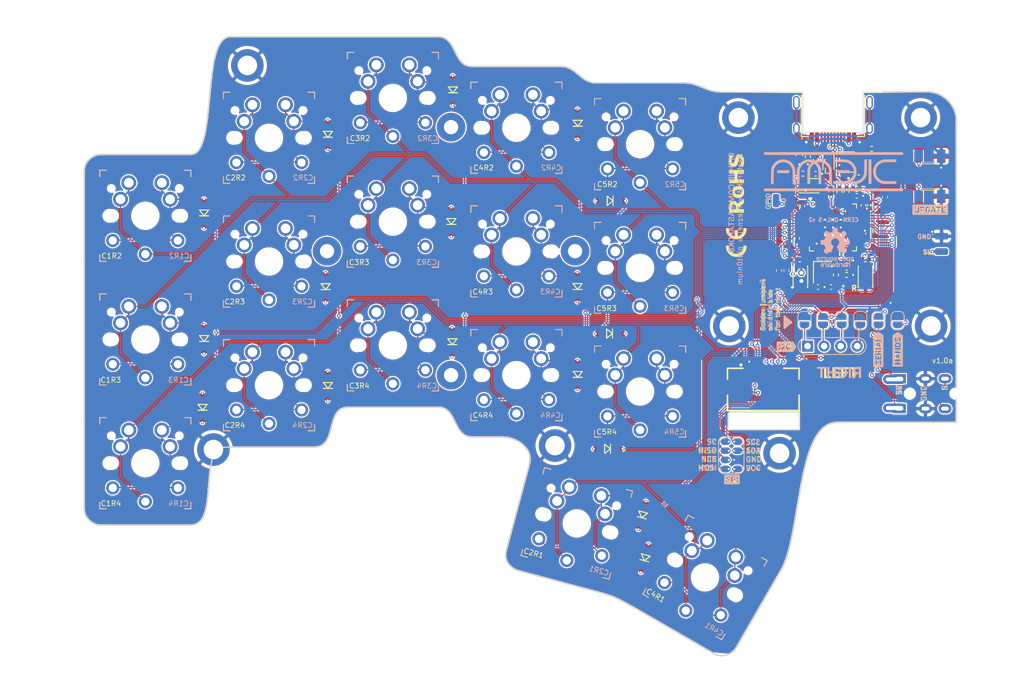
<source format=kicad_pcb>
(kicad_pcb (version 20211014) (generator pcbnew)
  (title_block (title "0xB2 - Splinky") (rev "2") (company "plut0nium"))
  (layers (0 "F.Cu" signal) (31 "B.Cu" signal) (34 "B.Paste" user) (35 "F.Paste" user) (36 "B.SilkS" user "B.Silkscreen") (37 "F.SilkS" user "F.Silkscreen") (38 "B.Mask" user) (39 "F.Mask" user) (44 "Edge.Cuts" user))
  (net 0 "")
  (net 1 "Gnd_l")
  (net 2 "bat_l")
  (net 3 "Net-(C3-Pad1)")
  (net 4 "Net-(C4-Pad1)")
  (net 5 "+1V1")
  (net 6 "Net-(D1-Pad1)")
  (net 7 "/LED")
  (net 8 "Net-(D2-Pad2)")
  (net 9 "VBUS")
  (net 10 "Net-(FB1-Pad2)")
  (net 12 "Net-(J1-PadA5)")
  (net 13 "/D-")
  (net 14 "/D+")
  (net 16 "Net-(J1-PadB5)")
  (net 17 "col1_l")
  (net 18 "Net-(D101-Pad2)")
  (net 19 "Net-(D102-Pad2)")
  (net 20 "Net-(D103-Pad2)")
  (net 21 "col2_l")
  (net 22 "Net-(D104-Pad2)")
  (net 23 "Net-(D105-Pad2)")
  (net 24 "Net-(D106-Pad2)")
  (net 25 "col3_l")
  (net 26 "/D15")
  (net 27 "/D16")
  (net 28 "/D12")
  (net 29 "/D13")
  (net 30 "/D14")
  (net 31 "Net-(D107-Pad2)")
  (net 32 "Net-(D108-Pad2)")
  (net 33 "Net-(D109-Pad2)")
  (net 34 "col4_l")
  (net 35 "Net-(D110-Pad2)")
  (net 36 "Net-(D111-Pad2)")
  (net 37 "Net-(D112-Pad2)")
  (net 38 "col5_l")
  (net 39 "/QSPI_~{CS}")
  (net 40 "Net-(R6-Pad2)")
  (net 41 "Net-(R7-Pad2)")
  (net 42 "Net-(R8-Pad2)")
  (net 45 "Net-(J5-Pad2)")
  (net 47 "/VBUS_DET")
  (net 48 "/QSPI_D3")
  (net 49 "/QSPI_SCLK")
  (net 50 "/QSPI_D0")
  (net 51 "/QSPI_D2")
  (net 52 "/QSPI_D1")
  (net 55 "Net-(D113-Pad2)")
  (net 59 "Net-(D114-Pad2)")
  (net 60 "Net-(D115-Pad2)")
  (net 61 "Net-(D116-Pad2)")
  (net 62 "Net-(D117-Pad2)")
  (net 63 "serial_l")
  (net 64 "Net-(J102-PadT)")
  (net 65 "Net-(J103-PadT)")
  (net 66 "sda_l")
  (net 67 "Net-(JP103-Pad2)")
  (net 68 "Net-(JP104-Pad2)")
  (net 69 "scl_l")
  (net 70 "Net-(JP105-Pad2)")
  (net 71 "Net-(JP106-Pad2)")
  (net 72 "Rst_l")
  (net 73 "row2_l")
  (net 74 "row3_l")
  (net 75 "row4_l")
  (net 76 "row1_l")
  (net 77 "hand")
  (net 78 "mosi_l")
  (net 79 "sc_l")
  (net 80 "NCS")
  (net 81 "miso_l")
  (net 82 "rgb_l")
  (net 83 "Net-(JP111-Pad1)")
  (net 90 "+3V3")
  (footprint "local-libraries:SW_MX_choc" (layer "F.Cu") (at 53.425 72.7475)
    (fp_text reference "SW102" hide)
    (fp_text value "SW_Push")
  )
  (footprint "Capacitor_SMD:C_0402_1005Metric" (layer "F.Cu") (at 161.155 61.735)
    (fp_text reference "C14" hide)
    (fp_text value "100n")
  )
  (footprint "Capacitor_SMD:C_0402_1005Metric" (layer "F.Cu") (at 153.555 57.235 -90)
    (fp_text reference "C9" hide)
    (fp_text value "100n")
  )
  (footprint "local-libraries:D_1206_handsolder_reversible" (layer "F.Cu") (at 100.56 73.1525 90)
    (fp_text reference "D109" hide)
    (fp_text value "D")
  )
  (footprint "local-libraries:SW_MX_choc" (layer "F.Cu") (at 110.425 40.2225)
    (fp_text reference "SW112" hide)
    (fp_text value "SW_Push")
  )
  (footprint "local-libraries:SW_MX_choc" (layer "F.Cu") (at 91.45 73.6475)
    (fp_text reference "SW109" hide)
    (fp_text value "SW_Push")
  )
  (footprint "local-libraries:SW_MX_choc" (layer "F.Cu") (at 110.425 59.2225)
    (fp_text reference "SW113" hide)
    (fp_text value "SW_Push")
  )
  (footprint "LOGO" (layer "F.Cu") (at 144.35 57.5 90)
    (fp_text reference "G***" hide)
    (fp_text value "LOGO" hide)
  )
  (footprint "local-libraries:D_1206_handsolder_reversible" (layer "F.Cu") (at 124.5 89.5725 180)
    (fp_text reference "D115" hide)
    (fp_text value "D")
  )
  (footprint "local-libraries:MountingHole_3mm_Pad_thin" (layer "F.Cu") (at 69.1 30.6525)
    (fp_text reference "H101" hide)
    (fp_text value "M4")
  )
  (footprint "Resistor_SMD:R_0402_1005Metric" (layer "F.Cu") (at 162.705 49.635 180)
    (fp_text reference "R10" hide)
    (fp_text value "5.1k")
  )
  (footprint "local-libraries:D_1206_handsolder_reversible" (layer "F.Cu") (at 81.45 41.2975 90)
    (fp_text reference "D104" hide)
    (fp_text value "D")
  )
  (footprint "Connector_Wire:SolderWirePad_1x01_SMD_1x2mm" (layer "F.Cu") (at 150.32 51.42)
    (fp_text reference "J108" hide)
    (fp_text value "Conn_01x01_Female")
  )
  (footprint "kibuzzard-62C19AE7" (layer "F.Cu") (at 166.035 74.27 90)
    (fp_text reference "kibuzzard-62C19AE7" hide)
    (fp_text value "G***" hide)
  )
  (footprint "local-libraries:SW_MX_choc" (layer "F.Cu") (at 72.425 79.7725)
    (fp_text reference "SW106" hide)
    (fp_text value "SW_Push")
  )
  (footprint "local-libraries:MountingHole_3mm_Pad_thin" (layer "F.Cu") (at 150.85 90.2225)
    (fp_text reference "H102" hide)
    (fp_text value "M4")
  )
  (footprint "Capacitor_SMD:C_0402_1005Metric" (layer "F.Cu") (at 164.755 52.135 -90)
    (fp_text reference "C5" hide)
    (fp_text value "1µ")
  )
  (footprint "Diode_SMD:D_SOD-323" (layer "F.Cu") (at 158.355 45.585 -90)
    (fp_text reference "D2" hide)
    (fp_text value "B5817")
  )
  (footprint "Resistor_SMD:R_0402_1005Metric" (layer "F.Cu") (at 159.505 62.835 90)
    (fp_text reference "R8" hide)
    (fp_text value "1k")
  )
  (footprint "kibuzzard-62C19A64" (layer "F.Cu") (at 173.985 52.82)
    (fp_text reference "kibuzzard-62C19A64" hide)
    (fp_text value "G***" hide)
  )
  (footprint "Package_TO_SOT_SMD:SOT-23-5" (layer "F.Cu") (at 161.505 45.485)
    (fp_text reference "U3" hide)
    (fp_text value "XC6210B332MR-G")
  )
  (footprint "local-libraries:D_1206_handsolder_reversible" (layer "F.Cu") (at 124.8 71.8725 180)
    (fp_text reference "D114" hide)
    (fp_text value "D")
  )
  (footprint "local-libraries:D_1206_handsolder_reversible" (layer "F.Cu") (at 119.825 78.179264 90)
    (fp_text reference "D112" hide)
    (fp_text value "D")
  )
  (footprint "local-libraries:SW_Push_1P1T_NO_6x6mm_H9.5mm" (layer "F.Cu") (at 173.985 47.67 90)
    (fp_text reference "SW110" hide)
    (fp_text value "SW_SPST")
  )
  (footprint "Capacitor_SMD:C_0402_1005Metric" (layer "F.Cu") (at 154.355 52.235 90)
    (fp_text reference "C12" hide)
    (fp_text value "100n")
  )
  (footprint "local-libraries:D_1206_handsolder_reversible" (layer "F.Cu") (at 100.64 34.4625 90)
    (fp_text reference "D107" hide)
    (fp_text value "D")
  )
  (footprint "Resistor_SMD:R_0402_1005Metric" (layer "F.Cu") (at 160.055 50.035 -90)
    (fp_text reference "R6" hide)
    (fp_text value "27")
  )
  (footprint "kbd:Tenting_Puck2" (layer "F.Cu") (at 100.39 59.1825)
    (fp_text reference "REF**")
    (fp_text value "Tenting Puck")
  )
  (footprint "Fuse:Fuse_0603_1608Metric" (layer "F.Cu") (at 156.555 45.235 -90)
    (fp_text reference "F1" hide)
    (fp_text value "Polyfuse")
  )
  (footprint "LOGO" (layer "F.Cu") (at 144.25 48.82 90)
    (fp_text reference "G***" hide)
    (fp_text value "LOGO" hide)
  )
  (footprint "local-libraries:MountingHole_3mm_Pad_thin" (layer "F.Cu") (at 144.529988 38.671818)
    (fp_text reference "H108" hide)
    (fp_text value "M4")
  )
  (footprint "local-libraries:SW_MX_choc" (layer "F.Cu") (at 129.425 61.7475)
    (fp_text reference "SW116" hide)
    (fp_text value "SW_Push")
  )
  (footprint "Capacitor_SMD:C_0402_1005Metric" (layer "F.Cu") (at 164.455 56.485 90)
    (fp_text reference "C13" hide)
    (fp_text value "100n")
  )
  (footprint "local-libraries:SW_MX_choc" (layer "F.Cu") (at 139.4 109.2975 -30)
    (fp_text reference "SW119" hide)
    (fp_text value locked "SW_Push")
  )
  (footprint "Resistor_SMD:R_0402_1005Metric" (layer "F.Cu") (at 155.205 44.685 -90)
    (fp_text reference "R5" hide)
    (fp_text value "5.1k")
  )
  (footprint "local-libraries:SW_MX_choc" (layer "F.Cu") (at 72.425 41.7725)
    (fp_text reference "SW104" hide)
    (fp_text value "SW_Push")
  )
  (footprint "Button_Switch_SMD:SW_SPST_CK_KXT3" (layer "F.Cu") (at 154.055 63.135 90)
    (fp_text reference "SW2" hide)
    (fp_text value "SW_Push")
  )
  (footprint "Capacitor_SMD:C_0402_1005Metric" (layer "F.Cu") (at 161.155 60.635)
    (fp_text reference "C8" hide)
    (fp_text value "100n")
  )
  (footprint "local-libraries:D_1206_handsolder_reversible" (layer "F.Cu") (at 129.75 99.7475 75)
    (fp_text reference "D116" hide)
    (fp_text value "D")
  )
  (footprint "local-libraries:MountingHole_3mm_Pad_thin" (layer "F.Cu") (at 63.88 89.6575)
    (fp_text reference "H103" hide)
    (fp_text value "M4")
  )
  (footprint "local-libraries:D_1206_handsolder_reversible" (layer "F.Cu") (at 100.425 54.688382 90)
    (fp_text reference "D108" hide)
    (fp_text value "D")
  )
  (footprint "0xLib_Package_DFN_QFN:USON-8-1EP_3x2mm_P0.5mm_EP0.25x1.65mm" (layer "F.Cu") (at 155.405 49.135)
    (fp_text reference "U2" hide)
    (fp_text value "GD25Q80CEIGR")
  )
  (footprint "local-libraries:D_1206_handsolder_reversible" (layer "F.Cu") (at 130.15 106.3475 75)
    (fp_text reference "D117" hide)
    (fp_text value "D")
  )
  (footprint "local-libraries:SolderJumper-2_P1.3mm_Open_RoundedPad1.0x1.5mm" (layer "F.Cu") (at 169 69.85 90)
    (fp_text reference "JP112" hide)
    (fp_text value "Jumper_2_Open")
  )
  (footprint "local-libraries:Jack_3.5mm_PJ320E_Horizontal_custom" (layer "F.Cu") (at 169.26 78.7725 -90)
    (fp_text reference "J102" hide)
    (fp_text value "Serial")
  )
  (footprint "local-libraries:D_1206_handsolder_reversible" (layer "F.Cu") (at 119.8 64.6825 90)
    (fp_text reference "D111" hide)
    (fp_text value "D")
  )
  (footprint "local-libraries:SW_MX_choc" (layer "F.Cu") (at 129.425 80.7475)
    (fp_text reference "SW117" hide)
    (fp_text value "SW_Push")
  )
  (footprint "local-libraries:SW_MX_choc" (layer "F.Cu") (at 53.425 53.7475)
    (fp_text reference "SW101" hide)
    (fp_text value "SW_Push")
  )
  (footprint "local-libraries:PinHeader_1x04_P2.54mm_Vertical" (layer "F.Cu") (at 155.155 73.77 90)
    (fp_text reference "O101" hide)
    (fp_text value "OLED")
  )
  (footprint "local-libraries:D_1206_handsolder_reversible" (layer "F.Cu") (at 119.825 39.5975 90)
    (fp_text reference "D110" hide)
    (fp_text value "D")
  )
  (footprint "local-libraries:R_0402_1005Metric_nolabel" (layer "F.Cu") (at 150.75 62.15 -90)
    (fp_text reference "R104" hide)
    (fp_text value "4.7k")
  )
  (footprint "kibuzzard-62C1A775" (layer "F.Cu") (at 169 74.25 90)
    (fp_text reference "kibuzzard-62C1A775" hide)
    (fp_text value "G***" hide)
  )
  (footprint "local-libraries:SW_MX_choc" (layer "F.Cu") (at 110.425 78.2225)
    (fp_text reference "SW114" hide)
    (fp_text value "SW_Push")
  )
  (footprint "local-libraries:R_0402_1005Metric_nolabel" (layer "F.Cu") (at 151.9 62.15 90)
    (fp_text reference "R103" hide)
    (fp_text value "4.7k")
  )
  (footprint "Connector_Wire:SolderWirePad_1x01_SMD_1x2mm" (layer "F.Cu") (at 175.74 56.88 90)
    (fp_text reference "J105" hide)
    (fp_text value "Conn_01x01_Female")
  )
  (footprint "local-libraries:MountingHole_3mm_Pad_thin" (layer "F.Cu") (at 172.52999 38.671819)
    (fp_text reference "H105" hide)
    (fp_text value "M4")
  )
  (footprint "local-libraries:1x08 smd reversible" (layer "F.Cu") (at 143.49 90.39 180)
    (fp_text reference "J107" hide)
    (fp_text value "Conn_01x08_Female")
  )
  (footprint "Resistor_SMD:R_0402_1005Metric" (layer "F.Cu") (at 165 43.45)
    (fp_text reference "R4" hide)
    (fp_text value "5.1k")
  )
  (footprint "0xLib_USB_Type-C:USB_C_Receptacle_HRO_TYPE-C-31-M-13B" (layer "F.Cu") (at 159.055 34.235 180)
    (fp_text reference "J1" hide)
    (fp_text value "USB_C_Receptacle_USB2.0")
  )
  (footprint "kibuzzard-62C547B3" (layer "F.Cu") (at 160.29 77.85)
    (fp_text reference "kibuzzard-62C547B3" hide)
    (fp_text value "G***" hide)
  )
  (footprint "Resistor_SMD:R_0402_1005Metric" (layer "F.Cu") (at 164.055 60.435)
    (fp_text reference "R2" hide)
    (fp_text value "10k")
  )
  (footprint "local-libraries:R_0402_1005Metric_nolabel" (layer "F.Cu") (at 167.05 50.9 90)
    (fp_text reference "R101" hide)
    (fp_text value "5.1k")
  )
  (footprint "Connector_PinHeader_1.27mm:PinHeader_1x02_P1.27mm_Vertical" (layer "F.Cu") (at 154.205 63.77 180)
    (fp_text reference "J5" hide)
    (fp_text value "Conn_01x02" hide)
  )
  (footprint "local-libraries:SolderJumper-2_P1.3mm_Open_RoundedPad1.0x1.5mm" (layer "F.Cu") (at 157.536805 69.858537 -90)
    (fp_text reference "JP105" hide)
    (fp_text value "Jumper_2_Open")
  )
  (footprint "Capacitor_SMD:C_0402_1005Metric" (layer "F.Cu") (at 163.755 52.135 -90)
    (fp_text reference "C11" hide)
    (fp_text value "100n")
  )
  (footprint "Resistor_SMD:R_0402_1005Metric" (layer "F.Cu") (at 164.255 50.145 90)
    (fp_text reference "R11" hide)
    (fp_text value "10k")
  )
  (footprint "local-libraries:D_1206_handsolder_reversible" (layer "F.Cu") (at 62.425 53.3725 90)
    (fp_text reference "D101" hide)
    (fp_text value "D")
  )
  (footprint "Crystal:Crystal_SMD_2520-4Pin_2.5x2.0mm" (layer "F.Cu") (at 157.455 62.435 -90)
    (fp_text reference "Y1" hide)
    (fp_text value "Crystal_GND24")
  )
  (footprint "Capacitor_SMD:C_0402_1005Metric" (layer "F.Cu") (at 156.385 47.285)
    (fp_text reference "C10" hide)
    (fp_text value "100n")
  )
  (footprint "Capacitor_SMD:C_0402_1005Metric" (layer "F.Cu") (at 158.755 64.685 180)
    (fp_text reference "C4" hide)
    (fp_text value "15p")
  )
  (footprint "local-libraries:SW_MX_choc" (layer "F.Cu") (at 91.45 54.6475)
    (fp_text reference "SW108" hide)
    (fp_text value "SW_Push")
  )
  (footprint "local-libraries:D_1206_handsolder_reversible" (layer "F.Cu") (at 62.2 83.235 90)
    (fp_text reference "D103" hide)
    (fp_text value "D")
  )
  (footprint "Connector_Wire:SolderWirePad_1x01_SMD_1x2mm" (layer "F.Cu") (at 175.74 59.24 90)
    (fp_text reference "J104" hide)
    (fp_text value "Conn_01x01_Female")
  )
  (footprint "local-libraries:SW_MX_choc" (layer "F.Cu") (at 53.425 91.7475)
    (fp_text reference "SW103" hide)
    (fp_text value "SW_Push")
  )
  (footprint "kibuzzard-62C55DF6" (layer "F.Cu") (at 143.54 94.25)
    (fp_text reference "kibuzzard-62C55DF6" hide)
    (fp_text value "G***" hide)
  )
  (footprint "Resistor_SMD:R_0402_1005Metric" (layer "F.Cu") (at 161.155 50.035 -90)
    (fp_text reference "R7" hide)
    (fp_text value "27")
  )
  (footprint "Inductor_SMD:L_0603_1608Metric" (layer "F.Cu") (at 153.905 44.385 90)
    (fp_text reference "FB1" hide)
    (fp_text value "FerriteBead_Small")
  )
  (footprint "Resistor_SMD:R_0402_1005Metric" (layer "F.Cu") (at 161.155 62.835 180)
    (fp_text reference "R1" hide)
    (fp_text value "1k")
  )
  (footprint "local-libraries:SW_MX_choc" (layer "F.Cu") (at 119.7 100.9975 -15)
    (fp_text reference "SW118" hide)
    (fp_text value "SW_Push")
  )
  (footprint "local-libraries:SW_MX_choc" (layer "F.Cu") (at 72.425 60.7725)
    (fp_text reference "SW105" hide)
    (fp_text value "SW_Push")
  )
  (footprint "LED_SMD:LED_0402_1005Metric" (layer "F.Cu") (at 161.155 63.935)
    (fp_text reference "D1" hide)
    (fp_text value "LED")
  )
  (footprint "kibuzzard-62C19AB4" (layer "F.Cu") (at 151.924422 73.86)
    (fp_text reference "kibuzzard-62C19AB4" hide)
    (fp_text value "G***" hide)
  )
  (footprint "local-libraries:D_1206_handsolder_reversible" (layer "F.Cu") (at 81.1 64.7 90)
    (fp_text reference "D105" hide)
    (fp_text value "D")
  )
  (footprint "local-libraries:SolderJumper-2_P1.3mm_Open_RoundedPad1.0x1.5mm" (layer "F.Cu") (at 166.05 69.8525 90)
    (fp_text reference "JP101" hide)
    (fp_text value "Jumper_2_Open")
  )
  (footprint "local-libraries:D_1206_handsolder_reversible" (layer "F.Cu") (at 62.425 72.663382 90)
    (fp_text reference "D102" hide)
    (fp_text value "D")
  )
  (footprint "local-libraries:SW_MX_choc" (layer "F.Cu") (at 91.45 35.6475)
    (fp_text reference "SW107" hide)
    (fp_text value "SW_Push")
  )
  (footprint "Capacitor_SMD:C_0402_1005Metric" (layer "F.Cu") (at 162.705 50.685)
    (fp_text reference "C6" hide)
    (fp_text value "1µ")
  )
  (footprint "Capacitor_SMD:C_0603_1608Metric" (layer "F.Cu") (at 163.005 47.985 180)
    (fp_text reference "C2" hide)
    (fp_text value "1µ")
  )
  (footprint "local-libraries:SolderJumper-2_P1.3mm_Open_RoundedPad1.0x1.5mm" (layer "F.Cu") (at 163.250139 69.858537 -90)
    (fp_text reference "JP109" hide)
    (fp_text value "Jumper_2_Open")
  )
  (footprint "local-libraries:D_1206_handsolder_reversible" (layer "F.Cu") (at 81.45 79.879264 90)
    (fp_text reference "D106" hide)
    (fp_text value "D")
  )
  (footprint "Button_Switch_SMD:SW_SPST_CK_KXT3" (layer "F.Cu") (at 164.055 63.135 90)
    (fp_text reference "SW1" hide)
    (fp_text value "SW_Push")
  )
  (footprint "local-libraries:FPC-SMD_FPC05012-09200-.5mm" (layer "F.Cu") (at 148.35 78.7)
    (fp_text reference "J113" hide)
    (fp_text value "Cirque" hide)
  )
  (footprint "Capacitor_SMD:C_0402_1005Metric" (layer "F.Cu") (at 158.755 49.935 90)
    (fp_text reference "C7" hide)
    (fp_text value "100n")
  )
  (footprint "local-libraries:MountingHole_3mm_Pad_thin" (layer "F.Cu") (at 174.12999 70.671828)
    (fp_text reference "H107" hide)
    (fp_text value "M4")
  )
  (footprint "Resistor_SMD:R_0402_1005Metric" (layer "F.Cu") (at 153.955 60.435 180)
    (fp_text reference "R3" hide)
    (fp_text value "1k")
  )
  (footprint "local-libraries:MountingHole_3mm_Pad_thin" (layer "F.Cu") (at 143.12999 70.671821)
    (fp_text reference "H106" hide)
    (fp_text value "M4")
  )
  (footprint "local-libraries:D_1206_handsolder_reversible" (layer "F.Cu") (at 124.8875 51.4725 180)
    (fp_text reference "D113" hide)
    (fp_text value "D")
  )
  (footprint "Resistor_SMD:R_0402_1005Metric" (layer "F.Cu") (at 154.435 47.285)
    (fp_text reference "R9" hide)
    (fp_text value "10k")
  )
  (footprint "local-libraries:MountingHole_3mm_Pad_thin" (layer "F.Cu") (at 116.36 89.0475)
    (fp_text reference "H104" hide)
    (fp_text value "M4")
  )
  (footprint "Capacitor_SMD:C_0603_1608Metric" (layer "F.Cu") (at 159.905 47.985)
    (fp_text reference "C1" hide)
    (fp_text value "1µ")
  )
  (footprint "Capacitor_SMD:C_0402_1005Metric" (layer "F.Cu") (at 156.755 64.685)
    (fp_text reference "C3" hide)
    (fp_text value "15p")
  )
  (footprint "0xLib_Package_DFN_QFN:QFN-56-1EP_7x7mm_P0.4mm_EP3.2x3.2mm" (layer "F.Cu") (at 159.055 55.535)
    (fp_text reference "U1" hide)
    (fp_text value "RP2040")
  )
  (footprint "local-libraries:SolderJumper-2_P1.3mm_Open_RoundedPad1.0x1.5mm" (layer "F.Cu") (at 154.680139 69.858537 -90)
    (fp_text reference "JP103" hide)
    (fp_text value "Jumper_2_Open")
  )
  (footprint "local-libraries:SolderJumper-2_P1.3mm_Open_RoundedPad1.0x1.5mm" (layer "F.Cu") (at 160.4 69.85 -90)
    (fp_text reference "JP107" hide)
    (fp_text value "Jumper_2_Open")
  )
  (footprint "local-libraries:SW_MX_choc" (layer "F.Cu") (at 129.425 42.7475)
    (fp_text reference "SW115" hide)
    (fp_text value "SW_Push")
  )
  (footprint "local-libraries:SolderJumper-2_P1.3mm_Open_RoundedPad1.0x1.5mm" (layer "B.Cu") (at 169 69.85 90)
    (fp_text reference "JP111" hide)
    (fp_text value "Jumper_2_Open")
  )
  (footprint "local-libraries:kibuzzard-61F01A92" (layer "B.Cu") (at 143.48 51.74 -90)
    (fp_text reference "kibuzzard-61F01A92" hide)
    (fp_text value "G***" hide)
  )
  (footprint "Symbol:OSHW-Logo_5.7x6mm_SilkScreen" (layer "B.Cu") (at 159.4 58.615137 180)
    (fp_text reference "REF**" hide)
    (fp_text value "OSHW-Logo_5.7x6mm_SilkScreen" hide)
  )
  (footprint "kibuzzard-62C1A775" (layer "B.Cu") (at 169 74.25 90)
    (fp_text reference "kibuzzard-62C1A775" hide)
    (fp_text value "G***" hide)
  )
  (footprint "Connector_Wire:SolderWirePad_1x01_SMD_1x2mm" (layer "B.Cu") (at 175.73 56.89 -90)
    (fp_text reference "J110" hide)
    (fp_text value "Conn_01x01_Female")
  )
  (footprint "local-libraries:SolderJumper-2_P1.3mm_Open_RoundedPad1.0x1.5mm" (layer "B.Cu") (at 163.250139 69.858537 -90)
    (fp_text reference "JP104" hide)
    (fp_text value "Jumper_2_Open")
  )
  (footprint "Connector_Wire:SolderWirePad_1x01_SMD_1x2mm" (layer "B.Cu") (at 150.33 51.42 180)
    (fp_text reference "J109" hide)
    (fp_text value "Conn_01x01_Female")
  )
  (footprint "local-libraries:SolderJumper-2_P1.3mm_Open_RoundedPad1.0x1.5mm" (layer "B.Cu") (at 157.536805 69.858537 -90)
    (fp_text reference "JP108" hide)
    (fp_text value "Jumper_2_Open")
  )
  (footprint "local-libraries:SolderJumper-2_P1.3mm_Open_RoundedPad1.0x1.5mm" (layer "B.Cu") (at 160.393471 69.858537 -90)
    (fp_text reference "JP106" hide)
    (fp_text value "Jumper_2_Open")
  )
  (footprint "LOGO" (layer "B.Cu") (at 159.15 46.97 180)
    (fp_text reference "G***" hide)
    (fp_text value "LOGO" hide)
  )
  (footprint "kibuzzard-62C5480E" (layer "B.Cu") (at 159.98 77.81 180)
    (fp_text reference "kibuzzard-62C5480E" hide)
    (fp_text value "G***" hide)
  )
  (footprint "local-libraries:SW_Push_1P1T_NO_6x6mm_H9.5mm" (layer "B.Cu") (at 173.985 47.67 -90)
    (fp_text reference "SW111" hide)
    (fp_text value "SW_SPST")
  )
  (footprint "kibuzzard-62C19A64" (layer "B.Cu") (at 174.035 52.82 180)
    (fp_text reference "kibuzzard-62C19A64" hide)
    (fp_text value "G***" hide)
  )
  (footprint "local-libraries:SolderJumper-2_P1.3mm_Open_RoundedPad1.0x1.5mm" (layer "B.Cu") (at 154.680139 69.858537 -90)
    (fp_text reference "JP110" hide)
    (fp_text value "Jumper_2_Open")
  )
  (footprint "kibuzzard-62C19AC2" (layer "B.Cu") (at 151.95 73.86 180)
    (fp_text reference "kibuzzard-62C19AC2" hide)
    (fp_text value "G***" hide)
  )
  (footprint "local-libraries:SolderJumper-2_P1.3mm_Open_RoundedPad1.0x1.5mm" (layer "B.Cu") (at 166.050043 69.846037 90)
    (fp_text reference "JP102" hide)
    (fp_text value "Jumper_2_Open")
  )
  (footprint "kibuzzard-62C19AE7" (layer "B.Cu") (at 166.035 74.32 90)
    (fp_text reference "kibuzzard-62C19AE7" hide)
    (fp_text value "G***" hide)
  )
  (footprint "Connector_Wire:SolderWirePad_1x01_SMD_1x2mm" (layer "B.Cu") (at 175.73 59.25 -90)
    (fp_text reference "J106" hide)
    (fp_text value "Conn_01x01_Female")
  )
  (footprint "local-libraries:Jack_3.5mm_PJ320E_Horizontal_custom" (layer "B.Cu") (at 169.26 83.3725 90)
    (fp_text reference "J103" hide)
    (fp_text value "Serial")
  )
  (footprint "kibuzzard-62C55DF6" (layer "B.Cu") (at 143.54 94.26 180)
    (fp_text reference "kibuzzard-62C55DF6" hide)
    (fp_text value "G***" hide)
  )
  (gr_poly (pts (xy 152.710968 70.119989) (xy 151.570968 69.149989) (xy 151.57 71.0325)) (layer "B.SilkS") (width 0.2) (fill solid))
  (gr_poly locked (pts (xy 155.605 51.485) (xy 155.355 50.985) (xy 155.855 50.985)) (layer "F.SilkS") (width 0.15) (fill solid))
  (gr_poly (pts (xy 152.68 70.0725) (xy 151.59 71.0425) (xy 151.58 69.1825)) (layer "F.SilkS") (width 0.2) (fill solid))
  (gr_line (start 79.394966 89.292561) (end 79.990577 89.231786) (layer "Edge.Cuts") (width 0.2))
  (gr_line (start 111.442396 88.933181) (end 110.766205 88.438735) (layer "Edge.Cuts") (width 0.2))
  (gr_line (start 112.516894 91.026053) (end 112.471825 90.615406) (layer "Edge.Cuts") (width 0.2))
  (gr_line (start 44.225265 99.707969) (end 44.464528 100.136797) (layer "Edge.Cuts") (width 0.2))
  (gr_line (start 101.007318 28.505017) (end 101.456308 29.369987) (layer "Edge.Cuts") (width 0.2))
  (gr_line (start 64.409628 28.314543) (end 64.623597 27.778787) (layer "Edge.Cuts") (width 0.2))
  (gr_line (start 44.02 84.892387) (end 44.02 60.692537) (layer "Edge.Cuts") (width 0.2))
  (gr_line (start 110.766205 88.438735) (end 109.998587 88.062914) (layer "Edge.Cuts") (width 0.2))
  (gr_line (start 80.892719 88.764205) (end 81.217659 88.379436) (layer "Edge.Cuts") (width 0.2))
  (gr_line (start 173.53 34.677347) (end 166.675 34.735) (layer "Edge.Cuts") (width 0.2))
  (gr_line (start 117.39489 30.792541) (end 117.773073 30.817594) (layer "Edge.Cuts") (width 0.2))
  (gr_line (start 110.763856 108.283283) (end 110.264576 108.101394) (layer "Edge.Cuts") (width 0.2))
  (gr_line (start 153.479153 99.011095) (end 154.159399 95.096588) (layer "Edge.Cuts") (width 0.2))
  (gr_line (start 61.727436 100.798476) (end 61.974703 100.541762) (layer "Edge.Cuts") (width 0.2))
  (gr_line (start 157.258555 86.620929) (end 157.70058 86.219265) (layer "Edge.Cuts") (width 0.2))
  (gr_line (start 100.025315 83.849383) (end 100.307387 84.19659) (layer "Edge.Cuts") (width 0.2))
  (gr_line (start 110.763856 108.283283) (end 123.948742 111.816169) (layer "Edge.Cuts") (width 0.2))
  (gr_line (start 121.192709 32.941134) (end 121.857952 33.218679) (layer "Edge.Cuts") (width 0.2))
  (gr_line (start 101.70725 86.71316) (end 101.989322 87.060366) (layer "Edge.Cuts") (width 0.2))
  (gr_line (start 44.225265 45.876955) (end 44.464528 45.448126) (layer "Edge.Cuts") (width 0.2))
  (gr_line (start 82.007483 86.229956) (end 82.332799 85.071908) (layer "Edge.Cuts") (width 0.2))
  (gr_line (start 103.10897 30.747147) (end 103.594816 30.792541) (layer "Edge.Cuts") (width 0.2))
  (gr_line (start 103.10897 87.697005) (end 103.594816 87.742399) (layer "Edge.Cuts") (width 0.2))
  (gr_line (start 63.906875 30.289421) (end 64.053594 29.576285) (layer "Edge.Cuts") (width 0.2))
  (gr_line (start 44.02 98.692461) (end 44.072774 99.226694) (layer "Edge.Cuts") (width 0.2))
  (gr_line (start 63.505695 91.986513) (end 63.718256 91.077728) (layer "Edge.Cuts") (width 0.2))
  (gr_line (start 101.70725 29.763302) (end 101.989322 30.110508) (layer "Edge.Cuts") (width 0.2))
  (gr_line (start 64.017039 90.3255) (end 64.2046 90.01819) (layer "Edge.Cuts") (width 0.2))
  (gr_line (start 84.02439 83.228126) (end 84.62 83.167351) (layer "Edge.Cuts") (width 0.2))
  (gr_line (start 154.548042 93.18674) (end 154.993043 91.379778) (layer "Edge.Cuts") (width 0.2))
  (gr_line (start 152.059369 105.831236) (end 152.262858 105.122152) (layer "Edge.Cuts") (width 0.2))
  (gr_line (start 111.990559 89.532402) (end 111.442396 88.933181) (layer "Edge.Cuts") (width 0.2))
  (gr_line (start 82.539268 84.545326) (end 82.797308 84.080476) (layer "Edge.Cuts") (width 0.2))
  (gr_line (start 99.702858 26.612133) (end 100.025315 26.899525) (layer "Edge.Cuts") (width 0.2))
  (gr_line (start 64.665974 89.558374) (end 64.942957 89.411376) (layer "Edge.Cuts") (width 0.2))
  (gr_line (start 99.702858 83.561991) (end 100.025315 83.849383) (layer "Edge.Cuts") (width 0.2))
  (gr_line (start 44.776688 100.510704) (end 45.150594 100.822864) (layer "Edge.Cuts") (width 0.2))
  (gr_line locked (start 163.675 40.935) (end 163.675 34.735) (layer "Edge.Cuts") (width 0.1))
  (gr_line (start 98.905667 26.262887) (end 99.331854 26.396645) (layer "Edge.Cuts") (width 0.2))
  (gr_line locked (start 154.435 34.735) (end 154.435 40.935) (layer "Edge.Cuts") (width 0.1))
  (gr_line (start 62.099063 42.756239) (end 62.289726 42.220483) (layer "Edge.Cuts") (width 0.2))
  (gr_line (start 119.409656 31.577662) (end 119.994834 32.055048) (layer "Edge.Cuts") (width 0.2))
  (gr_line (start 100.307387 84.19659) (end 100.558329 84.589905) (layer "Edge.Cuts") (width 0.2))
  (gr_line (start 137.72159 33.520268) (end 138.987303 33.997451) (layer "Edge.Cuts") (width 0.2))
  (gr_line (start 102.311779 87.347759) (end 102.682783 87.563247) (layer "Edge.Cuts") (width 0.2))
  (gr_line (start 44.02 60.692537) (end 44.02 46.892463) (layer "Edge.Cuts") (width 0.2))
  (gr_line (start 122.594778 33.317555) (end 136.394852 33.317555) (layer "Edge.Cuts") (width 0.2))
  (gr_line (start 102.682783 30.613389) (end 103.10897 30.747147) (layer "Edge.Cuts") (width 0.2))
  (gr_line (start 178.03 38.987483) (end 178.03 85.487483) (layer "Edge.Cuts") (width 0.2))
  (gr_line (start 62.786626 98.573439) (end 62.95945 97.543968) (layer "Edge.Cuts") (width 0.2))
  (gr_line (start 109.165097 87.824648) (end 108.280203 87.742399) (layer "Edge.Cuts") (width 0.2))
  (gr_line (start 81.217659 88.379436) (end 81.475699 87.914585) (layer "Edge.Cuts") (width 0.2))
  (gr_line (start 109.998587 88.062914) (end 109.165097 87.824648) (layer "Edge.Cuts") (width 0.2))
  (gr_line (start 84.62 26.217493) (end 98.41982 26.217493) (layer "Edge.Cuts") (width 0.2))
  (gr_line (start 156.473158 87.66001) (end 156.850004 87.102781) (layer "Edge.Cuts") (width 0.2))
  (gr_line (start 64.220379 28.915785) (end 64.409628 28.314543) (layer "Edge.Cuts") (width 0.2))
  (gr_line (start 63.66348 31.845473) (end 63.906875 30.289421) (layer "Edge.Cuts") (width 0.2))
  (gr_line (start 83.527612 83.407204) (end 84.02439 83.228126) (layer "Edge.Cuts") (width 0.2))
  (gr_line (start 119.994834 32.055048) (end 120.580013 32.532434) (layer "Edge.Cuts") (width 0.2))
  (gr_line (start 61.078661 44.137943) (end 61.375589 43.915754) (layer "Edge.Cuts") (width 0.2))
  (gr_line (start 155.242467 90.531658) (end 155.512933 89.729275) (layer "Edge.Cuts") (width 0.2))
  (gr_line (start 60.751926 44.272475) (end 61.078661 44.137943) (layer "Edge.Cuts") (width 0.2))
  (gr_line (start 140.905689 34.6241) (end 141.579754 34.677347) (layer "Edge.Cuts") (width 0.2))
  (gr_line locked (start 163.275 40.935) (end 154.835 40.935) (layer "Edge.Cuts") (width 0.1))
  (gr_line (start 126.419957 112.805631) (end 128.756769 114.098046) (layer "Edge.Cuts") (width 0.2))
  (gr_line (start 64.053594 29.576285) (end 64.220379 28.915785) (layer "Edge.Cuts") (width 0.2))
  (gr_line (start 112.403503 91.925271) (end 112.495301 91.462486) (layer "Edge.Cuts") (width 0.2))
  (gr_line (start 63.301582 35.267513) (end 63.469052 33.525268) (layer "Edge.Cuts") (width 0.2))
  (gr_line (start 61.974703 100.541762) (end 62.190723 100.234452) (layer "Edge.Cuts") (width 0.2))
  (gr_line (start 61.884334 43.22074) (end 62.099063 42.756239) (layer "Edge.Cuts") (width 0.2))
  (gr_line (start 79.527597 26.217493) (end 84.62 26.217493) (layer "Edge.Cuts") (width 0.2))
  (gr_line (start 60.39475 101.267391) (end 46.59493 101.267391) (layer "Edge.Cuts") (width 0.2))
  (gr_line (start 158.177642 85.902012) (end 158.691048 85.672679) (layer "Edge.Cuts") (width 0.2))
  (gr_line (start 143.118226 121.08403) (end 143.539844 120.832291) (layer "Edge.Cuts") (width 0.2))
  (gr_line (start 151.844629 106.486564) (end 152.059369 105.831236) (layer "Edge.Cuts") (width 0.2))
  (gr_line (start 122.216596 33.292501) (end 122.594778 33.317555) (layer "Edge.Cuts") (width 0.2))
  (gr_line (start 140.707977 120.997956) (end 141.197018 121.219363) (layer "Edge.Cuts") (width 0.2))
  (gr_line (start 151.378223 107.625008) (end 151.617791 107.085221) (layer "Edge.Cuts") (width 0.2))
  (gr_line (start 79.527597 26.217493) (end 66.527597 26.217493) (layer "Edge.Cuts") (width 0.2))
  (gr_line (start 64.420333 89.761476) (end 64.665974 89.558374) (layer "Edge.Cuts") (width 0.2))
  (gr_line (start 103.594816 30.792541) (end 117.39489 30.792541) (layer "Edge.Cuts") (width 0.2))
  (gr_arc locked (start 154.835 40.935) (mid 154.635 41.135) (end 154.435 40.935) (layer "Edge.Cuts") (width 0.1))
  (gr_line (start 66.129751 26.262551) (end 66.527597 26.217493) (layer "Edge.Cuts") (width 0.2))
  (gr_line (start 159.241796 85.533933) (end 159.830527 85.487483) (layer "Edge.Cuts") (width 0.2))
  (gr_line (start 142.181054 121.335142) (end 142.66094 121.251758) (layer "Edge.Cuts") (width 0.2))
  (gr_rect (start 143.025 83.95) (end 153.875 86.55) (layer "Edge.Cuts") (width 0.1) (fill none))
  (gr_line (start 102.311779 30.397901) (end 102.682783 30.613389) (layer "Edge.Cuts") (width 0.2))
  (gr_line (start 101.989322 87.060366) (end 102.311779 87.347759) (layer "Edge.Cuts") (width 0.2))
  (gr_line (start 125.213057 112.246032) (end 126.419957 112.805631) (layer "Edge.Cuts") (width 0.2))
  (gr_line (start 155.806727 88.979083) (end 156.126084 88.287332) (layer "Edge.Cuts") (width 0.2))
  (gr_line (start 143.539844 120.832291) (end 143.912542 120.49175) (layer "Edge.Cuts") (width 0.2))
  (gr_line (start 44.464528 100.136797) (end 44.776688 100.510704) (layer "Edge.Cuts") (width 0.2))
  (gr_line (start 63.469052 33.525268) (end 63.66348 31.845473) (layer "Edge.Cuts") (width 0.2))
  (gr_line (start 153.153575 100.912023) (end 153.479153 99.011095) (layer "Edge.Cuts") (width 0.2))
  (gr_line (start 99.331854 83.346503) (end 99.702858 83.561991) (layer "Edge.Cuts") (width 0.2))
  (gr_line (start 98.41982 83.167351) (end 84.62 83.167351) (layer "Edge.Cuts") (width 0.2))
  (gr_line (start 45.150594 44.76206) (end 45.579422 44.522798) (layer "Edge.Cuts") (width 0.2))
  (gr_line (start 100.307387 27.246732) (end 100.558329 27.640047) (layer "Edge.Cuts") (width 0.2))
  (gr_line (start 62.738373 40.245605) (end 62.95825 38.689553) (layer "Edge.Cuts") (width 0.2))
  (gr_line (start 46.060697 44.370306) (end 46.59493 44.317533) (layer "Edge.Cuts") (width 0.2))
  (gr_line (start 62.95825 38.689553) (end 63.138734 37.009758) (layer "Edge.Cuts") (width 0.2))
  (gr_line (start 64.2046 90.01819) (end 64.420333 89.761476) (layer "Edge.Cuts") (width 0.2))
  (gr_line (start 62.190723 100.234452) (end 62.377561 99.880001) (layer "Edge.Cuts") (width 0.2))
  (gr_line (start 102.682783 87.563247) (end 103.10897 87.697005) (layer "Edge.Cuts") (width 0.2))
  (gr_line (start 98.41982 26.217493) (end 98.905667 26.262887) (layer "Edge.Cuts") (width 0.2))
  (gr_line (start 152.262858 105.122152) (end 152.456135 104.362861) (layer "Edge.Cuts") (width 0.2))
  (gr_line (start 152.456135 104.362861) (end 152.817057 102.710485) (layer "Edge.Cuts") (width 0.2))
  (gr_line (start 137.068917 33.370802) (end 137.72159 33.520268) (layer "Edge.Cuts") (width 0.2))
  (gr_line (start 109.459556 107.525182) (end 109.155748 107.151581) (layer "Edge.Cuts") (width 0.2))
  (gr_line (start 112.365121 90.229889) (end 112.202628 89.868975) (layer "Edge.Cuts") (width 0.2))
  (gr_line (start 62.60712 40.95874) (end 62.738373 40.245605) (layer "Edge.Cuts") (width 0.2))
  (gr_line (start 44.072774 99.226694) (end 44.225265 99.707969) (layer "Edge.Cuts") (width 0.2))
  (gr_line (start 157.70058 86.219265) (end 158.177642 85.902012) (layer "Edge.Cuts") (width 0.2))
  (gr_line (start 79.990577 89.231786) (end 80.487355 89.052707) (layer "Edge.Cuts") (width 0.2))
  (gr_line (start 45.579422 44.522798) (end 46.060697 44.370306) (layer "Edge.Cuts") (width 0.2))
  (gr_line (start 65.252367 89.322371) (end 65.594892 89.292561) (layer "Edge.Cuts") (width 0.2))
  (gr_line (start 109.83008 107.845383) (end 109.459556 107.525182) (layer "Edge.Cuts") (width 0.2))
  (gr_line (start 112.495301 91.462486) (end 112.516894 91.026053) (layer "Edge.Cuts") (width 0.2))
  (gr_line (start 63.169144 95.279976) (end 63.358559 93.015984) (layer "Edge.Cuts") (width 0.2))
  (gr_line (start 65.765354 26.397083) (end 66.129751 26.262551) (layer "Edge.Cuts") (width 0.2))
  (gr_line (start 109.155748 107.151581) (end 108.926631 106.733486) (layer "Edge.Cuts") (width 0.2))
  (gr_line (start 100.025315 26.899525) (end 100.307387 27.246732) (layer "Edge.Cuts") (width 0.2))
  (gr_line (start 44.776688 45.07422) (end 45.150594 44.76206) (layer "Edge.Cuts") (width 0.2))
  (gr_line locked (start 151.435 34.735) (end 154.435 34.735) (layer "Edge.Cuts") (width 0.1))
  (gr_line (start 99.331854 26.396645) (end 99.702858 26.612133) (layer "Edge.Cuts") (width 0.2))
  (gr_line (start 61.375589 43.915754) (end 61.643708 43.608764) (layer "Edge.Cuts") (width 0.2))
  (gr_line (start 118.79696 31.168961) (end 119.409656 31.577662) (layer "Edge.Cuts") (width 0.2))
  (gr_line (start 138.987303 33.997451) (end 140.253017 34.474634) (layer "Edge.Cuts") (width 0.2))
  (gr_line (start 101.989322 30.110508) (end 102.311779 30.397901) (layer "Edge.Cuts") (width 0.2))
  (gr_line (start 118.131717 30.891416) (end 118.79696 31.168961) (layer "Edge.Cuts") (width 0.2))
  (gr_line (start 61.132248 101.148576) (end 61.447115 101.001578) (layer "Edge.Cuts") (width 0.2))
  (gr_line (start 60.39475 44.317533) (end 60.751926 44.272475) (layer "Edge.Cuts") (width 0.2))
  (gr_line (start 112.471825 90.615406) (end 112.365121 90.229889) (layer "Edge.Cuts") (width 0.2))
  (gr_line locked (start 163.675 34.735) (end 166.675 34.735) (layer "Edge.Cuts") (width 0.1))
  (gr_line (start 154.159399 95.096588) (end 154.548042 93.18674) (layer "Edge.Cuts") (width 0.2))
  (gr_line (start 83.122248 83.695706) (end 83.527612 83.407204) (layer "Edge.Cuts") (width 0.2))
  (gr_line (start 123.948742 111.816169) (end 125.213057 112.246032) (layer "Edge.Cuts") (width 0.2))
  (gr_line (start 81.475699 87.914585) (end 81.682168 87.388004) (layer "Edge.Cuts") (width 0.2))
  (gr_line (start 100.558329 84.589905) (end 101.007318 85.454875) (layer "Edge.Cuts") (width 0.2))
  (gr_line (start 140.707977 120.997956) (end 128.756769 114.098046) (layer "Edge.Cuts") (width 0.2))
  (gr_line (start 100.558329 27.640047) (end 101.007318 28.505017) (layer "Edge.Cuts") (width 0.2))
  (gr_line (start 63.138734 37.009758) (end 63.301582 35.267513) (layer "Edge.Cuts") (width 0.2))
  (gr_line (start 98.905667 83.212745) (end 99.331854 83.346503) (layer "Edge.Cuts") (width 0.2))
  (gr_line (start 64.942957 89.411376) (end 65.252367 89.322371) (layer "Edge.Cuts") (width 0.2))
  (gr_line (start 151.125528 108.104535) (end 151.378223 107.625008) (layer "Edge.Cuts") (width 0.2))
  (gr_line (start 112.202628 89.868975) (end 111.990559 89.532402) (layer "Edge.Cuts") (width 0.2))
  (gr_line (start 108.785417 106.276687) (end 108.748635 105.783759) (layer "Edge.Cuts") (width 0.2))
  (gr_line (start 44.072774 46.35823) (end 44.225265 45.876955) (layer "Edge.Cuts") (width 0.2))
  (gr_line (start 81.682168 87.388004) (end 82.007483 86.229956) (layer "Edge.Cuts") (width 0.2))
  (gr_line (start 136.394852 33.317555) (end 137.068917 33.370802) (layer "Edge.Cuts") (width 0.2))
  (gr_line (start 120.580013 32.532434) (end 121.192709 32.941134) (layer "Edge.Cuts") (width 0.2))
  (gr_line (start 63.078974 96.43263) (end 63.169144 95.279976) (layer "Edge.Cuts") (width 0.2))
  (gr_line (start 44.02 98.692461) (end 44.02 84.892387) (layer "Edge.Cuts") (width 0.2))
  (gr_line (start 108.926631 106.733486) (end 108.785417 106.276687) (layer "Edge.Cuts") (width 0.2))
  (gr_line (start 151.125528 108.104535) (end 144.225364 120.055489) (layer "Edge.Cuts") (width 0.2))
  (gr_line (start 62.289726 42.220483) (end 62.458349 41.619241) (layer "Edge.Cuts") (width 0.2))
  (gr_line (start 108.280203 87.742399) (end 103.594816 87.742399) (layer "Edge.Cuts") (width 0.2))
  (gr_arc (start 173.53 34.677347) (mid 176.645577 35.928709) (end 178.03 38.987483) (layer "Edge.Cuts") (width 0.2))
  (gr_line (start 64.623597 27.778787) (end 64.864381 27.314286) (layer "Edge.Cuts") (width 0.2))
  (gr_line (start 45.579422 101.062126) (end 46.060697 101.214617) (layer "Edge.Cuts") (width 0.2))
  (gr_line (start 143.912542 120.49175) (end 144.225364 120.055489) (layer "Edge.Cuts") (width 0.2))
  (gr_line (start 155.512933 89.729275) (end 155.806727 88.979083) (layer "Edge.Cuts") (width 0.2))
  (gr_line (start 101.456308 29.369987) (end 101.70725 29.763302) (layer "Edge.Cuts") (width 0.2))
  (gr_line (start 80.487355 89.052707) (end 80.892719 88.764205) (layer "Edge.Cuts") (width 0.2))
  (gr_line (start 108.748635 105.783759) (end 108.831755 105.254937) (layer "Edge.Cuts") (width 0.2))
  (gr_line (start 159.830527 85.487483) (end 178.03 85.487483) (layer "Edge.Cuts") (width 0.2))
  (gr_line (start 152.817057 102.710485) (end 153.153575 100.912023) (layer "Edge.Cuts") (width 0.2))
  (gr_line (start 156.126084 88.287332) (end 156.473158 87.66001) (layer "Edge.Cuts") (width 0.2))
  (gr_line (start 142.66094 121.251758) (end 143.118226 121.08403) (layer "Edge.Cuts") (width 0.2))
  (gr_line (start 60.39475 101.267391) (end 60.7817 101.237581) (layer "Edge.Cuts") (width 0.2))
  (gr_line (start 63.718256 91.077728) (end 64.017039 90.3255) (layer "Edge.Cuts") (width 0.2))
  (gr_line (start 44.02 46.892463) (end 44.072774 46.35823) (layer "Edge.Cuts") (width 0.2))
  (gr_line (start 151.617791 107.085221) (end 151.844629 106.486564) (layer "Edge.Cuts") (width 0.2))
  (gr_line (start 61.643708 43.608764) (end 61.884334 43.22074) (layer "Edge.Cuts") (width 0.2))
  (gr_line (start 101.007318 85.454875) (end 101.456308 86.319845) (layer "Edge.Cuts") (width 0.2))
  (gr_line (start 46.59493 44.317533) (end 60.39475 44.317533) (layer "Edge.Cuts") (width 0.2))
  (gr_line (start 82.797308 84.080476) (end 83.122248 83.695706) (layer "Edge.Cuts") (width 0.2))
  (gr_line (start 141.197018 121.219363) (end 141.690053 121.327935) (layer "Edge.Cuts") (width 0.2))
  (gr_line (start 63.358559 93.015984) (end 63.505695 91.986513) (layer "Edge.Cuts") (width 0.2))
  (gr_line (start 44.464528 45.448126) (end 44.776688 45.07422) (layer "Edge.Cuts") (width 0.2))
  (gr_line (start 61.447115 101.001578) (end 61.727436 100.798476) (layer "Edge.Cuts") (width 0.2))
  (gr_line (start 158.691048 85.672679) (end 159.241796 85.533933) (layer "Edge.Cuts") (width 0.2))
  (gr_line (start 101.456308 86.319845) (end 101.70725 86.71316) (layer "Edge.Cuts") (width 0.2))
  (gr_line (start 62.458349 41.619241) (end 62.60712 40.95874) (layer "Edge.Cuts") (width 0.2))
  (gr_line (start 64.864381 27.314286) (end 65.133877 26.926262) (layer "Edge.Cuts") (width 0.2))
  (gr_line (start 62.537494 99.482224) (end 62.786626 98.573439) (layer "Edge.Cuts") (width 0.2))
  (gr_line (start 60.7817 101.237581) (end 61.132248 101.148576) (layer "Edge.Cuts") (width 0.2))
  (gr_line (start 98.41982 83.167351) (end 98.905667 83.212745) (layer "Edge.Cuts") (width 0.2))
  (gr_line (start 154.993043 91.379778) (end 155.242467 90.531658) (layer "Edge.Cuts") (width 0.2))
  (gr_line (start 65.133877 26.926262) (end 65.433743 26.619272) (layer "Edge.Cuts") (width 0.2))
  (gr_line (start 62.95945 97.543968) (end 63.078974 96.43263) (layer "Edge.Cuts") (width 0.2))
  (gr_line (start 110.264576 108.101394) (end 109.83008 107.845383) (layer "Edge.Cuts") (width 0.2))
  (gr_line (start 82.332799 85.071908) (end 82.539268 84.545326) (layer "Edge.Cuts") (width 0.2))
  (gr_line (start 45.150594 100.822864) (end 45.579422 101.062126) (layer "Edge.Cuts") (width 0.2))
  (gr_line (start 141.579754 34.677347) (end 151.435 34.735) (layer "Edge.Cuts") (width 0.1))
  (gr_line (start 46.060697 101.214617) (end 46.59493 101.267391) (layer "Edge.Cuts") (width 0.2))
  (gr_line (start 140.253017 34.474634) (end 140.905689 34.6241) (layer "Edge.Cuts") (width 0.2))
  (gr_line (start 121.857952 33.218679) (end 122.216596 33.292501) (layer "Edge.Cuts") (width 0.2))
  (gr_line (start 62.377561 99.880001) (end 62.537494 99.482224) (layer "Edge.Cuts") (width 0.2))
  (gr_line (start 108.831755 105.254937) (end 112.403503 91.925271) (layer "Edge.Cuts") (width 0.2))
  (gr_arc locked (start 163.675 40.935) (mid 163.475 41.135) (end 163.275 40.935) (layer "Edge.Cuts") (width 0.1))
  (gr_line (start 79.394966 89.292561) (end 65.594892 89.292561) (layer "Edge.Cuts") (width 0.2))
  (gr_line (start 141.690053 121.327935) (end 142.181054 121.335142) (layer "Edge.Cuts") (width 0.2))
  (gr_line (start 156.850004 87.102781) (end 157.258555 86.620929) (layer "Edge.Cuts") (width 0.2))
  (gr_line (start 65.433743 26.619272) (end 65.765354 26.397083) (layer "Edge.Cuts") (width 0.2))
  (gr_line (start 117.773073 30.817594) (end 118.131717 30.891416) (layer "Edge.Cuts") (width 0.2))
  (gr_text "SDA" (at 146.794762 89.883334) (layer "B.SilkS") (effects (font (size 0.8 0.8) (thickness 0.12)) (justify mirror)))
  (gr_text "MISO" (at 139.763334 89.816666) (layer "B.SilkS") (effects (font (size 0.8 0.8) (thickness 0.12)) (justify mirror)))
  (gr_text "VCC" (at 146.81381 92.556666) (layer "B.SilkS") (effects (font (size 0.8 0.8) (thickness 0.12)) (justify mirror)))
  (gr_text "C3R2" (at 96.775 41.8525) (layer "B.SilkS") (effects (font (size 0.8 0.8) (thickness 0.12)) (justify mirror)))
  (gr_text "C2R4" (at 77.57 85.9275) (layer "B.SilkS") (effects (font (size 0.8 0.8) (thickness 0.12)) (justify mirror)))
  (gr_text "GND" (at 173.086667 56.98) (layer "B.SilkS") (effects (font (size 0.7 0.7) (thickness 0.12)) (justify mirror)))
  (gr_text "C4R2" (at 115.765 46.3725) (layer "B.SilkS") (effects (font (size 0.8 0.8) (thickness 0.12)) (justify mirror)))
  (gr_text "C1R4" (at 58.525 97.9475) (layer "B.SilkS") (effects (font (size 0.8 0.8) (thickness 0.12)) (justify mirror)))
  (gr_text "C3R4" (at 96.675 79.8775) (layer "B.SilkS") (effects (font (size 0.8 0.8) (thickness 0.12)) (justify mirror)))
  (gr_text "SCL" (at 146.775715 88.546668) (layer "B.SilkS") (effects (font (size 0.8 0.8) (thickness 0.12)) (justify mirror)))
  (gr_text "C5R3" (at 134.65 67.9725) (layer "B.SilkS") (effects (font (size 0.8 0.8) (thickness 0.12)) (justify mirror)))
  (gr_text "C2R3" (at 77.545 66.9525) (layer "B.SilkS") (effects (font (size 0.8 0.8) (thickness 0.12)) (justify mirror)))
  (gr_text "5V" (at 173.52 59.36) (layer "B.SilkS") (effects (font (size 0.7 0.7) (thickness 0.12)) (justify mirror)))
  (gr_text "C1R2" (at 58.625 59.9225) (layer "B.SilkS") (effects (font (size 0.8 0.8) (thickness 0.12)) (justify mirror)))
  (gr_text "C2R1" (at 123.09 108.2725 -15) (layer "B.SilkS") (effects (font (size 0.8 0.8) (thickness 0.12)) (justify mirror)))
  (gr_text "GND" (at 173.024998 81.027506 90) (layer "B.SilkS") (effects (font (size 0.8 0.8)) (justify mirror)))
  (gr_text "C4R4" (at 115.665 84.3975) (layer "B.SilkS") (effects (font (size 0.8 0.8) (thickness 0.12)) (justify mirror)))
  (gr_text "S" (at 176.225002 80.189409 90) (layer "B.SilkS") (effects (font (size 0.8 0.8)) (justify mirror)))
  (gr_text "C2R2" (at 77.67 47.9025) (layer "B.SilkS") (effects (font (size 0.8 0.8) (thickness 0.12)) (justify mirror)))
  (gr_text "5V" (at 169.224993 80.532262 90) (layer "B.SilkS") (effects (font (size 0.8 0.8)) (justify mirror)))
  (gr_text "SC" (at 140.43 88.48) (layer "B.SilkS") (effects (font (size 0.8 0.8) (thickness 0.12)) (justify mirror)))
  (gr_text "MOSI" (at 139.763334 92.489998) (layer "B.SilkS") (effects (font (size 0.8 0.8) (thickness 0.12)) (justify mirror)))
  (gr_text "C4R1" (at 140.8 117.2625 -30) (layer "B.SilkS") (effects (font (size 0.8 0.8) (thickness 0.12)) (justify mirror)))
  (gr_text "CERN-OHL-S v2" (at 159.15 54.365137) (layer "B.SilkS") (effects (font (size 0.6 0.6)) (justify mirror)))
  (gr_text "0" (at 151.5 51.35 90) (layer "B.SilkS") (effects (font (size 0.7 0.7) (thickness 0.12)) (justify mirror)))
  (gr_text "Solder jumpers\non this side\nfor the left" (at 149.385 71.57 90) (layer "B.SilkS") (effects (font (size 0.7 0.7) (thickness 0.12)) (justify right mirror)))
  (gr_text "GPIO" (at 149.14 51.51 90) (layer "B.SilkS") (effects (font (size 0.7 0.7) (thickness 0.12)) (justify mirror)))
  (gr_text "C3R3" (at 96.65 60.9025) (layer "B.SilkS") (effects (font (size 0.8 0.8) (thickness 0.12)) (justify mirror)))
  (gr_text "C1R3" (at 58.5 78.9725) (layer "B.SilkS") (effects (font (size 0.8 0.8) (thickness 0.12)) (justify mirror)))
  (gr_text "C4R3" (at 115.64 65.4225) (layer "B.SilkS") (effects (font (size 0.8 0.8) (thickness 0.12)) (justify mirror)))
  (gr_text "NCS" (at 140.010953 91.153332) (layer "B.SilkS") (effects (font (size 0.8 0.8) (thickness 0.12)) (justify mirror)))
  (gr_text "GND" (at 146.89 91.22) (layer "B.SilkS") (effects (font (size 0.8 0.8) (thickness 0.12)) (justify mirror)))
  (gr_text "BastardKB x Freznel x plut0nium" (at 144.765 44.079072 90) (layer "B.SilkS") (effects (font (size 0.8 0.8) (thickness 0.12)) (justify left mirror)))
  (gr_text "C5R4" (at 134.675 86.9475) (layer "B.SilkS") (effects (font (size 0.8 0.8) (thickness 0.12)) (justify mirror)))
  (gr_text "C5R2" (at 134.775 48.9225) (layer "B.SilkS") (effects (font (size 0.8 0.8) (thickness 0.12)) (justify mirror)))
  (gr_text "C4R4" (at 105.29 84.3975) (layer "F.SilkS") (effects (font (size 0.8 0.8) (thickness 0.12))))
  (gr_text "C2R2" (at 67.295 47.9025) (layer "F.SilkS") (effects (font (size 0.8 0.8) (thickness 0.12))))
  (gr_text "C4R1" (at 131.814988 112.075 -30) (layer "F.SilkS") (effects (font (size 0.8 0.8) (thickness 0.12))))
  (gr_text "5V" (at 173.523333 59.34) (layer "F.SilkS") (effects (font (size 0.7 0.7) (thickness 0.12))))
  (gr_text "C5R2" (at 124.4 48.9225) (layer "F.SilkS") (effects (font (size 0.8 0.8) (thickness 0.12))))
  (gr_text "GND" (at 146.878095 91.163334) (layer "F.SilkS") (effects (font (size 0.8 0.8) (thickness 0.12))))
  (gr_text "C5R4" (at 124.3 86.9475) (layer "F.SilkS") (effects (font (size 0.8 0.8) (thickness 0.12))))
  (gr_text "C2R1" (at 113.06852 105.587252 -15) (layer "F.SilkS") (effects (font (size 0.8 0.8) (thickness 0.12))))
  (gr_text "MOSI" (at 139.783334 92.479998) (layer "F.SilkS") (effects (font (size 0.8 0.8) (thickness 0.12))))
  (gr_text "C1R3" (at 48.125 78.9725) (layer "F.SilkS") (effects (font (size 0.8 0.8) (thickness 0.12))))
  (gr_text "C2R4" (at 67.195 85.9275) (layer "F.SilkS") (effects (font (size 0.8 0.8) (thickness 0.12))))
  (gr_text "C3R2" (at 86.4 41.8525) (layer "F.SilkS") (effects (font (size 0.8 0.8) (thickness 0.12))))
  (gr_text "C4R3" (at 105.265 65.4225) (layer "F.SilkS") (effects (font (size 0.8 0.8) (thickness 0.12))))
  (gr_text "SDA" (at 146.801905 89.826668) (layer "F.SilkS") (effects (font (size 0.8 0.8) (thickness 0.12))))
  (gr_text "v1.0a" (at 175.9 76) (layer "F.SilkS") (effects (font (size 0.8 0.8) (thickness 0.12))))
  (gr_text "0" (at 151.48 51.33 90) (layer "F.SilkS") (effects (font (size 0.7 0.7) (thickness 0.12))))
  (gr_text "MISO" (at 139.783334 89.806666) (layer "F.SilkS") (effects (font (size 0.8 0.8) (thickness 0.12))))
  (gr_text "GPIO" (at 149.13 51.53 90) (layer "F.SilkS") (effects (font (size 0.7 0.7) (thickness 0.12))))
  (gr_text "SC" (at 140.45 88.47) (layer "F.SilkS") (effects (font (size 0.8 0.8) (thickness 0.12))))
  (gr_text "5V" (at 169.224993 80.532262 90) (layer "F.SilkS") (effects (font (size 0.8 0.8))))
  (gr_text "C1R2" (at 48.25 59.9225) (layer "F.SilkS") (effects (font (size 0.8 0.8) (thickness 0.12))))
  (gr_text "S" (at 176.225002 80.189409 90) (layer "F.SilkS") (effects (font (size 0.8 0.8))))
  (gr_text "SCL" (at 146.76381 88.490002) (layer "F.SilkS") (effects (font (size 0.8 0.8) (thickness 0.12))))
  (gr_text "C3R3" (at 86.275 60.9025) (layer "F.SilkS") (effects (font (size 0.8 0.8) (thickness 0.12))))
  (gr_text "NCS" (at 140.030953 91.143332) (layer "F.SilkS") (effects (font (size 0.8 0.8) (thickness 0.12))))
  (gr_text "C5R3" (at 124.275 67.9725) (layer "F.SilkS") (effects (font (size 0.8 0.8) (thickness 0.12))))
  (gr_text "GND" (at 173.024998 81.027506 90) (layer "F.SilkS") (effects (font (size 0.8 0.8))))
  (gr_text "VCC" (at 146.84 92.5) (layer "F.SilkS") (effects (font (size 0.8 0.8) (thickness 0.12))))
  (gr_text "GND" (at 173.09 56.96) (layer "F.SilkS") (effects (font (size 0.7 0.7) (thickness 0.12))))
  (gr_text "C2R3" (at 67.17 66.9525) (layer "F.SilkS") (effects (font (size 0.8 0.8) (thickness 0.12))))
  (gr_text "Solder jumpers \non this side\nfor the right" (at 149.435 71.47 90) (layer "F.SilkS") (effects (font (size 0.7 0.7) (thickness 0.12)) (justify left)))
  (gr_text "C1R4" (at 48.15 97.9475) (layer "F.SilkS") (effects (font (size 0.8 0.8) (thickness 0.12))))
  (gr_text "C3R4" (at 86.3 79.8775) (layer "F.SilkS") (effects (font (size 0.8 0.8) (thickness 0.12))))
  (gr_text "C4R2" (at 105.39 46.3725) (layer "F.SilkS") (effects (font (size 0.8 0.8) (thickness 0.12))))
  (segment locked (start 161.555 47.835) (end 161.555 45.735) (width 0.4) (layer "F.Cu") (net 1))
  (segment locked (start 162.155 60.635) (end 161.635 60.635) (width 0.4) (layer "F.Cu") (net 1))
  (segment locked (start 153.9275 45.195) (end 153.905 45.1725) (width 0.4) (layer "F.Cu") (net 1))
  (segment locked (start 153.905 45.1725) (end 153.905 45.835) (width 0.4) (layer "F.Cu") (net 1))
  (segment locked (start 158.155 49.485) (end 158.725 49.535) (width 0.25) (layer "F.Cu") (net 1))
  (segment locked (start 154.375 51.755) (end 154.355 51.755) (width 0.25) (layer "F.Cu") (net 1))
  (segment locked (start 155.455 42.435) (end 155.805 42.085) (width 0.4) (layer "F.Cu") (net 1))
  (segment locked (start 157.235 64.685) (end 157.235 64.64) (width 0.25) (layer "F.Cu") (net 1))
  (segment locked (start 158.725 49.535) (end 158.755 49.505) (width 0.25) (layer "F.Cu") (net 1))
  (segment (start 175.685 50.87) (end 175.685 49.105) (width 0.25) (layer "F.Cu") (net 1))
  (segment (start 165.5505 64.76) (end 167.9205 67.13) (width 0.25) (layer "F.Cu") (net 1))
  (segment locked (start 161.305 45.485) (end 160.3675 45.485) (width 0.4) (layer "F.Cu") (net 1))
  (segment locked (start 156.905 63.46) (end 156.755 63.31) (width 0.25) (layer "F.Cu") (net 1))
  (segment locked (start 158.905 61.535) (end 158.18 61.535) (width 0.4) (layer "F.Cu") (net 1))
  (segment locked (start 155.155 51.985) (end 154.655 51.985) (width 0.25) (layer "F.Cu") (net 1))
  (segment (start 174.96 56.88) (end 174.27 56.19) (width 0.25) (layer "F.Cu") (net 1))
  (segment locked (start 157.849775 58.23548) (end 158.055 58.440705) (width 0.2) (layer "F.Cu") (net 1))
  (segment locked (start 163.735 50.655) (end 163.705 50.685) (width 0.16) (layer "F.Cu") (net 1))
  (segment (start 175.685 44.72) (end 175.685 46.355) (width 0.25) (layer "F.Cu") (net 1))
  (segment locked (start 158.18 61.535) (end 158.155 61.56) (width 0.4) (layer "F.Cu") (net 1))
  (segment locked (start 155.205 45.195) (end 155.205 45.835) (width 0.4) (layer "F.Cu") (net 1))
  (segment locked (start 162.155 62.835) (end 161.665 62.835) (width 0.25) (layer "F.Cu") (net 1))
  (segment (start 152.83 64.76) (end 152.81 64.74) (width 0.4) (layer "F.Cu") (net 1))
  (segment locked (start 161.555 45.735) (end 161.305 45.485) (width 0.4) (layer "F.Cu") (net 1))
  (segment locked (start 154.205 64.61) (end 154.055 64.76) (width 0.4) (layer "F.Cu") (net 1))
  (segment locked (start 164.255 50.655) (end 163.735 50.655) (width 0.16) (layer "F.Cu") (net 1))
  (segment locked (start 163.155 42.435) (end 162.655 42.435) (width 0.4) (layer "F.Cu") (net 1))
  (segment locked (start 158.155 61.56) (end 156.755 63.31) (width 0.4) (layer "F.Cu") (net 1))
  (segment locked (start 154.105 49.885) (end 155.405 49.885) (width 0.25) (layer "F.Cu") (net 1))
  (segment locked (start 157.755 64.685) (end 158.275 64.685) (width 0.4) (layer "F.Cu") (net 1))
  (segment locked (start 157.235 64.64) (end 156.905 64.31) (width 0.25) (layer "F.Cu") (net 1))
  (segment locked (start 164.275 52.615) (end 164.255 52.635) (width 0.25) (layer "F.Cu") (net 1))
  (segment locked (start 154.955 42.435) (end 155.455 42.435) (width 0.4) (layer "F.Cu") (net 1))
  (segment locked (start 161.635 61.735) (end 161.635 62.805) (width 0.25) (layer "F.Cu") (net 1))
  (segment locked (start 154.655 51.985) (end 154.375 51.755) (width 0.25) (layer "F.Cu") (net 1))
  (segment locked (start 156.905 64.31) (end 156.905 63.46) (width 0.25) (layer "F.Cu") (net 1))
  (segment locked (start 162.305 42.085) (end 162.305 41.635) (width 0.4) (layer "F.Cu") (net 1))
  (segment locked (start 160.68 47.985) (end 161.455 47.985) (width 0.6) (layer "F.Cu") (net 1))
  (segment locked (start 156.865 47.285) (end 157.385 47.285) (width 0.25) (layer "F.Cu") (net 1))
  (segment (start 163.534229 69.208537) (end 164.294463 68.448303) (width 0.25) (layer "F.Cu") (net 1))
  (segment locked (start 155.805 42.085) (end 155.805 41.635) (width 0.4) (layer "F.Cu") (net 1))
  (segment locked (start 157.755 64.685) (end 157.235 64.685) (width 0.4) (layer "F.Cu") (net 1))
  (segment (start 146.1 77.338) (end 146.1 76.2495) (width 0.25) (layer "F.Cu") (net 1))
  (segment locked (start 161.635 60.635) (end 161.635 61.735) (width 0.25) (layer "F.Cu") (net 1))
  (segment locked (start 157.235 64.685) (end 158.275 64.685) (width 0.4) (layer "F.Cu") (net 1))
  (segment locked (start 164.755 52.615) (end 164.275 52.615) (width 0.25) (layer "F.Cu") (net 1))
  (segment locked (start 153.555 57.815) (end 153.555 58.285) (width 0.25) (layer "F.Cu") (net 1))
  (segment locked (start 162.655 42.435) (end 162.305 42.085) (width 0.4) (layer "F.Cu") (net 1))
  (segment locked (start 163.755 52.615) (end 164.235 52.615) (width 0.25) (layer "F.Cu") (net 1))
  (segment locked (start 164.235 52.615) (end 164.255 52.635) (width 0.25) (layer "F.Cu") (net 1))
  (segment locked (start 161.455 47.985) (end 162.155 47.985) (width 0.6) (layer "F.Cu") (net 1))
  (segment locked (start 154.205 63.77) (end 154.205 64.61) (width 0.4) (layer "F.Cu") (net 1))
  (segment (start 164.055 64.76) (end 165.5505 64.76) (width 0.25) (layer "F.Cu") (net 1))
  (segment locked (start 158.055 58.440705) (end 158.055 58.9725) (width 0.2) (layer "F.Cu") (net 1))
  (segment locked (start 156.75548 58.23548) (end 157.849775 58.23548) (width 0.2) (layer "F.Cu") (net 1))
  (segment (start 163.250139 69.208537) (end 163.534229 69.208537) (width 0.25) (layer "F.Cu") (net 1))
  (segment (start 154.055 64.76) (end 152.83 64.76) (width 0.4) (layer "F.Cu") (net 1))
  (segment locked (start 161.455 47.985) (end 161.555 47.835) (width 0.4) (layer "F.Cu") (net 1))
  (segment (start 175.74 56.88) (end 174.96 56.88) (width 0.25) (layer "F.Cu") (net 1))
  (segment (start 146.1 76.2495) (end 146.1995 76.15) (width 0.25) (layer "F.Cu") (net 1))
  (segment locked (start 156.555 58.035) (end 156.75548 58.23548) (width 0.2) (layer "F.Cu") (net 1))
  (segment locked (start 155.405 49.885) (end 155.405 49.135) (width 0.25) (layer "F.Cu") (net 1))
  (segment locked (start 155.255 45.195) (end 153.9275 45.195) (width 0.4) (layer "F.Cu") (net 1))
  (via (at 175.685 46.355) (size 0.6) (drill 0.3) (layers "F.Cu" "B.Cu") (net 1))
  (via (at 164.294463 68.448303) (size 0.6) (drill 0.3) (layers "F.Cu" "B.Cu") (net 1))
  (via locked (at 154.955 42.435) (size 0.8) (drill 0.4) (layers "F.Cu" "B.Cu") (net 1))
  (via locked (at 162.155 62.835) (size 0.6) (drill 0.3) (layers "F.Cu" "B.Cu") (net 1))
  (via locked (at 163.955 56.035) (size 0.6) (drill 0.3) (layers "F.Cu" "B.Cu") (net 1))
  (via locked (at 164.255 52.635) (size 0.6) (drill 0.3) (layers "F.Cu" "B.Cu") (net 1))
  (via locked (at 163.155 42.435) (size 0.8) (drill 0.4) (layers "F.Cu" "B.Cu") (net 1))
  (via locked (at 159.055 54.335) (size 0.6) (drill 0.3) (layers "F.Cu" "B.Cu") (net 1))
  (via (at 175.685 49.105) (size 0.6) (drill 0.3) (layers "F.Cu" "B.Cu") (net 1))
  (via locked (at 157.755 64.685) (size 0.6) (drill 0.3) (layers "F.Cu" "B.Cu") (net 1))
  (via (at 167.9205 67.13) (size 0.6) (drill 0.3) (layers "F.Cu" "B.Cu") (net 1))
  (via locked (at 160.255 56.735) (size 0.6) (drill 0.3) (layers "F.Cu" "B.Cu") (net 1))
  (via locked (at 158.905 61.535) (size 0.6) (drill 0.3) (layers "F.Cu" "B.Cu") (net 1))
  (via locked (at 154.855 49.885) (size 0.6) (drill 0.3) (layers "F.Cu" "B.Cu") (net 1))
  (via locked (at 159.055 56.735) (size 0.6) (drill 0.3) (layers "F.Cu" "B.Cu") (net 1))
  (via locked (at 162.155 60.635) (size 0.6) (drill 0.3) (layers "F.Cu" "B.Cu") (net 1))
  (via locked (at 160.255 54.335) (size 0.6) (drill 0.3) (layers "F.Cu" "B.Cu") (net 1))
  (via locked (at 157.385 47.285) (size 0.6) (drill 0.3) (layers "F.Cu" "B.Cu") (net 1))
  (via locked (at 157.855 55.535) (size 0.6) (drill 0.3) (layers "F.Cu" "B.Cu") (net 1))
  (via locked (at 155.205 45.835) (size 0.6) (drill 0.3) (layers "F.Cu" "B.Cu") (net 1))
  (via locked (at 161.455 47.985) (size 0.8) (drill 0.4) (layers "F.Cu" "B.Cu") (net 1))
  (via locked (at 157.855 56.735) (size 0.6) (drill 0.3) (layers "F.Cu" "B.Cu") (net 1))
  (via locked (at 157.855 54.335) (size 0.6) (drill 0.3) (layers "F.Cu" "B.Cu") (net 1))
  (via locked (at 153.905 45.835) (size 0.6) (drill 0.3) (layers "F.Cu" "B.Cu") (net 1))
  (via locked (at 155.155 51.985) (size 0.6) (drill 0.3) (layers "F.Cu" "B.Cu") (net 1))
  (via locked (at 156.555 58.035) (size 0.6) (drill 0.3) (layers "F.Cu" "B.Cu") (net 1))
  (via (at 146.1995 76.15) (size 0.6) (drill 0.3) (layers "F.Cu" "B.Cu") (net 1))
  (via (at 174.27 56.19) (size 0.6) (drill 0.3) (layers "F.Cu" "B.Cu") (net 1))
  (via locked (at 160.255 55.535) (size 0.6) (drill 0.3) (layers "F.Cu" "B.Cu") (net 1))
  (via locked (at 159.055 55.535) (size 0.6) (drill 0.3) (layers "F.Cu" "B.Cu") (net 1))
  (via locked (at 153.555 58.135) (size 0.6) (drill 0.3) (layers "F.Cu" "B.Cu") (net 1))
  (via (at 152.81 64.74) (size 0.8) (drill 0.4) (layers "F.Cu" "B.Cu") (net 1))
  (via locked (at 158.155 49.485) (size 0.6) (drill 0.3) (layers "F.Cu" "B.Cu") (net 1))
  (via locked (at 163.705 50.685) (size 0.6) (drill 0.3) (layers "F.Cu" "B.Cu") (net 1))
  (segment (start 173.65 55.57) (end 173.65 61.4005) (width 0.4) (layer "B.Cu") (net 1))
  (segment (start 173.26 76.476807) (end 170.783193 74) (width 0.25) (layer "B.Cu") (net 1))
  (segment (start 147.71 78.562502) (end 147.712502 78.56) (width 0.25) (layer "B.Cu") (net 1))
  (segment (start 165.17 74) (end 164.57 73.4) (width 0.25) (layer "B.Cu") (net 1))
  (segment (start 166.50317 68.093637) (end 167.466807 67.13) (width 0.25) (layer "B.Cu") (net 1))
  (segment (start 173.65 42.435) (end 175.685 44.47) (width 0.4) (layer "B.Cu") (net 1))
  (segment (start 164.57 73.12) (end 164.57 73.4) (width 0.25) (layer "B.Cu") (net 1))
  (segment (start 164.565489 68.719329) (end 164.565489 73.115489) (width 0.25) (layer "B.Cu") (net 1))
  (segment (start 154.271199 69.208537) (end 153.436858 70.042878) (width 0.25) (layer "B.Cu") (net 1))
  (segment (start 167.9205 67.13) (end 169.26 65.7905) (width 0.25) (layer "B.Cu") (net 1))
  (segment (start 153.232339 78.232339) (end 154.17 79.17) (width 0.25) (layer "B.Cu") (net 1))
  (segment (start 153.56 78.56) (end 154.17 79.17) (width 0.25) (layer "B.Cu") (net 1))
  (segment (start 173.65 42.435) (end 173.65 55.57) (width 0.4) (layer "B.Cu") (net 1))
  (segment (start 147.712502 78.56) (end 153.56 78.56) (width 0.25) (layer "B.Cu") (net 1))
  (segment (start 145.02 91.24) (end 144.39 91.24) (width 0.25) (layer "B.Cu") (net 1))
  (segment (start 175.685 46.355) (end 175.685 49.105) (width 0.4) (layer "B.Cu") (net 1))
  (segment (start 146.389305 76.339805) (end 146.389305 78.562502) (width 0.25) (layer "B.Cu") (net 1))
  (segment (start 144.96 94.72) (end 145.75 93.93) (width 0.25) (layer "B.Cu") (net 1))
  (segment (start 145.75 91.97) (end 145.02 91.24) (width 0.25) (layer "B.Cu") (net 1))
  (segment (start 169 69.2) (end 169 66.0505) (width 0.25) (layer "B.Cu") (net 1))
  (segment (start 145.75 93.93) (end 145.75 91.97) (width 0.25) (layer "B.Cu") (net 1))
  (segment (start 146.1995 76.15) (end 142.47 76.15) (width 0.25) (layer "B.Cu") (net 1))
  (segment (start 175.685 44.47) (end 175.685 46.355) (width 0.4) (layer "B.Cu") (net 1))
  (segment (start 154.680139 69.208537) (end 154.271199 69.208537) (width 0.25) (layer "B.Cu") (net 1))
  (segment (start 175.73 56.89) (end 174.97 56.89) (width 0.25) (layer "B.Cu") (net 1))
  (segment (start 146.1995 76.15) (end 146.389305 76.339805) (width 0.25) (layer "B.Cu") (net 1))
  (segment (start 154.17 79.17) (end 160.88 79.17) (width 0.25) (layer "B.Cu") (net 1))
  (segment (start 160.88 79.17) (end 160.96 79.09) (width 0.25) (layer "B.Cu") (net 1))
  (segment (start 153.232339 72.354519) (end 153.232339 78.232339) (width 0.25) (layer "B.Cu") (net 1))
  (segment (start 162.4 78.71) (end 161.34 78.71) (width 0.25) (layer "B.Cu") (net 1))
  (segment (start 153.436858 72.15) (end 153.232339 72.354519) (width 0.25) (layer "B.Cu") (net 1))
  (segment (start 170.783193 74) (end 165.17 74) (width 0.25) (layer "B.Cu") (net 1))
  (segment (start 153.436858 70.042878) (end 153.436858 72.15) (width 0.25) (layer "B.Cu") (net 1))
  (segment (start 163.155 42.435) (end 173.65 42.435) (width 0.4) (layer "B.Cu") (net 1))
  (segment (start 140.42 93.58) (end 141.56 94.72) (width 0.25) (layer "B.Cu") (net 1))
  (segment (start 173.65 61.4005) (end 169 66.0505) (width 0.4) (layer "B.Cu") (net 1))
  (segment (start 164.565489 73.115489) (end 164.57 73.12) (width 0.25) (layer "B.Cu") (net 1))
  (segment (start 146.389305 78.562502) (end 147.71 78.562502) (width 0.25) (layer "B.Cu") (net 1))
  (segment (start 161.34 78.71) (end 160.96 79.09) (width 0.25) (layer "B.Cu") (net 1))
  (segment (start 164.57 76.54) (end 162.4 78.71) (width 0.25) (layer "B.Cu") (net 1))
  (segment (start 164.57 73.4) (end 164.57 76.54) (width 0.25) (layer "B.Cu") (net 1))
  (segment (start 175.685 49.105) (end 175.685 50.62) (width 0.4) (layer "B.Cu") (net 1))
  (segment (start 140.42 78.2) (end 140.42 93.58) (width 0.25) (layer "B.Cu") (net 1))
  (segment (start 164.294463 68.448303) (end 164.565489 68.719329) (width 0.25) (layer "B.Cu") (net 1))
  (segment (start 164.294463 68.448303) (end 164.649129 68.093637) (width 0.25) (layer "B.Cu") (net 1))
  (segment (start 142.47 76.15) (end 140.42 78.2) (width 0.25) (layer "B.Cu") (net 1))
  (segment (start 173.26 78.7725) (end 173.26 76.476807) (width 0.25) (layer "B.Cu") (net 1))
  (segment (start 141.56 94.72) (end 144.96 94.72) (width 0.25) (layer "B.Cu") (net 1))
  (segment (start 164.649129 68.093637) (end 166.50317 68.093637) (width 0.25) (layer "B.Cu") (net 1))
  (segment (start 174.97 56.89) (end 174.27 56.19) (width 0.25) (layer "B.Cu") (net 1))
  (segment (start 174.27 56.19) (end 173.65 55.57) (width 0.25) (layer "B.Cu") (net 1))
  (segment (start 167.466807 67.13) (end 167.9205 67.13) (width 0.25) (layer "B.Cu") (net 1))
  (segment (start 173.26 83.3725) (end 173.26 78.7725) (width 0.25) (layer "B.Cu") (net 1))
  (segment (start 169.82 55.94) (end 169.82 46.18) (width 0.4) (layer "F.Cu") (net 2))
  (segment (start 163.08 43.8) (end 161.84 43.8) (width 0.4) (layer "F.Cu") (net 2))
  (segment locked (start 158.555 44.535) (end 158.355 44.335) (width 0.4) (layer "F.Cu") (net 2))
  (segment (start 173.12 59.24) (end 169.82 55.94) (width 0.4) (layer "F.Cu") (net 2))
  (segment (start 163.18848 43.90848) (end 163.08 43.8) (width 0.4) (layer "F.Cu") (net 2))
  (segment (start 169.82 46.18) (end 168.3 44.66) (width 0.4) (layer "F.Cu") (net 2))
  (segment locked (start 159.155 44.535) (end 158.555 44.535) (width 0.4) (layer "F.Cu") (net 2))
  (segment locked (start 160.3675 46.435) (end 159.205 46.435) (width 0.25) (layer "F.Cu") (net 2))
  (segment (start 161.105 44.535) (end 160.3675 44.535) (width 0.4) (layer "F.Cu") (net 2))
  (segment (start 163.50848 43.90848) (end 163.18848 43.90848) (width 0.4) (layer "F.Cu") (net 2))
  (segment locked (start 159.205 44.535) (end 159.205 46.435) (width 0.5) (layer "F.Cu") (net 2))
  (segment (start 161.84 43.8) (end 161.105 44.535) (width 0.4) (layer "F.Cu") (net 2))
  (segment locked (start 160.3675 44.535) (end 159.155 44.535) (width 0.4) (layer "F.Cu") (net 2))
  (segment locked (start 159.205 47.56) (end 159.13 47.985) (width 0.5) (layer "F.Cu") (net 2))
  (segment (start 175.74 59.24) (end 173.12 59.24) (width 0.4) (layer "F.Cu") (net 2))
  (segment (start 168.3 44.66) (end 164.26 44.66) (width 0.4) (layer "F.Cu") (net 2))
  (segment (start 164.26 44.66) (end 163.50848 43.90848) (width 0.4) (layer "F.Cu") (net 2))
  (segment locked (start 159.205 46.435) (end 159.205 47.56) (width 0.5) (layer "F.Cu") (net 2))
  (via (at 174.3495 59.24) (size 0.6) (drill 0.3) (layers "F.Cu" "B.Cu") (net 2))
  (segment (start 175.73 59.25) (end 174.3595 59.25) (width 0.16) (layer "B.Cu") (net 2))
  (segment (start 174.3595 59.25) (end 174.3495 59.24) (width 0.16) (layer "B.Cu") (net 2))
  (segment locked (start 157.605 60.635) (end 158.255 60.635) (width 0.16) (layer "F.Cu") (net 3))
  (segment locked (start 158.455 60.435) (end 158.455 58.9725) (width 0.16) (layer "F.Cu") (net 3))
  (segment locked (start 156.755 61.56) (end 156.755 61.485) (width 0.16) (layer "F.Cu") (net 3))
  (segment locked (start 156.755 61.56) (end 156.755 61.635) (width 0.16) (layer "F.Cu") (net 3))
  (segment locked (start 158.255 60.635) (end 158.455 60.435) (width 0.16) (layer "F.Cu") (net 3))
  (segment locked (start 156.755 61.485) (end 157.605 60.635) (width 0.16) (layer "F.Cu") (net 3))
  (segment locked (start 155.905 62.485) (end 155.905 64.315) (width 0.16) (layer "F.Cu") (net 3))
  (segment locked (start 156.755 61.635) (end 155.905 62.485) (width 0.16) (layer "F.Cu") (net 3))
  (segment locked (start 155.905 64.315) (end 156.275 64.685) (width 0.16) (layer "F.Cu") (net 3))
  (segment locked (start 158.155 63.31) (end 159.235 64.685) (width 0.25) (layer "F.Cu") (net 4))
  (segment locked (start 159.555 63.345) (end 158.19 63.345) (width 0.2) (layer "F.Cu") (net 4))
  (segment locked (start 162.225 50.725) (end 162.225 50.685) (width 0.2) (layer "F.Cu") (net 5))
  (segment locked (start 160.205 60.185) (end 159.655 59.635) (width 0.2) (layer "F.Cu") (net 5))
  (segment locked (start 160.675 60.505) (end 160.675 60.635) (width 0.2) (layer "F.Cu") (net 5))
  (segment locked (start 161.01452 53.535) (end 161.01452 57.199564) (width 0.32) (layer "F.Cu") (net 5))
  (segment locked (start 160.855 52.77548) (end 160.555 53.07548) (width 0.2) (layer "F.Cu") (net 5))
  (segment locked (start 160.355 60.185) (end 160.675 60.505) (width 0.2) (layer "F.Cu") (net 5))
  (segment locked (start 161.83548 51.11452) (end 162.225 50.725) (width 0.2) (layer "F.Cu") (net 5))
  (segment locked (start 161.01452 57.42548) (end 161.01452 57.199564) (width 0.32) (layer "F.Cu") (net 5))
  (segment locked (start 160.855 52.0975) (end 160.855 52.77548) (width 0.2) (layer "F.Cu") (net 5))
  (segment locked (start 158.855 52.0975) (end 158.855 50.565) (width 0.2) (layer "F.Cu") (net 5))
  (segment locked (start 161.17548 51.11452) (end 161.83548 51.11452) (width 0.2) (layer "F.Cu") (net 5))
  (segment locked (start 160.355 60.185) (end 160.205 60.185) (width 0.2) (layer "F.Cu") (net 5))
  (segment locked (start 159.655 59.635) (end 159.655 58.9725) (width 0.2) (layer "F.Cu") (net 5))
  (segment locked (start 158.855 50.565) (end 158.755 50.465) (width 0.2) (layer "F.Cu") (net 5))
  (segment locked (start 160.955 57.485) (end 161.01452 57.42548) (width 0.32) (layer "F.Cu") (net 5))
  (segment locked (start 160.555 53.07548) (end 161.01452 53.535) (width 0.32) (layer "F.Cu") (net 5))
  (segment locked (start 160.855 52.0975) (end 160.855 51.435) (width 0.2) (layer "F.Cu") (net 5))
  (segment locked (start 160.855 51.435) (end 161.17548 51.11452) (width 0.2) (layer "F.Cu") (net 5))
  (via locked (at 160.555 53.07548) (size 0.6) (drill 0.3) (layers "F.Cu" "B.Cu") (net 5))
  (via locked (at 160.355 60.185) (size 0.6) (drill 0.3) (layers "F.Cu" "B.Cu") (net 5))
  (via locked (at 160.955 57.485) (size 0.6) (drill 0.3) (layers "F.Cu" "B.Cu") (net 5))
  (via locked (at 158.805 50.835) (size 0.6) (drill 0.3) (layers "F.Cu" "B.Cu") (net 5))
  (segment locked (start 160.355 60.185) (end 160.355 59.285) (width 0.32) (layer "B.Cu") (net 5))
  (segment locked (start 160.955 58.685) (end 160.955 57.485) (width 0.32) (layer "B.Cu") (net 5))
  (segment locked (start 159.69548 53.07548) (end 158.805 52.185) (width 0.3) (layer "B.Cu") (net 5))
  (segment locked (start 160.555 53.07548) (end 159.69548 53.07548) (width 0.3) (layer "B.Cu") (net 5))
  (segment locked (start 158.805 52.185) (end 158.805 50.835) (width 0.3) (layer "B.Cu") (net 5))
  (segment locked (start 160.355 59.285) (end 160.955 58.685) (width 0.32) (layer "B.Cu") (net 5))
  (segment locked (start 160.645 62.835) (end 160.645 63.91) (width 0.2) (layer "F.Cu") (net 6))
  (segment locked (start 165.655 60.785) (end 165.505 60.935) (width 0.16) (layer "F.Cu") (net 7))
  (segment locked (start 161.655 58.785) (end 163.005 58.785) (width 0.16) (layer "F.Cu") (net 7))
  (segment locked (start 161.655 58.9725) (end 161.655 58.785) (width 0.16) (layer "F.Cu") (net 7))
  (segment locked (start 163.005 58.785) (end 163.529242 59.309242) (width 0.16) (layer "F.Cu") (net 7))
  (segment (start 163.854511 63.655489) (end 165.505 62.005) (width 0.16) (layer "F.Cu") (net 7))
  (segment locked (start 163.529242 59.309242) (end 164.804242 59.309242) (width 0.16) (layer "F.Cu") (net 7))
  (segment locked (start 164.804242 59.309242) (end 165.655 60.16) (width 0.16) (layer "F.Cu") (net 7))
  (segment (start 161.919511 63.655489) (end 163.854511 63.655489) (width 0.16) (layer "F.Cu") (net 7))
  (segment (start 165.505 60.935) (end 165.505 62.005) (width 0.16) (layer "F.Cu") (net 7))
  (segment locked (start 165.655 60.16) (end 165.655 60.785) (width 0.16) (layer "F.Cu") (net 7))
  (segment (start 161.64 63.935) (end 161.919511 63.655489) (width 0.16) (layer "F.Cu") (net 7))
  (segment locked (start 158.355 46.435) (end 157.9425 46.0225) (width 0.5) (layer "F.Cu") (net 8))
  (segment locked (start 157.9425 46.0225) (end 156.555 46.0225) (width 0.5) (layer "F.Cu") (net 8))
  (segment locked (start 156.605 43.485) (end 156.605 44.3975) (width 0.5) (layer "F.Cu") (net 9))
  (segment locked (start 156.605 42.206) (end 156.605 43.485) (width 0.5) (layer "F.Cu") (net 9))
  (segment locked (start 161.505 41.635) (end 161.505 42.635) (width 0.4) (layer "F.Cu") (net 9))
  (segment locked (start 156.605 42.635) (end 156.605 42.206) (width 0.4) (layer "F.Cu") (net 9))
  (segment locked (start 156.605 44.3975) (end 157.055 44.685) (width 0.4) (layer "F.Cu") (net 9))
  (segment locked (start 162.195 49.175) (end 162.195 49.635) (width 0.16) (layer "F.Cu") (net 9))
  (segment locked (start 162.205 49.035) (end 162.195 49.175) (width 0.16) (layer "F.Cu") (net 9))
  (via locked (at 162.205 49.035) (size 0.6) (drill 0.3) (layers "F.Cu" "B.Cu") (net 9))
  (via locked (at 156.605 42.635) (size 0.6) (drill 0.3) (layers "F.Cu" "B.Cu") (net 9))
  (via locked (at 157.055 44.685) (size 0.6) (drill 0.3) (layers "F.Cu" "B.Cu") (net 9))
  (via locked (at 161.505 42.635) (size 0.6) (drill 0.3) (layers "F.Cu" "B.Cu") (net 9))
  (segment locked (start 158.105 48.535) (end 158.105 45.735) (width 0.16) (layer "B.Cu") (net 9))
  (segment locked (start 157.30548 41.93452) (end 160.80452 41.93452) (width 0.4) (layer "B.Cu") (net 9))
  (segment locked (start 156.605 42.635) (end 157.30548 41.93452) (width 0.4) (layer "B.Cu") (net 9))
  (segment locked (start 160.80452 41.93452) (end 161.505 42.635) (width 0.4) (layer "B.Cu") (net 9))
  (segment locked (start 162.205 49.035) (end 161.675489 49.564511) (width 0.16) (layer "B.Cu") (net 9))
  (segment locked (start 161.675489 49.564511) (end 159.134511 49.564511) (width 0.16) (layer "B.Cu") (net 9))
  (segment locked (start 159.134511 49.564511) (end 158.105 48.535) (width 0.16) (layer "B.Cu") (net 9))
  (segment locked (start 158.105 45.735) (end 157.055 44.685) (width 0.16) (layer "B.Cu") (net 9))
  (segment locked (start 153.905 41.885) (end 153.435 41.415) (width 0.6) (layer "F.Cu") (net 10))
  (segment locked (start 153.435 41.415) (end 153.435 40.335) (width 0.6) (layer "F.Cu") (net 10))
  (segment locked (start 153.905 43.5975) (end 153.905 41.885) (width 0.6) (layer "F.Cu") (net 10))
  (segment locked (start 161.455 41.535) (end 163.846 41.535) (width 0.4) (layer "B.Cu") (net 10))
  (segment locked (start 153.435 36.335) (end 153.435 40.335) (width 0.4) (layer "B.Cu") (net 10))
  (segment locked (start 154.284521 41.555521) (end 156.634479 41.555521) (width 0.4) (layer "B.Cu") (net 10))
  (segment locked (start 164.675 40.706) (end 164.4505 40.9305) (width 0.2) (layer "B.Cu") (net 10))
  (segment locked (start 164.675 36.335) (end 164.675 40.335) (width 0.4) (layer "B.Cu") (net 10))
  (segment locked (start 153.435 40.335) (end 153.435 40.706) (width 0.4) (layer "B.Cu") (net 10))
  (segment locked (start 163.846 41.535) (end 164.4505 40.9305) (width 0.4) (layer "B.Cu") (net 10))
  (segment locked (start 156.634479 41.555521) (end 156.855 41.335) (width 0.4) (layer "B.Cu") (net 10))
  (segment locked (start 156.855 41.335) (end 161.255 41.335) (width 0.4) (layer "B.Cu") (net 10))
  (segment locked (start 161.255 41.335) (end 161.455 41.535) (width 0.4) (layer "B.Cu") (net 10))
  (segment locked (start 153.435 40.706) (end 154.284521 41.555521) (width 0.4) (layer "B.Cu") (net 10))
  (segment locked (start 164.675 40.335) (end 164.675 40.706) (width 0.2) (layer "B.Cu") (net 10))
  (segment locked (start 164.4505 40.9305) (end 164.63 40.751) (width 0.4) (layer "B.Cu") (net 10))
  (segment (start 160.92548 43.30548) (end 164.34548 43.30548) (width 0.16) (layer "F.Cu") (net 12))
  (segment locked (start 160.305 41.635) (end 160.305 42.685) (width 0.16) (layer "F.Cu") (net 12))
  (segment locked (start 160.305 42.685) (end 160.92548 43.30548) (width 0.16) (layer "F.Cu") (net 12))
  (segment (start 164.34548 43.30548) (end 164.49 43.45) (width 0.16) (layer "F.Cu") (net 12))
  (segment locked (start 158.805 42.974056) (end 158.805 41.635) (width 0.2) (layer "F.Cu") (net 13))
  (segment locked (start 159.805 43.235) (end 159.805 41.635) (width 0.2) (layer "F.Cu") (net 13))
  (segment locked (start 158.643556 43.1355) (end 158.805 42.974056) (width 0.2) (layer "F.Cu") (net 13))
  (segment locked (start 160.155 43.585) (end 159.805 43.235) (width 0.2) (layer "F.Cu") (net 13))
  (via locked (at 160.155 43.585) (size 0.6) (drill 0.3) (layers "F.Cu" "B.Cu") (net 13))
  (via locked (at 161.155 48.985) (size 0.6) (drill 0.3) (layers "F.Cu" "B.Cu") (net 13))
  (via locked (at 158.643556 43.1355) (size 0.6) (drill 0.3) (layers "F.Cu" "B.Cu") (net 13))
  (segment locked (start 158.743567 43.035489) (end 159.605489 43.035489) (width 0.2) (layer "B.Cu") (net 13))
  (segment locked (start 160.155 43.632838) (end 159.805 43.982838) (width 0.3) (layer "B.Cu") (net 13))
  (segment locked (start 160.155 43.585) (end 160.155 43.632838) (width 0.3) (layer "B.Cu") (net 13))
  (segment locked (start 159.805 43.982838) (end 159.805 47.635) (width 0.3) (layer "B.Cu") (net 13))
  (segment locked (start 158.643556 43.1355) (end 158.743567 43.035489) (width 0.2) (layer "B.Cu") (net 13))
  (segment locked (start 159.805 47.635) (end 161.155 48.985) (width 0.3) (layer "B.Cu") (net 13))
  (segment locked (start 159.605489 43.035489) (end 160.155 43.585) (width 0.2) (layer "B.Cu") (net 13))
  (segment locked (start 159.355 43.585) (end 159.305 43.535) (width 0.2) (layer "F.Cu") (net 14))
  (segment locked (start 159.255 43.685) (end 158.355 43.685) (width 0.2) (layer "F.Cu") (net 14))
  (segment locked (start 158.055 43.385) (end 158.055 42.785) (width 0.2) (layer "F.Cu") (net 14))
  (segment locked (start 158.305 42.535) (end 158.305 41.635) (width 0.2) (layer "F.Cu") (net 14))
  (segment locked (start 159.305 43.535) (end 159.305 42.206) (width 0.2) (layer "F.Cu") (net 14))
  (segment locked (start 158.355 43.685) (end 158.055 43.385) (width 0.2) (layer "F.Cu") (net 14))
  (segment locked (start 159.355 43.585) (end 159.255 43.685) (width 0.2) (layer "F.Cu") (net 14))
  (segment locked (start 158.055 42.785) (end 158.305 42.535) (width 0.2) (layer "F.Cu") (net 14))
  (via locked (at 160.055 48.985) (size 0.6) (drill 0.3) (layers "F.Cu" "B.Cu") (net 14))
  (via locked (at 159.355 43.585) (size 0.6) (drill 0.3) (layers "F.Cu" "B.Cu") (net 14))
  (segment locked (start 160.055 48.535) (end 160.055 48.985) (width 0.3) (layer "B.Cu") (net 14))
  (segment locked (start 159.355 43.585) (end 159.355 47.835) (width 0.3) (layer "B.Cu") (net 14))
  (segment locked (start 159.355 47.835) (end 160.055 48.535) (width 0.3) (layer "B.Cu") (net 14))
  (segment locked (start 156.055 45.285) (end 157.405 45.285) (width 0.16) (layer "F.Cu") (net 16))
  (segment locked (start 157.634511 43.914511) (end 157.305 43.585) (width 0.16) (layer "F.Cu") (net 16))
  (segment locked (start 155.25 44.175) (end 155.80452 44.72952) (width 0.16) (layer "F.Cu") (net 16))
  (segment locked (start 157.634511 45.055489) (end 157.634511 43.914511) (width 0.16) (layer "F.Cu") (net 16))
  (segment locked (start 155.80452 45.03452) (end 156.055 45.285) (width 0.16) (layer "F.Cu") (net 16))
  (segment locked (start 155.80452 44.72952) (end 155.80452 45.03452) (width 0.16) (layer "F.Cu") (net 16))
  (segment locked (start 157.305 43.585) (end 157.305 41.635) (width 0.16) (layer "F.Cu") (net 16))
  (segment locked (start 155.205 44.175) (end 155.25 44.175) (width 0.16) (layer "F.Cu") (net 16))
  (segment locked (start 157.405 45.285) (end 157.634511 45.055489) (width 0.16) (layer "F.Cu") (net 16))
  (segment (start 64.19 55.6225) (end 64.325 55.7575) (width 0.16) (layer "F.Cu") (net 17))
  (segment (start 64.325 55.7575) (end 64.325 71.6725) (width 0.16) (layer "F.Cu") (net 17))
  (segment (start 138.385 92.70349) (end 138.385 68.67) (width 0.16) (layer "F.Cu") (net 17))
  (segment (start 62.2 84.05) (end 64.325 81.925) (width 0.16) (layer "F.Cu") (net 17))
  (segment locked (start 154.505 56.935) (end 155.6175 56.935) (width 0.16) (layer "F.Cu") (net 17))
  (segment (start 129.167657 101.920833) (end 138.385 92.70349) (width 0.16) (layer "F.Cu") (net 17))
  (segment (start 64.325 72.625) (end 64.325 71.6725) (width 0.16) (layer "F.Cu") (net 17))
  (segment (start 153.339553 59.17) (end 154.205 58.304553) (width 0.16) (layer "F.Cu") (net 17))
  (segment locked (start 154.205 57.235) (end 154.505 56.935) (width 0.16) (layer "F.Cu") (net 17))
  (segment (start 62.425 74.913382) (end 64.325 73.013382) (width 0.16) (layer "F.Cu") (net 17))
  (segment (start 64.325 73.013382) (end 64.325 72.625) (width 0.16) (layer "F.Cu") (net 17))
  (segment (start 62.425 55.6225) (end 64.19 55.6225) (width 0.16) (layer "F.Cu") (net 17))
  (segment (start 151.535 59.17) (end 153.339553 59.17) (width 0.16) (layer "F.Cu") (net 17))
  (segment locked (start 154.205 58.304553) (end 154.205 57.235) (width 0.16) (layer "F.Cu") (net 17))
  (segment (start 62.2 85.485) (end 62.2 84.05) (width 0.16) (layer "F.Cu") (net 17))
  (segment (start 138.385 68.67) (end 138.585 68.47) (width 0.16) (layer "F.Cu") (net 17))
  (segment (start 64.325 81.925) (end 64.325 73.013382) (width 0.16) (layer "F.Cu") (net 17))
  (via (at 151.64 59.17) (size 0.6) (drill 0.3) (layers "F.Cu" "B.Cu") (net 17))
  (via (at 138.585 68.47) (size 0.6) (drill 0.3) (layers "F.Cu" "B.Cu") (net 17))
  (via (at 64.325 71.6725) (size 0.6) (drill 0.3) (layers "F.Cu" "B.Cu") (net 17))
  (segment (start 150.486623 56.906623) (end 151.535 57.955) (width 0.16) (layer "B.Cu") (net 17))
  (segment (start 99.906591 69.715909) (end 96.535663 66.34498) (width 0.16) (layer "B.Cu") (net 17))
  (segment (start 138.49375 68.32875) (end 137.106591 69.715909) (width 0.16) (layer "B.Cu") (net 17))
  (segment (start 139.263777 56.906623) (end 150.486623 56.906623) (width 0.16) (layer "B.Cu") (net 17))
  (segment (start 138.49375 68.37875) (end 138.49375 68.32875) (width 0.16) (layer "B.Cu") (net 17))
  (segment (start 138.50652 68.22118) (end 138.50652 67.029796) (width 0.16) (layer "B.Cu") (net 17))
  (segment (start 138.585 68.47) (end 138.49375 68.37875) (width 0.16) (layer "B.Cu") (net 17))
  (segment (start 137.106591 69.715909) (end 99.906591 69.715909) (width 0.16) (layer "B.Cu") (net 17))
  (segment (start 96.535663 66.34498) (end 84.82752 66.34498) (width 0.16) (layer "B.Cu") (net 17))
  (segment (start 138.42135 68.30635) (end 138.50652 68.22118) (width 0.16) (layer "B.Cu") (net 17))
  (segment (start 138.50304 65.58284) (end 138.50304 57.66736) (width 0.16) (layer "B.Cu") (net 17))
  (segment (start 138.50304 57.66736) (end 139.263777 56.906623) (width 0.16) (layer "B.Cu") (net 17))
  (segment (start 151.535 57.955) (end 151.535 59.17) (width 0.16) (layer "B.Cu") (net 17))
  (segment (start 138.726511 66.390195) (end 138.50652 66.170204) (width 0.16) (layer "B.Cu") (net 17))
  (segment (start 138.50652 67.029796) (end 138.726511 66.809805) (width 0.16) (layer "B.Cu") (net 17))
  (segment (start 138.50652 65.58632) (end 138.50304 65.58284) (width 0.16) (layer "B.Cu") (net 17))
  (segment (start 79.5 71.6725) (end 64.325 71.6725) (width 0.16) (layer "B.Cu") (net 17))
  (segment (start 84.82752 66.34498) (end 79.5 71.6725) (width 0.16) (layer "B.Cu") (net 17))
  (segment (start 138.585 68.47) (end 138.42135 68.30635) (width 0.16) (layer "B.Cu") (net 17))
  (segment (start 138.726511 66.809805) (end 138.726511 66.390195) (width 0.16) (layer "B.Cu") (net 17))
  (segment (start 138.50652 66.170204) (end 138.50652 65.58632) (width 0.16) (layer "B.Cu") (net 17))
  (segment (start 58.365489 57.487989) (end 58.425 57.5475) (width 0.16) (layer "F.Cu") (net 18))
  (segment (start 55.965 48.6675) (end 55.965 49.9375) (width 0.16) (layer "F.Cu") (net 18))
  (segment (start 59.347347 51.2075) (end 59.382347 51.1725) (width 0.16) (layer "F.Cu") (net 18))
  (segment (start 57.235 56.3575) (end 58.425 57.5475) (width 0.16) (layer "F.Cu") (net 18))
  (segment (start 57.235 51.2075) (end 57.235 56.3575) (width 0.16) (layer "F.Cu") (net 18))
  (segment (start 48.484511 57.487989) (end 58.365489 57.487989) (width 0.16) (layer "F.Cu") (net 18))
  (segment (start 59.382347 51.1725) (end 62.425 51.1725) (width 0.16) (layer "F.Cu") (net 18))
  (segment (start 55.965 49.9375) (end 57.235 51.2075) (width 0.16) (layer "F.Cu") (net 18))
  (segment (start 48.425 57.5475) (end 48.484511 57.487989) (width 0.16) (layer "F.Cu") (net 18))
  (segment (start 57.235 51.2075) (end 59.347347 51.2075) (width 0.16) (layer "F.Cu") (net 18))
  (segment (start 58.425 76.5475) (end 58.365489 76.487989) (width 0.16) (layer "F.Cu") (net 19))
  (segment (start 58.365489 76.487989) (end 48.484511 76.487989) (width 0.16) (layer "F.Cu") (net 19))
  (segment (start 48.484511 76.487989) (end 48.425 76.5475) (width 0.16) (layer "F.Cu") (net 19))
  (segment (start 62.425 70.463382) (end 62.169118 70.2075) (width 0.16) (layer "F.Cu") (net 19))
  (segment (start 57.235 70.2075) (end 57.235 75.3575) (width 0.16) (layer "F.Cu") (net 19))
  (segment (start 55.965 67.6675) (end 55.965 68.9375) (width 0.16) (layer "F.Cu") (net 19))
  (segment (start 57.235 75.3575) (end 58.425 76.5475) (width 0.16) (layer "F.Cu") (net 19))
  (segment (start 55.965 68.9375) (end 57.235 70.2075) (width 0.16) (layer "F.Cu") (net 19))
  (segment (start 62.169118 70.2075) (end 57.235 70.2075) (width 0.16) (layer "F.Cu") (net 19))
  (segment (start 56.5675 86.6675) (end 55.965 86.6675) (width 0.16) (layer "F.Cu") (net 20))
  (segment (start 48.484511 95.487989) (end 58.365489 95.487989) (width 0.16) (layer "F.Cu") (net 20))
  (segment (start 55.965 86.6675) (end 55.965 87.9375) (width 0.16) (layer "F.Cu") (net 20))
  (segment (start 57.235 89.2075) (end 57.235 94.3575) (width 0.16) (layer "F.Cu") (net 20))
  (segment (start 57.235 94.3575) (end 58.425 95.5475) (width 0.16) (layer "F.Cu") (net 20))
  (segment (start 60.3425 82.8925) (end 56.5675 86.6675) (width 0.16) (layer "F.Cu") (net 20))
  (segment (start 55.965 87.9375) (end 57.235 89.2075) (width 0.16) (layer "F.Cu") (net 20))
  (segment (start 48.425 95.5475) (end 48.484511 95.487989) (width 0.16) (layer "F.Cu") (net 20))
  (segment (start 58.365489 95.487989) (end 58.425 95.5475) (width 0.16) (layer "F.Cu") (net 20))
  (segment (start 60.485 82.75) (end 60.3425 82.8925) (width 0.16) (layer "F.Cu") (net 20))
  (segment (start 60.485 82.75) (end 62.2 81.035) (width 0.16) (layer "F.Cu") (net 20))
  (segment (start 83.15 78.8) (end 83.15 69.0975) (width 0.16) (layer "F.Cu") (net 21))
  (segment (start 81.45 82.129264) (end 81.45 80.5) (width 0.16) (layer "F.Cu") (net 21))
  (segment (start 82.2175 66.95) (end 83.15 67.8825) (width 0.16) (layer "F.Cu") (net 21))
  (segment (start 81.45 80.5) (end 83.085 78.865) (width 0.16) (layer "F.Cu") (net 21))
  (segment (start 83.15 45.1975) (end 83.1 45.1975) (width 0.16) (layer "F.Cu") (net 21))
  (segment (start 83.15 64.1565) (end 84.558 62.7485) (width 0.16) (layer "F.Cu") (net 21))
  (segment (start 84.558 55.9125) (end 83.15 54.5045) (width 0.16) (layer "F.Cu") (net 21))
  (segment (start 83.15 67.8825) (end 83.15 64.1565) (width 0.16) (layer "F.Cu") (net 21))
  (segment (start 83.1 45.1975) (end 81.45 43.5475) (width 0.16) (layer "F.Cu") (net 21))
  (segment (start 153.01 59.98) (end 153.694511 59.295489) (width 0.16) (layer "F.Cu") (net 21))
  (segment locked (start 154.555 57.535) (end 154.555 58.435) (width 0.16) (layer "F.Cu") (net 21))
  (segment (start 83.15 69.0975) (end 83.15 67.8825) (width 0.16) (layer "F.Cu") (net 21))
  (segment locked (start 155.6175 57.335) (end 154.755 57.335) (width 0.16) (layer "F.Cu") (net 21))
  (segment (start 151.74 59.98) (end 153.01 59.98) (width 0.16) (layer "F.Cu") (net 21))
  (segment locked (start 154.555 58.435) (end 153.694511 59.295489) (width 0.16) (layer "F.Cu") (net 21))
  (segment (start 81.1 65.8325) (end 82.2175 66.95) (width 0.16) (layer "F.Cu") (net 21))
  (segment (start 84.558 62.7485) (end 84.558 55.9125) (width 0.16) (layer "F.Cu") (net 21))
  (segment locked (start 154.755 57.335) (end 154.555 57.535) (width 0.16) (layer "F.Cu") (net 21))
  (segment (start 83.085 78.865) (end 83.15 78.8) (width 0.16) (layer "F.Cu") (net 21))
  (segment (start 83.15 54.5045) (end 83.15 45.1975) (width 0.16) (layer "F.Cu") (net 21))
  (via (at 83.15 69.0975) (size 0.6) (drill 0.3) (layers "F.Cu" "B.Cu") (net 21))
  (via (at 151.653705 59.896373) (size 0.6) (drill 0.3) (layers "F.Cu" "B.Cu") (net 21))
  (segment (start 138.79304 57.78256) (end 139.382457 57.193143) (width 0.16) (layer "B.Cu") (net 21))
  (segment (start 139.013031 66.271515) (end 138.79304 66.051524) (width 0.16) (layer "B.Cu") (net 21))
  (segment (start 139.382457 57.193143) (end 149.863143 57.193143) (width 0.16) (layer "B.Cu") (net 21))
  (segment (start 138.79304 67.148476) (end 139.013031 66.928485) (width 0.16) (layer "B.Cu") (net 21))
  (segment (start 138.79304 67.961724) (end 138.79304 67.148476) (width 0.16) (layer "B.Cu") (net 21))
  (segment (start 139.091511 68.260195) (end 138.79304 67.961724) (width 0.16) (layer "B.Cu") (net 21))
  (segment (start 151.133489 59.379805) (end 151.733684 59.98) (width 0.16) (layer "B.Cu") (net 21))
  (segment (start 99.770928 70.043429) (end 137.184271 70.043429) (width 0.16) (layer "B.Cu") (net 21))
  (segment (start 83.15 69.0975) (end 83.15 68.8225) (width 0.16) (layer "B.Cu") (net 21))
  (segment (start 139.091511 68.679805) (end 139.091511 68.260195) (width 0.16) (layer "B.Cu") (net 21))
  (segment (start 83.15 68.8225) (end 85.3 66.6725) (width 0.16) (layer "B.Cu") (net 21))
  (segment (start 138.79304 66.051524) (end 138.79304 57.78256) (width 0.16) (layer "B.Cu") (net 21))
  (segment (start 139.013031 66.928485) (end 139.013031 66.271515) (width 0.16) (layer "B.Cu") (net 21))
  (segment (start 138.794805 68.976511) (end 139.091511 68.679805) (width 0.16) (layer "B.Cu") (net 21))
  (segment (start 149.863143 57.193143) (end 151.133489 58.463489) (width 0.16) (layer "B.Cu") (net 21))
  (segment (start 96.4 66.6725) (end 99.770928 70.043429) (width 0.16) (layer "B.Cu") (net 21))
  (segment (start 151.133489 58.463489) (end 151.133489 59.379805) (width 0.16) (layer "B.Cu") (net 21))
  (segment (start 138.251189 68.976511) (end 138.794805 68.976511) (width 0.16) (layer "B.Cu") (net 21))
  (segment (start 85.3 66.6725) (end 96.4 66.6725) (width 0.16) (layer "B.Cu") (net 21))
  (segment (start 137.184271 70.043429) (end 138.251189 68.976511) (width 0.16) (layer "B.Cu") (net 21))
  (segment (start 74.965 36.6925) (end 74.965 37.9625) (width 0.16) (layer "F.Cu") (net 22))
  (segment (start 80.8725 39.2325) (end 76.235 39.2325) (width 0.16) (layer "F.Cu") (net 22))
  (segment (start 76.235 39.2325) (end 76.235 44.3825) (width 0.16) (layer "F.Cu") (net 22))
  (segment (start 77.365489 45.512989) (end 77.425 45.5725) (width 0.16) (layer "F.Cu") (net 22))
  (segment (start 76.235 44.3825) (end 77.425 45.5725) (width 0.16) (layer "F.Cu") (net 22))
  (segment (start 74.965 37.9625) (end 76.235 39.2325) (width 0.16) (layer "F.Cu") (net 22))
  (segment (start 67.484511 45.512989) (end 77.365489 45.512989) (width 0.16) (layer "F.Cu") (net 22))
  (segment (start 67.425 45.5725) (end 67.484511 45.512989) (width 0.16) (layer "F.Cu") (net 22))
  (segment (start 81.45 39.81) (end 80.8725 39.2325) (width 0.16) (layer "F.Cu") (net 22))
  (segment (start 74.965 55.6925) (end 74.965 56.9625) (width 0.16) (layer "F.Cu") (net 23))
  (segment (start 67.484511 64.512989) (end 67.425 64.5725) (width 0.16) (layer "F.Cu") (net 23))
  (segment (start 77.534847 62.5) (end 81.1 62.5) (width 0.16) (layer "F.Cu") (net 23))
  (segment (start 76.235 58.2325) (end 76.235 61.200153) (width 0.16) (layer "F.Cu") (net 23))
  (segment (start 77.425 64.5725) (end 77.365489 64.512989) (width 0.16) (layer "F.Cu") (net 23))
  (segment (start 76.235 63.3825) (end 77.425 64.5725) (width 0.16) (layer "F.Cu") (net 23))
  (segment (start 76.235 61.200153) (end 77.534847 62.5) (width 0.16) (layer "F.Cu") (net 23))
  (segment (start 76.235 58.2325) (end 76.235 63.3825) (width 0.16) (layer "F.Cu") (net 23))
  (segment (start 74.965 56.9625) (end 76.235 58.2325) (width 0.16) (layer "F.Cu") (net 23))
  (segment (start 77.365489 64.512989) (end 67.484511 64.512989) (width 0.16) (layer "F.Cu") (net 23))
  (segment (start 67.425 83.5725) (end 67.484511 83.512989) (width 0.16) (layer "F.Cu") (net 24))
  (segment (start 67.484511 83.512989) (end 77.365489 83.512989) (width 0.16) (layer "F.Cu") (net 24))
  (segment (start 76.235 77.2325) (end 76.681764 77.679264) (width 0.16) (layer "F.Cu") (net 24))
  (segment (start 76.235 77.2325) (end 76.235 82.3825) (width 0.16) (layer "F.Cu") (net 24))
  (segment (start 74.965 75.9625) (end 76.235 77.2325) (width 0.16) (layer "F.Cu") (net 24))
  (segment (start 76.681764 77.679264) (end 81.45 77.679264) (width 0.16) (layer "F.Cu") (net 24))
  (segment (start 77.365489 83.512989) (end 77.425 83.5725) (width 0.16) (layer "F.Cu") (net 24))
  (segment (start 74.965 74.6925) (end 74.965 75.9625) (width 0.16) (layer "F.Cu") (net 24))
  (segment (start 76.235 82.3825) (end 77.425 83.5725) (width 0.16) (layer "F.Cu") (net 24))
  (segment (start 129.317657 104.087343) (end 129.317657 106.167657) (width 0.16) (layer "F.Cu") (net 25))
  (segment (start 100.56 75.4025) (end 100.56 74.04) (width 0.16) (layer "F.Cu") (net 25))
  (segment (start 101.01 37.0825) (end 100.64 36.7125) (width 0.16) (layer "F.Cu") (net 25))
  (segment (start 138.671519 92.822171) (end 132.56 98.93369) (width 0.16) (layer "F.Cu") (net 25))
  (segment (start 100.425 56.938382) (end 100.425 55.885) (width 0.16) (layer "F.Cu") (net 25))
  (segment (start 139.091511 68.679805) (end 138.671519 69.099797) (width 0.16) (layer "F.Cu") (net 25))
  (segment (start 100.56 74.04) (end 102.475 72.125) (width 0.16) (layer "F.Cu") (net 25))
  (segment (start 100.425 55.885) (end 102.475 53.835) (width 0.16) (layer "F.Cu") (net 25))
  (segment (start 102.475 54.5975) (end 102.475 69.0725) (width 0.16) (layer "F.Cu") (net 25))
  (segment (start 102.475 54.888382) (end 102.475 54.5975) (width 0.16) (layer "F.Cu") (net 25))
  (segment (start 139.091511 67.963489) (end 139.091511 68.679805) (width 0.16) (layer "F.Cu") (net 25))
  (segment (start 102.01 37.0825) (end 101.01 37.0825) (width 0.16) (layer "F.Cu") (net 25))
  (segment (start 151.643853 57.163043) (end 152.126957 57.163043) (width 0.16) (layer "F.Cu") (net 25))
  (segment (start 102.475 53.835) (end 102.475 53.675) (width 0.16) (layer "F.Cu") (net 25))
  (segment (start 103.06 42.0325) (end 103.06 38.1325) (width 0.16) (layer "F.Cu") (net 25))
  (segment (start 138.22 66.6) (end 138.22 67.091978) (width 0.16) (layer "F.Cu") (net 25))
  (segment (start 138.671519 69.099797) (end 138.671519 92.822171) (width 0.16) (layer "F.Cu") (net 25))
  (segment locked (start 155.6175 56.135) (end 153.155 56.135) (width 0.16) (layer "F.Cu") (net 25))
  (segment (start 152.126957 57.163043) (end 152.905 56.385) (width 0.16) (layer "F.Cu") (net 25))
  (segment (start 129.567657 106.417657) (end 129.317657 106.167657) (width 0.16) (layer "F.Cu") (net 25))
  (segment (start 102.475 42.6175) (end 103.06 42.0325) (width 0.16) (layer "F.Cu") (net 25))
  (segment (start 132.56 98.93369) (end 132.56 100.845) (width 0.16) (layer "F.Cu") (net 25))
  (segment (start 102.475 72.125) (end 102.475 69.0725) (width 0.16) (layer "F.Cu") (net 25))
  (segment locked (start 153.155 56.135) (end 152.905 56.385) (width 0.16) (layer "F.Cu") (net 25))
  (segment (start 102.475 53.675) (end 102.475 42.6175) (width 0.16) (layer "F.Cu") (net 25))
  (segment (start 102.475 54.888382) (end 102.475 53.835) (width 0.16) (layer "F.Cu") (net 25))
  (segment (start 132.56 100.845) (end 129.317657 104.087343) (width 0.16) (layer "F.Cu") (net 25))
  (segment (start 129.567657 108.520833) (end 129.567657 106.417657) (width 0.16) (layer "F.Cu") (net 25))
  (segment (start 103.06 38.1325) (end 102.01 37.0825) (width 0.16) (layer "F.Cu") (net 25))
  (segment (start 138.22 67.091978) (end 139.091511 67.963489) (width 0.16) (layer "F.Cu") (net 25))
  (via (at 102.475 69.0725) (size 0.6) (drill 0.3) (layers "F.Cu" "B.Cu") (net 25))
  (via (at 138.22 66.6) (size 0.6) (drill 0.3) (layers "F.Cu" "B.Cu") (net 25))
  (via (at 151.643853 57.163043) (size 0.6) (drill 0.3) (layers "F.Cu" "B.Cu") (net 25))
  (segment (start 136.934111 69.388389) (end 102.790889 69.388389) (width 0.16) (layer "B.Cu") (net 25))
  (segment (start 138.21652 65.70152) (end 138.22 65.705) (width 0.16) (layer "B.Cu") (net 25))
  (segment (start 138.22 66.6) (end 138.22 68.1025) (width 0.16) (layer "B.Cu") (net 25))
  (segment (start 138.22 68.1025) (end 136.934111 69.388389) (width 0.16) (layer "B.Cu") (net 25))
  (segment (start 138.22 65.705) (end 138.22 66.6) (width 0.16) (layer "B.Cu") (net 25))
  (segment (start 138.21652 57.54868) (end 138.21652 65.70152) (width 0.16) (layer "B.Cu") (net 25))
  (segment (start 151.100913 56.620103) (end 139.145097 56.620103) (width 0.16) (layer "B.Cu") (net 25))
  (segment (start 139.145097 56.620103) (end 138.21652 57.54868) (width 0.16) (layer "B.Cu") (net 25))
  (segment (start 102.790889 69.388389) (end 102.475 69.0725) (width 0.16) (layer "B.Cu") (net 25))
  (segment (start 151.643853 57.163043) (end 151.100913 56.620103) (width 0.16) (layer "B.Cu") (net 25))
  (segment (start 95.26 38.2575) (end 96.45 39.4475) (width 0.16) (layer "F.Cu") (net 31))
  (segment (start 93.99 30.5675) (end 93.99 31.8375) (width 0.16) (layer "F.Cu") (net 31))
  (segment (start 95.35 33.1975) (end 99.705 33.1975) (width 0.16) (layer "F.Cu") (net 31))
  (segment (start 95.26 33.1075) (end 95.26 38.2575) (width 0.16) (layer "F.Cu") (net 31))
  (segment (start 86.45 39.4475) (end 86.509511 39.387989) (width 0.16) (layer "F.Cu") (net 31))
  (segment (start 86.509511 39.387989) (end 96.390489 39.387989) (width 0.16) (layer "F.Cu") (net 31))
  (segment (start 99.705 33.1975) (end 100.64 32.2625) (width 0.16) (layer "F.Cu") (net 31))
  (segment (start 93.99 31.8375) (end 95.26 33.1075) (width 0.16) (layer "F.Cu") (net 31))
  (segment (start 96.390489 39.387989) (end 96.45 39.4475) (width 0.16) (layer "F.Cu") (net 31))
  (segment (start 95.26 33.1075) (end 95.35 33.1975) (width 0.16) (layer "F.Cu") (net 31))
  (segment (start 96.390489 58.387989) (end 86.509511 58.387989) (width 0.16) (layer "F.Cu") (net 32))
  (segment (start 95.26 52.1075) (end 95.26 57.2575) (width 0.16) (layer "F.Cu") (net 32))
  (segment (start 95.26 57.2575) (end 96.45 58.4475) (width 0.16) (layer "F.Cu") (net 32))
  (segment (start 100.425 52.488382) (end 98.988382 52.488382) (width 0.16) (layer "F.Cu") (net 32))
  (segment (start 93.99 50.8375) (end 95.26 52.1075) (width 0.16) (layer "F.Cu") (net 32))
  (segment (start 98.988382 52.488382) (end 95.640882 52.488382) (width 0.16) (layer "F.Cu") (net 32))
  (segment (start 96.45 58.4475) (end 96.390489 58.387989) (width 0.16) (layer "F.Cu") (net 32))
  (segment (start 95.640882 52.488382) (end 95.26 52.1075) (width 0.16) (layer "F.Cu") (net 32))
  (segment (start 86.509511 58.387989) (end 86.45 58.4475) (width 0.16) (layer "F.Cu") (net 32))
  (segment (start 93.99 49.5675) (end 93.99 50.8375) (width 0.16) (layer "F.Cu") (net 32))
  (segment (start 93.99 69.8375) (end 95.26 71.1075) (width 0.16) (layer "F.Cu") (net 33))
  (segment (start 96.390489 77.387989) (end 96.45 77.4475) (width 0.16) (layer "F.Cu") (net 33))
  (segment (start 95.931764 71.779264) (end 95.26 71.1075) (width 0.16) (layer "F.Cu") (net 33))
  (segment (start 95.26 71.1075) (end 95.26 76.2575) (width 0.16) (layer "F.Cu") (net 33))
  (segment (start 93.99 68.5675) (end 93.99 69.8375) (width 0.16) (layer "F.Cu") (net 33))
  (segment (start 86.45 77.4475) (end 86.509511 77.387989) (width 0.16) (layer "F.Cu") (net 33))
  (segment (start 86.509511 77.387989) (end 96.390489 77.387989) (width 0.16) (layer "F.Cu") (net 33))
  (segment (start 95.26 76.2575) (end 96.45 77.4475) (width 0.16) (layer "F.Cu") (net 33))
  (segment (start 100.56 70.9525) (end 99.733236 71.779264) (width 0.16) (layer "F.Cu") (net 33))
  (segment (start 99.733236 71.779264) (end 95.931764 71.779264) (width 0.16) (layer "F.Cu") (net 33))
  (segment (start 121.02 68.1525) (end 119.8 66.9325) (width 0.16) (layer "F.Cu") (net 34))
  (segment (start 121.867511 57.550011) (end 120.245 55.9275) (width 0.16) (layer "F.Cu") (net 34))
  (segment (start 152.356417 56.333583) (end 152.955 55.735) (width 0.16) (layer "F.Cu") (net 34))
  (segment (start 119.825 80.429264) (end 119.825 78.664264) (width 0.16) (layer "F.Cu") (net 34))
  (segment (start 120.245 55.9275) (end 120.245 41.8475) (width 0.16) (layer "F.Cu") (net 34))
  (segment locked (start 155.6175 55.735) (end 152.955 55.735) (width 0.16) (layer "F.Cu") (net 34))
  (segment (start 121.867511 67.794989) (end 121.867511 57.550011) (width 0.16) (layer "F.Cu") (net 34))
  (segment (start 121.02 68.6425) (end 121.02 68.1525) (width 0.16) (layer "F.Cu") (net 34))
  (segment (start 151.628824 56.333583) (end 152.356417 56.333583) (width 0.16) (layer "F.Cu") (net 34))
  (segment (start 121.02 68.6425) (end 121.867511 67.794989) (width 0.16) (layer "F.Cu") (net 34))
  (segment (start 121.02 77.469264) (end 121.02 68.6425) (width 0.16) (layer "F.Cu") (net 34))
  (segment (start 119.825 78.664264) (end 121.02 77.469264) (width 0.16) (layer "F.Cu") (net 34))
  (segment (start 120.245 41.8475) (end 120.245 40.5025) (width 0.16) (layer "F.Cu") (net 34))
  (via (at 151.64 56.342028) (size 0.6) (drill 0.3) (layers "F.Cu" "B.Cu") (net 34))
  (via (at 121.02 68.6425) (size 0.6) (drill 0.3) (layers "F.Cu" "B.Cu") (net 34))
  (segment (start 137.93 67.929316) (end 137.93 67.06) (width 0.16) (layer "B.Cu") (net 34))
  (segment (start 136.798447 69.060869) (end 137.93 67.929316) (width 0.16) (layer "B.Cu") (net 34))
  (segment (start 121.02 68.6425) (end 121.438369 69.060869) (width 0.16) (layer "B.Cu") (net 34))
  (segment (start 137.93 67.06) (end 137.93348 67.05652) (width 0.16) (layer "B.Cu") (net 34))
  (segment (start 137.713489 66.809805) (end 137.713489 66.390195) (width 0.16) (layer "B.Cu") (net 34))
  (segment (start 137.713489 66.390195) (end 137.93 66.173684) (width 0.16) (layer "B.Cu") (net 34))
  (segment (start 139.026417 56.333583) (end 151.628824 56.333583) (width 0.16) (layer "B.Cu") (net 34))
  (segment (start 137.93 57.43) (end 139.026417 56.333583) (width 0.16) (layer "B.Cu") (net 34))
  (segment (start 137.93 66.173684) (end 137.93 57.43) (width 0.16) (layer "B.Cu") (net 34))
  (segment (start 137.93348 67.029796) (end 137.713489 66.809805) (width 0.16) (layer "B.Cu") (net 34))
  (segment (start 121.438369 69.060869) (end 136.798447 69.060869) (width 0.16) (layer "B.Cu") (net 34))
  (segment (start 137.93348 67.05652) (end 137.93348 67.029796) (width 0.16) (layer "B.Cu") (net 34))
  (segment (start 112.965 36.4125) (end 114.235 37.6825) (width 0.16) (layer "F.Cu") (net 35))
  (segment (start 112.965 35.1425) (end 112.965 36.4125) (width 0.16) (layer "F.Cu") (net 35))
  (segment (start 105.484511 43.962989) (end 115.365489 43.962989) (width 0.16) (layer "F.Cu") (net 35))
  (segment (start 119.825 38.77) (end 118.4525 37.3975) (width 0.16) (layer "F.Cu") (net 35))
  (segment (start 114.235 42.8325) (end 115.425 44.0225) (width 0.16) (layer "F.Cu") (net 35))
  (segment (start 114.235 37.6825) (end 114.235 42.8325) (width 0.16) (layer "F.Cu") (net 35))
  (segment (start 114.52 37.3975) (end 114.235 37.6825) (width 0.16) (layer "F.Cu") (net 35))
  (segment (start 115.365489 43.962989) (end 115.425 44.0225) (width 0.16) (layer "F.Cu") (net 35))
  (segment (start 118.4525 37.3975) (end 114.52 37.3975) (width 0.16) (layer "F.Cu") (net 35))
  (segment (start 105.425 44.0225) (end 105.484511 43.962989) (width 0.16) (layer "F.Cu") (net 35))
  (segment (start 114.235 56.6825) (end 114.235 61.8325) (width 0.16) (layer "F.Cu") (net 36))
  (segment (start 115.365489 62.962989) (end 105.484511 62.962989) (width 0.16) (layer "F.Cu") (net 36))
  (segment (start 114.235 61.8325) (end 115.425 63.0225) (width 0.16) (layer "F.Cu") (net 36))
  (segment (start 105.484511 62.962989) (end 105.425 63.0225) (width 0.16) (layer "F.Cu") (net 36))
  (segment (start 115.425 63.0225) (end 119.26 63.0225) (width 0.16) (layer "F.Cu") (net 36))
  (segment (start 115.425 63.0225) (end 115.365489 62.962989) (width 0.16) (layer "F.Cu") (net 36))
  (segment (start 112.965 55.4125) (end 114.235 56.6825) (width 0.16) (layer "F.Cu") (net 36))
  (segment (start 112.965 54.1425) (end 112.965 55.4125) (width 0.16) (layer "F.Cu") (net 36))
  (segment (start 119.26 63.0225) (end 119.8 62.4825) (width 0.16) (layer "F.Cu") (net 36))
  (segment (start 112.965 74.4125) (end 114.235 75.6825) (width 0.16) (layer "F.Cu") (net 37))
  (segment (start 114.235 80.8325) (end 115.425 82.0225) (width 0.16) (layer "F.Cu") (net 37))
  (segment (start 105.484511 81.962989) (end 115.365489 81.962989) (width 0.16) (layer "F.Cu") (net 37))
  (segment (start 114.531764 75.979264) (end 119.825 75.979264) (width 0.16) (layer "F.Cu") (net 37))
  (segment (start 115.365489 81.962989) (end 115.425 82.0225) (width 0.16) (layer "F.Cu") (net 37))
  (segment (start 114.235 75.6825) (end 114.235 80.8325) (width 0.16) (layer "F.Cu") (net 37))
  (segment (start 112.965 73.1425) (end 112.965 74.4125) (width 0.16) (layer "F.Cu") (net 37))
  (segment (start 105.425 82.0225) (end 105.484511 81.962989) (width 0.16) (layer "F.Cu") (net 37))
  (segment (start 114.235 75.6825) (end 114.531764 75.979264) (width 0.16) (layer "F.Cu") (net 37))
  (segment (start 167.627781 54.135) (end 168.082431 54.58965) (width 0.16) (layer "F.Cu") (net 38))
  (segment (start 122.195031 57.507469) (end 125.22625 54.47625) (width 0.16) (layer "F.Cu") (net 38))
  (segment locked (start 162.4925 54.135) (end 165.355 54.135) (width 0.16) (layer "F.Cu") (net 38))
  (segment (start 122.6 73.4525) (end 121.34752 74.70498) (width 0.16) (layer "F.Cu") (net 38))
  (segment (start 126.3975 73.4525) (end 124.3525 73.4525) (width 0.16) (layer "F.Cu") (net 38))
  (segment (start 124.985 89.5725) (end 123.88248 90.67502) (width 0.16) (layer "F.Cu") (net 38))
  (segment (start 124.985 89.5725) (end 126.75 89.5725) (width 0.16) (layer "F.Cu") (net 38))
  (segment (start 123.88248 90.67502) (end 122.352206 90.67502) (width 0.16) (layer "F.Cu") (net 38))
  (segment (start 125.22625 54.47625) (end 127.1375 52.565) (width 0.16) (layer "F.Cu") (net 38))
  (segment (start 127.05 72.8) (end 126.3975 73.4525) (width 0.16) (layer "F.Cu") (net 38))
  (segment (start 121.34752 74.79498) (end 121.34752 69.08498) (width 0.16) (layer "F.Cu") (net 38))
  (segment (start 124.3525 73.4525) (end 122.6 73.4525) (width 0.16) (layer "F.Cu") (net 38))
  (segment (start 121.34752 69.08498) (end 122.195031 68.237469) (width 0.16) (layer "F.Cu") (net 38))
  (segment (start 127.05 71.8725) (end 127.05 72.8) (width 0.16) (layer "F.Cu") (net 38))
  (segment (start 121.34 79.377448) (end 121.34752 79.369927) (width 0.16) (layer "F.Cu") (net 38))
  (segment (start 121.34 89.662814) (end 121.34 79.377448) (width 0.16) (layer "F.Cu") (net 38))
  (segment (start 121.34752 79.369927) (end 121.34752 74.79498) (width 0.16) (layer "F.Cu") (net 38))
  (segment (start 165.355 54.135) (end 167.627781 54.135) (width 0.16) (layer "F.Cu") (net 38))
  (segment (start 122.195031 68.237469) (end 122.195031 57.507469) (width 0.16) (layer "F.Cu") (net 38))
  (segment (start 127.1375 52.565) (end 127.1375 51.4725) (width 0.16) (layer "F.Cu") (net 38))
  (segment (start 121.34752 74.70498) (end 121.34752 74.79498) (width 0.16) (layer "F.Cu") (net 38))
  (segment (start 122.352206 90.67502) (end 121.34 89.662814) (width 0.16) (layer "F.Cu") (net 38))
  (via (at 168.082431 54.438191) (size 0.6) (drill 0.3) (layers "F.Cu" "B.Cu") (net 38))
  (segment (start 167.40035 54.58965) (end 168.082431 54.58965) (width 0.16) (layer "B.Cu") (net 38))
  (segment (start 139.09448 76.05202) (end 140.438 74.7085) (width 0.16) (layer "B.Cu") (net 38))
  (segment (start 166.721519 55.268481) (end 167.40035 54.58965) (width 0.16) (layer "B.Cu") (net 38))
  (segment (start 149.2467 74.7085) (end 151.306519 72.648681) (width 0.16) (layer "B.Cu") (net 38))
  (segment (start 153.66868 66.25652) (end 165.23868 66.25652) (width 0.16) (layer "B.Cu") (net 38))
  (segment (start 139.09448 87.99002) (end 139.09448 76.05202) (width 0.16) (layer "B.Cu") (net 38))
  (segment (start 126.75 89.5725) (end 137.512 89.5725) (width 0.16) (layer "B.Cu") (net 38))
  (segment (start 137.512 89.5725) (end 139.09448 87.99002) (width 0.16) (layer "B.Cu") (net 38))
  (segment (start 165.23868 66.25652) (end 166.721519 64.773681) (width 0.16) (layer "B.Cu") (net 38))
  (segment (start 140.438 74.7085) (end 149.2467 74.7085) (width 0.16) (layer "B.Cu") (net 38))
  (segment (start 166.721519 64.773681) (end 166.721519 55.268481) (width 0.16) (layer "B.Cu") (net 38))
  (segment (start 151.306519 68.618681) (end 153.66868 66.25652) (width 0.16) (layer "B.Cu") (net 38))
  (segment (start 151.306519 72.648681) (end 151.306519 68.618681) (width 0.16) (layer "B.Cu") (net 38))
  (segment locked (start 153.925 47.285) (end 153.451318 47.985) (width 0.16) (layer "F.Cu") (net 39))
  (segment locked (start 153.445 60.515) (end 153.445 60.435) (width 0.16) (layer "F.Cu") (net 39))
  (segment locked (start 152.905 61.055) (end 153.445 60.515) (width 0.16) (layer "F.Cu") (net 39))
  (segment locked (start 155.955 51.985) (end 156.455 51.985) (width 0.16) (layer "F.Cu") (net 39))
  (segment locked (start 153.653159 48.385) (end 153.451318 47.985) (width 0.16) (layer "F.Cu") (net 39))
  (segment locked (start 156.455 51.985) (end 156.455 52.0975) (width 0.16) (layer "F.Cu") (net 39))
  (segment locked (start 154.105 48.385) (end 153.653159 48.385) (width 0.16) (layer "F.Cu") (net 39))
  (segment locked (start 152.905 62.685) (end 152.905 61.055) (width 0.16) (layer "F.Cu") (net 39))
  (via locked (at 152.905 62.685) (size 0.6) (drill 0.3) (layers "F.Cu" "B.Cu") (net 39))
  (via locked (at 155.955 51.985) (size 0.6) (drill 0.3) (layers "F.Cu" "B.Cu") (net 39))
  (via locked (at 153.451318 47.985) (size 0.6) (drill 0.3) (layers "F.Cu" "B.Cu") (net 39))
  (segment locked (start 152.905 62.685) (end 152.905 60.335) (width 0.16) (layer "B.Cu") (net 39))
  (segment locked (start 153.884511 51.405489) (end 153.805 51.485) (width 0.16) (layer "B.Cu") (net 39))
  (segment locked (start 153.805 51.36) (end 153.805 51.985) (width 0.16) (layer "B.Cu") (net 39))
  (segment locked (start 153.805 52.485) (end 153.805 51.985) (width 0.16) (layer "B.Cu") (net 39))
  (segment locked (start 155.955 51.985) (end 155.955 51.965447) (width 0.16) (layer "B.Cu") (net 39))
  (segment locked (start 153.694511 59.024511) (end 153.384511 58.714511) (width 0.16) (layer "B.Cu") (net 39))
  (segment locked (start 153.384511 58.714511) (end 153.184511 58.714511) (width 0.16) (layer "B.Cu") (net 39))
  (segment locked (start 152.905 58.435) (end 152.905 53.385) (width 0.16) (layer "B.Cu") (net 39))
  (segment locked (start 152.905 60.335) (end 153.694511 59.545489) (width 0.16) (layer "B.Cu") (net 39))
  (segment locked (start 153.184511 58.714511) (end 152.905 58.435) (width 0.16) (layer "B.Cu") (net 39))
  (segment locked (start 153.805 51.485) (end 153.805 51.985) (width 0.16) (layer "B.Cu") (net 39))
  (segment locked (start 155.395042 51.405489) (end 153.884511 51.405489) (width 0.16) (layer "B.Cu") (net 39))
  (segment locked (start 152.905 53.385) (end 153.805 52.485) (width 0.16) (layer "B.Cu") (net 39))
  (segment locked (start 153.694511 59.545489) (end 153.694511 59.024511) (width 0.16) (layer "B.Cu") (net 39))
  (segment locked (start 153.451318 47.985) (end 153.451318 51.006318) (width 0.16) (layer "B.Cu") (net 39))
  (segment locked (start 153.451318 51.006318) (end 153.805 51.36) (width 0.16) (layer "B.Cu") (net 39))
  (segment locked (start 155.955 51.965447) (end 155.395042 51.405489) (width 0.16) (layer "B.Cu") (net 39))
  (segment locked (start 160.055 52.0975) (end 160.055 50.545) (width 0.16) (layer "F.Cu") (net 40))
  (segment locked (start 160.455 51.19) (end 161.1 50.545) (width 0.16) (layer "F.Cu") (net 41))
  (segment locked (start 161.1 50.545) (end 161.155 50.545) (width 0.16) (layer "F.Cu") (net 41))
  (segment locked (start 160.455 52.0975) (end 160.455 51.19) (width 0.16) (layer "F.Cu") (net 41))
  (segment locked (start 158.855 60.26) (end 159.505 60.91) (width 0.16) (layer "F.Cu") (net 42))
  (segment locked (start 159.505 60.91) (end 159.505 62.325) (width 0.16) (layer "F.Cu") (net 42))
  (segment locked (start 158.855 58.9725) (end 158.855 60.26) (width 0.16) (layer "F.Cu") (net 42))
  (segment locked (start 154.205 61.66) (end 154.055 61.51) (width 0.25) (layer "F.Cu") (net 45))
  (segment locked (start 154.205 62.5) (end 154.205 61.66) (width 0.25) (layer "F.Cu") (net 45))
  (segment locked (start 154.465 60.535) (end 154.465 61.51) (width 0.25) (layer "F.Cu") (net 45))
  (segment locked (start 154.465 61.51) (end 154.055 61.51) (width 0.25) (layer "F.Cu") (net 45))
  (segment locked (start 164.255 49.635) (end 163.705 49.635) (width 0.16) (layer "F.Cu") (net 47))
  (segment locked (start 163.705 49.635) (end 163.215 49.635) (width 0.16) (layer "F.Cu") (net 47))
  (segment (start 163.437774 58.28) (end 162.892774 57.735) (width 0.16) (layer "F.Cu") (net 47))
  (segment (start 164.38 58.28) (end 163.437774 58.28) (width 0.16) (layer "F.Cu") (net 47))
  (segment (start 162.892774 57.735) (end 162.4925 57.735) (width 0.16) (layer "F.Cu") (net 47))
  (via (at 164.38 58.28) (size 0.6) (drill 0.3) (layers "F.Cu" "B.Cu") (net 47))
  (via locked (at 163.705 49.635) (size 0.6) (drill 0.3) (layers "F.Cu" "B.Cu") (net 47))
  (segment (start 164.83548 50.46548) (end 165.03548 50.66548) (width 0.16) (layer "B.Cu") (net 47))
  (segment locked (start 164.83548 50.46548) (end 163.705 49.635) (width 0.16) (layer "B.Cu") (net 47))
  (segment (start 164.38 58.28) (end 165.03548 57.62452) (width 0.16) (layer "B.Cu") (net 47))
  (segment (start 165.03548 50.66548) (end 165.03548 52.125788) (width 0.16) (layer "B.Cu") (net 47))
  (segment locked (start 165.03548 52.85452) (end 165.03548 52.125788) (width 0.16) (layer "B.Cu") (net 47))
  (segment (start 165.03548 57.62452) (end 165.03548 52.85452) (width 0.16) (layer "B.Cu") (net 47))
  (segment locked (start 157.205 48.885) (end 157.575489 49.255489) (width 0.16) (layer "F.Cu") (net 48))
  (segment locked (start 157.575489 49.255489) (end 157.575489 50.45175) (width 0.16) (layer "F.Cu") (net 48))
  (segment locked (start 157.575489 50.45175) (end 158.455 51.331261) (width 0.16) (layer "F.Cu") (net 48))
  (segment locked (start 156.705 48.885) (end 157.205 48.885) (width 0.16) (layer "F.Cu") (net 48))
  (segment locked (start 158.455 51.331261) (end 158.455 52.0975) (width 0.16) (layer "F.Cu") (net 48))
  (segment locked (start 156.705 49.385) (end 157.105 49.385) (width 0.16) (layer "F.Cu") (net 49))
  (segment locked (start 157.105 49.385) (end 157.255969 49.535969) (width 0.16) (layer "F.Cu") (net 49))
  (segment locked (start 158.055 51.383131) (end 158.055 52.0975) (width 0.16) (layer "F.Cu") (net 49))
  (segment locked (start 157.255969 49.535969) (end 157.255969 50.584099) (width 0.16) (layer "F.Cu") (net 49))
  (segment locked (start 157.255969 50.584099) (end 158.055 51.383131) (width 0.16) (layer "F.Cu") (net 49))
  (segment locked (start 156.205 49.985) (end 156.305 49.885) (width 0.16) (layer "F.Cu") (net 50))
  (segment locked (start 156.305 50.685) (end 156.205 50.585) (width 0.16) (layer "F.Cu") (net 50))
  (segment locked (start 156.905 50.685) (end 156.305 50.685) (width 0.16) (layer "F.Cu") (net 50))
  (segment locked (start 156.305 49.885) (end 156.805 49.885) (width 0.16) (layer "F.Cu") (net 50))
  (segment locked (start 156.205 50.585) (end 156.205 49.985) (width 0.16) (layer "F.Cu") (net 50))
  (segment locked (start 157.655 51.435) (end 156.905 50.685) (width 0.16) (layer "F.Cu") (net 50))
  (segment locked (start 157.655 52.0975) (end 157.655 51.435) (width 0.16) (layer "F.Cu") (net 50))
  (segment locked (start 153.505 50.135) (end 153.505 49.585) (width 0.16) (layer "F.Cu") (net 51))
  (segment locked (start 153.505 49.585) (end 153.705 49.385) (width 0.16) (layer "F.Cu") (net 51))
  (segment locked (start 155.585447 51.035) (end 155.085447 50.535) (width 0.16) (layer "F.Cu") (net 51))
  (segment locked (start 153.905 50.535) (end 153.505 50.135) (width 0.16) (layer "F.Cu") (net 51))
  (segment locked (start 157.255 51.535) (end 156.755 51.035) (width 0.16) (layer "F.Cu") (net 51))
  (segment locked (start 156.755 51.035) (end 155.585447 51.035) (width 0.16) (layer "F.Cu") (net 51))
  (segment locked (start 157.255 52.0975) (end 157.255 51.535) (width 0.16) (layer "F.Cu") (net 51))
  (segment locked (start 153.705 49.385) (end 154.205 49.385) (width 0.16) (layer "F.Cu") (net 51))
  (segment locked (start 155.085447 50.535) (end 153.905 50.535) (width 0.16) (layer "F.Cu") (net 51))
  (segment locked (start 153.155 50.335) (end 153.155 49.235) (width 0.16) (layer "F.Cu") (net 52))
  (segment locked (start 154.815489 50.895489) (end 153.715489 50.895489) (width 0.16) (layer "F.Cu") (net 52))
  (segment locked (start 156.855 51.650557) (end 156.589443 51.385) (width 0.16) (layer "F.Cu") (net 52))
  (segment locked (start 153.715489 50.895489) (end 153.155 50.335) (width 0.16) (layer "F.Cu") (net 52))
  (segment locked (start 155.305 51.385) (end 154.815489 50.895489) (width 0.16) (layer "F.Cu") (net 52))
  (segment locked (start 156.589443 51.385) (end 155.305 51.385) (width 0.16) (layer "F.Cu") (net 52))
  (segment locked (start 156.855 52.0975) (end 156.855 51.650557) (width 0.16) (layer "F.Cu") (net 52))
  (segment locked (start 153.155 49.235) (end 153.505 48.885) (width 0.16) (layer "F.Cu") (net 52))
  (segment locked (start 153.505 48.885) (end 154.205 48.885) (width 0.16) (layer "F.Cu") (net 52))
  (segment (start 122.6875 50.8325) (end 124.425 49.095) (width 0.16) (layer "F.Cu") (net 55))
  (segment (start 134.365489 46.487989) (end 134.425 46.5475) (width 0.16) (layer "F.Cu") (net 55))
  (segment (start 124.425 49.095) (end 124.425 46.5475) (width 0.16) (layer "F.Cu") (net 55))
  (segment (start 131.965 38.9375) (end 133.235 40.2075) (width 0.16) (layer "F.Cu") (net 55))
  (segment (start 133.235 45.3575) (end 134.425 46.5475) (width 0.16) (layer "F.Cu") (net 55))
  (segment (start 131.965 37.6675) (end 131.965 38.9375) (width 0.16) (layer "F.Cu") (net 55))
  (segment (start 124.484511 46.487989) (end 134.365489 46.487989) (width 0.16) (layer "F.Cu") (net 55))
  (segment (start 133.235 45.3575) (end 133.235 40.2075) (width 0.16) (layer "F.Cu") (net 55))
  (segment (start 124.425 46.5475) (end 124.484511 46.487989) (width 0.16) (layer "F.Cu") (net 55))
  (segment (start 122.6875 51.4725) (end 122.6875 50.8325) (width 0.16) (layer "F.Cu") (net 55))
  (segment (start 133.235 59.2075) (end 133.235 64.3575) (width 0.16) (layer "F.Cu") (net 59))
  (segment (start 124.425 70.0475) (end 124.425 65.5475) (width 0.16) (layer "F.Cu") (net 59))
  (segment (start 134.425 65.5475) (end 134.365489 65.487989) (width 0.16) (layer "F.Cu") (net 59))
  (segment (start 131.965 57.9375) (end 133.235 59.2075) (width 0.16) (layer "F.Cu") (net 59))
  (segment (start 122.6 71.8725) (end 124.425 70.0475) (width 0.16) (layer "F.Cu") (net 59))
  (segment (start 134.365489 65.487989) (end 124.484511 65.487989) (width 0.16) (layer "F.Cu") (net 59))
  (segment (start 133.235 64.3575) (end 134.425 65.5475) (width 0.16) (layer "F.Cu") (net 59))
  (segment (start 124.484511 65.487989) (end 124.425 65.5475) (width 0.16) (layer "F.Cu") (net 59))
  (segment (start 131.965 56.6675) (end 131.965 57.9375) (width 0.16) (layer "F.Cu") (net 59))
  (segment (start 131.965 76.9375) (end 133.235 78.2075) (width 0.16) (layer "F.Cu") (net 60))
  (segment (start 131.965 75.6675) (end 131.965 76.9375) (width 0.16) (layer "F.Cu") (net 60))
  (segment (start 124.425 84.5475) (end 124.484511 84.487989) (width 0.16) (layer "F.Cu") (net 60))
  (segment (start 122.3 89.5725) (end 124.425 87.4475) (width 0.16) (layer "F.Cu") (net 60))
  (segment (start 133.235 78.2075) (end 133.235 83.3575) (width 0.16) (layer "F.Cu") (net 60))
  (segment (start 133.235 83.3575) (end 134.425 84.5475) (width 0.16) (layer "F.Cu") (net 60))
  (segment (start 134.365489 84.487989) (end 134.425 84.5475) (width 0.16) (layer "F.Cu") (net 60))
  (segment (start 124.425 87.4475) (end 124.425 84.5475) (width 0.16) (layer "F.Cu") (net 60))
  (segment (start 124.484511 84.487989) (end 134.365489 84.487989) (width 0.16) (layer "F.Cu") (net 60))
  (segment (start 123.468252 98.960823) (end 124.037578 99.530149) (width 0.16) (layer "F.Cu") (net 61))
  (segment (start 128.452003 96.747997) (end 129.982937 98.278931) (width 0.16) (layer "F.Cu") (net 61))
  (segment (start 123.468252 96.747997) (end 123.468252 98.960823) (width 0.16) (layer "F.Cu") (net 61))
  (segment (start 113.886858 103.373923) (end 115.049886 104.536951) (width 0.16) (layer "F.Cu") (net 61))
  (segment (start 122.120955 104.536951) (end 123.546117 105.962113) (width 0.16) (layer "F.Cu") (net 61))
  (segment (start 115.049886 104.536951) (end 122.120955 104.536951) (width 0.16) (layer "F.Cu") (net 61))
  (segment (start 123.468252 96.747997) (end 128.452003 96.747997) (width 0.16) (layer "F.Cu") (net 61))
  (segment (start 122.530118 104.946114) (end 123.546117 105.962113) (width 0.16) (layer "B.Cu") (net 61))
  (segment (start 122.530118 101.037609) (end 124.037578 99.530149) (width 0.16) (layer "B.Cu") (net 61))
  (segment (start 122.530118 104.946114) (end 122.530118 101.037609) (width 0.16) (layer "B.Cu") (net 61))
  (segment (start 144.139705 104.687205) (end 141.15 101.6975) (width 0.16) (layer "F.Cu") (net 62))
  (segment (start 140.185358 115.088397) (end 141.830127 115.088397) (width 0.16) (layer "F.Cu") (net 62))
  (segment (start 133.169873 110.088397) (end 135.185358 110.088397) (width 0.16) (layer "F.Cu") (net 62))
  (segment (start 141.15 101.6975) (end 133.725 101.6975) (width 0.16) (layer "F.Cu") (net 62))
  (segment (start 143.969557 109.002795) (end 143.969557 106.338239) (width 0.16) (layer "F.Cu") (net 62))
  (segment (start 133.725 101.6975) (end 131.28625 104.13625) (width 0.16) (layer "F.Cu") (net 62))
  (segment (start 131.28625 104.13625) (end 130.382937 105.039563) (width 0.16) (layer "F.Cu") (net 62))
  (segment (start 144.139705 104.687205) (end 144.139705 106.168091) (width 0.16) (layer "F.Cu") (net 62))
  (segment (start 135.185358 110.088397) (end 140.185358 115.088397) (width 0.16) (layer "F.Cu") (net 62))
  (segment (start 143.969557 106.338239) (end 144.139705 106.168091) (width 0.16) (layer "F.Cu") (net 62))
  (segment (start 141.830127 115.088397) (end 141.830127 111.142225) (width 0.16) (layer "B.Cu") (net 62))
  (segment (start 141.830127 111.142225) (end 143.969557 109.002795) (width 0.16) (layer "B.Cu") (net 62))
  (segment (start 176.26 80.4525) (end 176.26 78.7725) (width 0.16) (layer "F.Cu") (net 63))
  (segment (start 167.157021 82.157021) (end 161.2 76.2) (width 0.16) (layer "F.Cu") (net 63))
  (segment (start 170.484521 82.157021) (end 167.157021 82.157021) (width 0.16) (layer "F.Cu") (net 63))
  (segment (start 171.75 82.5825) (end 170.91 82.5825) (width 0.16) (layer "F.Cu") (net 63))
  (segment (start 170.91 82.5825) (end 170.484521 82.157021) (width 0.16) (layer "F.Cu") (net 63))
  (segment (start 149.46348 55.04612) (end 150.89264 53.61696) (width 0.16) (layer "F.Cu") (net 63))
  (segment (start 174.71 82.0025) (end 172.33 82.0025) (width 0.16) (layer "F.Cu") (net 63))
  (segment locked (start 155.6175 53.735) (end 153.555 53.735) (width 0.16) (layer "F.Cu") (net 63))
  (segment (start 174.71 82.0025) (end 176.26 80.4525) (width 0.16) (layer "F.Cu") (net 63))
  (segment (start 174.89 82.0025) (end 176.26 83.3725) (width 0.16) (layer "F.Cu") (net 63))
  (segment (start 150.89264 53.61696) (end 153.43696 53.61696) (width 0.16) (layer "F.Cu") (net 63))
  (segment (start 172.33 82.0025) (end 171.75 82.5825) (width 0.16) (layer "F.Cu") (net 63))
  (segment (start 174.71 82.0025) (end 174.89 82.0025) (width 0.16) (layer "F.Cu") (net 63))
  (segment (start 161.2 76.2) (end 155.2 76.2) (width 0.16) (layer "F.Cu") (net 63))
  (segment (start 153.43696 53.61696) (end 153.555 53.735) (width 0.16) (layer "F.Cu") (net 63))
  (segment (start 149.46348 70.46348) (end 149.46348 55.04612) (width 0.16) (layer "F.Cu") (net 63))
  (segment (start 155.2 76.2) (end 149.46348 70.46348) (width 0.16) (layer "F.Cu") (net 63))
  (segment (start 166.05 70.5025) (end 166.05 77.2425) (width 0.16) (layer "F.Cu") (net 64))
  (segment (start 166.05 77.2425) (end 165.9 77.3925) (width 0.16) (layer "F.Cu") (net 64))
  (via (at 165.9 77.3925) (size 0.6) (drill 0.3) (layers "F.Cu" "B.Cu") (net 64))
  (segment (start 165.9 77.3925) (end 166.12 77.6125) (width 0.16) (layer "B.Cu") (net 64))
  (segment (start 167.51 77.6125) (end 168.51 78.6125) (width 0.16) (layer "B.Cu") (net 64))
  (segment (start 166.12 77.6125) (end 167.51 77.6125) (width 0.16) (layer "B.Cu") (net 64))
  (segment (start 168.51 78.6125) (end 168.51 78.8725) (width 0.16) (layer "B.Cu") (net 64))
  (segment (start 165.04 72.1825) (end 165.19 72.0325) (width 0.16) (layer "F.Cu") (net 65))
  (segment (start 165.04 78.2025) (end 165.04 72.1825) (width 0.16) (layer "F.Cu") (net 65))
  (via (at 165.19 72.0325) (size 0.6) (drill 0.3) (layers "F.Cu" "B.Cu") (net 65))
  (via (at 165.04 78.2025) (size 0.6) (drill 0.3) (layers "F.Cu" "B.Cu") (net 65))
  (segment (start 168.51 83.2725) (end 168.51 81.6725) (width 0.16) (layer "B.Cu") (net 65))
  (segment (start 165.19 71.35608) (end 166.050043 70.496037) (width 0.16) (layer "B.Cu") (net 65))
  (segment (start 165.19 72.0325) (end 165.19 71.35608) (width 0.16) (layer "B.Cu") (net 65))
  (segment (start 168.51 81.6725) (end 165.04 78.2025) (width 0.16) (layer "B.Cu") (net 65))
  (segment (start 149.75 62.08216) (end 149.75 65.17) (width 0.16) (layer "F.Cu") (net 66))
  (segment (start 150.96 66.38) (end 151.9 65.44) (width 0.16) (layer "F.Cu") (net 66))
  (segment (start 151.86 68.42) (end 150.96 67.52) (width 0.16) (layer "F.Cu") (net 66))
  (segment (start 155.585 68.42) (end 152.92 68.42) (width 0.16) (layer "F.Cu") (net 66))
  (segment (start 152.92348 53.90348) (end 151.01132 53.90348) (width 0.16) (layer "F.Cu") (net 66))
  (segment (start 155.585 68.42) (end 155.371668 68.42) (width 0.16) (layer "F.Cu") (net 66))
  (segment (start 149.763481 55.151319) (end 149.76348 62.06868) (width 0.16) (layer "F.Cu") (net 66))
  (segment (start 152.92 68.42) (end 151.86 68.42) (width 0.16) (layer "F.Cu") (net 66))
  (segment (start 153.155 54.135) (end 152.92348 53.90348) (width 0.16) (layer "F.Cu") (net 66))
  (segment (start 150.96 67.52) (end 150.96 66.38) (width 0.16) (layer "F.Cu") (net 66))
  (segment (start 146.6 76.659978) (end 146.6 77.338) (width 0.16) (layer "F.Cu") (net 66))
  (segment (start 151.01132 53.90348) (end 149.763481 55.151319) (width 0.16) (layer "F.Cu") (net 66))
  (segment (start 155.371668 68.42) (end 154.571668 69.22) (width 0.16) (layer "F.Cu") (net 66))
  (segment (start 146.95 80.93) (end 146.523489 80.503489) (width 0.16) (layer "F.Cu") (net 66))
  (segment (start 146.523489 77.414511) (end 146.6 77.338) (width 0.16) (layer "F.Cu") (net 66))
  (segment locked (start 155.6175 54.135) (end 153.155 54.135) (width 0.16) (layer "F.Cu") (net 66))
  (segment (start 151.9 65.44) (end 151.9 62.66) (width 0.16) (layer "F.Cu") (net 66))
  (segment (start 146.961543 73.920275) (end 147.31 74.268732) (width 0.16) (layer "F.Cu") (net 66))
  (segment (start 149.76348 62.06868) (end 149.75 62.08216) (width 0.16) (layer "F.Cu") (net 66))
  (segment (start 150.26 67.710011) (end 150.969989 68.42) (width 0.16) (layer "F.Cu") (net 66))
  (segment (start 147.5365 80.93) (end 146.95 80.93) (width 0.16) (layer "F.Cu") (net 66))
  (segment (start 147.31 74.268732) (end 147.31 75.949978) (width 0.16) (layer "F.Cu") (net 66))
  (segment (start 149.75 65.17) (end 150.96 66.38) (width 0.16) (layer "F.Cu") (net 66))
  (segment (start 146.523489 80.503489) (end 146.523489 77.414511) (width 0.16) (layer "F.Cu") (net 66))
  (segment (start 146.961543 73.811543) (end 146.961543 73.920275) (width 0.16) (layer "F.Cu") (net 66))
  (segment (start 150.969989 68.42) (end 152.92 68.42) (width 0.16) (layer "F.Cu") (net 66))
  (segment (start 146.6 73.45) (end 146.961543 73.811543) (width 0.16) (layer "F.Cu") (net 66))
  (segment (start 147.31 75.949978) (end 146.6 76.659978) (width 0.16) (layer "F.Cu") (net 66))
  (via (at 147.5365 80.93) (size 0.6) (drill 0.3) (layers "F.Cu" "B.Cu") (net 66))
  (via (at 155.585 68.42) (size 0.6) (drill 0.3) (layers "F.Cu" "B.Cu") (net 66))
  (via (at 146.6 73.45) (size 0.6) (drill 0.3) (layers "F.Cu" "B.Cu") (net 66))
  (via (at 150.26 67.710011) (size 0.6) (drill 0.3) (layers "F.Cu" "B.Cu") (net 66))
  (segment (start 147.5365 81.5887) (end 147.5365 80.93) (width 0.16) (layer "B.Cu") (net 66))
  (segment (start 147.980008 67.929992) (end 147.181534 68.728466) (width 0.16) (layer "B.Cu") (net 66))
  (segment (start 163.141668 69.22) (end 162.341668 68.42) (width 0.16) (layer "B.Cu") (net 66))
  (segment (start 143.07 83.01652) (end 146.10868 83.01652) (width 0.16) (layer "B.Cu") (net 66))
  (segment (start 144.39 89.84) (end 145.19 89.84) (width 0.16) (layer "B.Cu") (net 66))
  (segment (start 143.58 87.42) (end 142.09652 85.93652) (width 0.16) (layer "B.Cu") (net 66))
  (segment (start 144.62 87.42) (end 143.58 87.42) (width 0.16) (layer "B.Cu") (net 66))
  (segment (start 150.04002 67.929991) (end 147.980008 67.929992) (width 0.16) (layer "B.Cu") (net 66))
  (segment (start 147.181534 68.728466) (end 147.181534 72.868466) (width 0.16) (layer "B.Cu") (net 66))
  (segment (start 150.26 67.710011) (end 150.04002 67.929991) (width 0.16) (layer "B.Cu") (net 66))
  (segment (start 146.10868 83.01652) (end 147.5365 81.5887) (width 0.16) (layer "B.Cu") (net 66))
  (segment (start 145.73 87.88) (end 145.27 87.42) (width 0.16) (layer "B.Cu") (net 66))
  (segment (start 145.73 89.3) (end 145.73 87.88) (width 0.16) (layer "B.Cu") (net 66))
  (segment (start 147.181534 72.868466) (end 146.6 73.45) (width 0.16) (layer "B.Cu") (net 66))
  (segment (start 142.09652 83.99) (end 143.07 83.01652) (width 0.16) (layer "B.Cu") (net 66))
  (segment (start 142.09652 85.93652) (end 142.09652 83.99) (width 0.16) (layer "B.Cu") (net 66))
  (segment (start 145.19 89.84) (end 145.73 89.3) (width 0.16) (layer "B.Cu") (net 66))
  (segment (start 162.341668 68.42) (end 155.585 68.42) (width 0.16) (layer "B.Cu") (net 66))
  (segment (start 145.27 87.42) (end 144.62 87.42) (width 0.16) (layer "B.Cu") (net 66))
  (segment (start 154.685139 73.282639) (end 155.16 73.7575) (width 0.16) (layer "F.Cu") (net 67))
  (segment (start 154.685139 70.496037) (end 154.685139 73.282639) (width 0.16) (layer "F.Cu") (net 67))
  (segment (start 154.685139 73.282639) (end 155.16 73.7575) (width 0.16) (layer "B.Cu") (net 67))
  (segment (start 154.685139 70.496037) (end 154.685139 73.282639) (width 0.16) (layer "B.Cu") (net 67))
  (segment (start 163.255139 70.496037) (end 163.255139 73.282361) (width 0.16) (layer "F.Cu") (net 68))
  (segment (start 163.255139 73.282361) (end 162.78 73.7575) (width 0.16) (layer "F.Cu") (net 68))
  (segment (start 162.78 70.971176) (end 163.255139 70.496037) (width 0.16) (layer "B.Cu") (net 68))
  (segment (start 162.78 73.7575) (end 162.78 70.971176) (width 0.16) (layer "B.Cu") (net 68))
  (segment (start 150.05 55.27) (end 151.13 54.19) (width 0.16) (layer "F.Cu") (net 69))
  (segment (start 157.428334 69.22) (end 157.478334 69.27) (width 0.16) (layer "F.Cu") (net 69))
  (segment (start 151.13 54.19) (end 152.61 54.19) (width 0.16) (layer "F.Cu") (net 69))
  (segment (start 156.085 67.62) (end 157.428334 68.963334) (width 0.16) (layer "F.Cu") (net 69))
  (segment (start 147.03 79.81) (end 147.1 79.74) (width 0.16) (layer "F.Cu") (net 69))
  (segment (start 152.955 54.535) (end 152.61 54.19) (width 0.16) (layer "F.Cu") (net 69))
  (segment (start 150.05 61.95) (end 150.05 55.27) (width 0.16) (layer "F.Cu") (net 69))
  (segment (start 150.75 62.65) (end 150.05 61.95) (width 0.16) (layer "F.Cu") (net 69))
  (segment (start 150.75 62.66) (end 150.75 62.65) (width 0.16) (layer "F.Cu") (net 69))
  (segment (start 147.1 79.74) (end 147.1 77.338) (width 0.16) (layer "F.Cu") (net 69))
  (segment (start 151.49 66.78) (end 152.33 67.62) (width 0.16) (layer "F.Cu") (net 69))
  (segment (start 147.71 73.952416) (end 147.468054 73.71047) (width 0.16) (layer "F.Cu") (net 69))
  (segment (start 157.478334 69.27) (end 158.835 69.27) (width 0.16) (layer "F.Cu") (net 69))
  (segment (start 147.1 77.338) (end 147.1 76.659978) (width 0.16) (layer "F.Cu") (net 69))
  (segment (start 157.428334 68.963334) (end 157.428334 69.22) (width 0.16) (layer "F.Cu") (net 69))
  (segment locked (start 155.6175 54.535) (end 152.955 54.535) (width 0.16) (layer "F.Cu") (net 69))
  (segment (start 152.33 67.62) (end 156.085 67.62) (width 0.16) (layer "F.Cu") (net 69))
  (segment (start 147.71 76.506489) (end 147.71 73.952416) (width 0.16) (layer "F.Cu") (net 69))
  (segment (start 147.1 76.659978) (end 147.253489 76.506489) (width 0.16) (layer "F.Cu") (net 69))
  (segment (start 150.75 65.41) (end 150.75 62.66) (width 0.16) (layer "F.Cu") (net 69))
  (segment (start 150.97 65.63) (end 150.75 65.41) (width 0.16) (layer "F.Cu") (net 69))
  (segment (start 147.253489 76.506489) (end 147.71 76.506489) (width 0.16) (layer "F.Cu") (net 69))
  (via (at 150.97 65.63) (size 0.6) (drill 0.3) (layers "F.Cu" "B.Cu") (net 69))
  (via (at 147.468054 73.71047) (size 0.6) (drill 0.3) (layers "F.Cu" "B.Cu") (net 69))
  (via (at 147.03 79.81) (size 0.6) (drill 0.3) (layers "F.Cu" "B.Cu") (net 69))
  (via (at 158.835 69.27) (size 0.6) (drill 0.3) (layers "F.Cu" "B.Cu") (net 69))
  (via (at 151.49 66.78) (size 0.6) (drill 0.3) (layers "F.Cu" "B.Cu") (net 69))
  (segment (start 142.83 82.73) (end 145.99 82.73) (width 0.16) (layer "B.Cu") (net 69))
  (segment (start 141.81 83.75) (end 142.83 82.73) (width 0.16) (layer "B.Cu") (net 69))
  (segment (start 143.756316 88.44) (end 143.498158 88.181842) (width 0.16) (layer "B.Cu") (net 69))
  (segment (start 147.03 81.69) (end 147.03 79.81) (width 0.16) (layer "B.Cu") (net 69))
  (segment (start 141.81 86.17) (end 141.81 83.75) (width 0.16) (layer "B.Cu") (net 69))
  (segment (start 151.49 66.15) (end 151.49 66.78) (width 0.16) (layer "B.Cu") (net 69))
  (segment (start 158.885 69.22) (end 158.835 69.27) (width 0.16) (layer "B.Cu") (net 69))
  (segment (start 151.49 67.41) (end 150.683489 68.216511) (width 0.16) (layer "B.Cu") (net 69))
  (segment (start 145.99 82.73) (end 147.03 81.69) (width 0.16) (layer "B.Cu") (net 69))
  (segment (start 151.49 66.78) (end 151.49 67.41) (width 0.16) (layer "B.Cu") (net 69))
  (segment (start 143.89 88.44) (end 143.756316 88.44) (width 0.16) (layer "B.Cu") (net 69))
  (segment (start 160.285 69.22) (end 158.885 69.22) (width 0.16) (layer "B.Cu") (net 69))
  (segment (start 147.468054 68.847146) (end 147.468054 73.71047) (width 0.16) (layer "B.Cu") (net 69))
  (segment (start 143.498158 88.181842) (end 143.498158 87.858158) (width 0.16) (layer "B.Cu") (net 69))
  (segment (start 143.498158 87.858158) (end 141.81 86.17) (width 0.16) (layer "B.Cu") (net 69))
  (segment (start 150.683489 68.216511) (end 148.098689 68.216511) (width 0.16) (layer "B.Cu") (net 69))
  (segment (start 148.098689 68.216511) (end 147.468054 68.847146) (width 0.16) (layer "B.Cu") (net 69))
  (segment (start 150.97 65.63) (end 151.49 66.15) (width 0.16) (layer "B.Cu") (net 69))
  (segment (start 157.541805 70.496037) (end 157.541805 73.599305) (width 0.16) (layer "F.Cu") (net 70))
  (segment (start 157.541805 73.599305) (end 157.7 73.7575) (width 0.16) (layer "F.Cu") (net 70))
  (segment (start 157.541805 70.496037) (end 157.541805 73.599305) (width 0.16) (layer "B.Cu") (net 70))
  (segment (start 157.541805 73.599305) (end 157.7 73.7575) (width 0.16) (layer "B.Cu") (net 70))
  (segment (start 160.398471 73.599029) (end 160.24 73.7575) (width 0.16) (layer "F.Cu") (net 71))
  (segment (start 160.398471 70.496037) (end 160.398471 73.599029) (width 0.16) (layer "F.Cu") (net 71))
  (segment (start 160.398471 70.496037) (end 160.398471 73.599029) (width 0.16) (layer "B.Cu") (net 71))
  (segment (start 160.398471 73.599029) (end 160.24 73.7575) (width 0.16) (layer "B.Cu") (net 71))
  (segment (start 172.235 44.72) (end 172.185 44.67) (width 0.16) (layer "F.Cu") (net 72))
  (segment locked (start 163.555 60.445) (end 163.395 60.285) (width 0.16) (layer "F.Cu") (net 72))
  (segment locked (start 164.055 61.51) (end 163.58 61.51) (width 0.25) (layer "F.Cu") (net 72))
  (segment locked (start 161.005 60.035) (end 160.855 59.885) (width 0.16) (layer "F.Cu") (net 72))
  (segment locked (start 163.855 59.935) (end 163.545 60.435) (width 0.25) (layer "F.Cu") (net 72))
  (segment locked (start 162.924553 60.285) (end 162.674553 60.035) (width 0.16) (layer "F.Cu") (net 72))
  (segment locked (start 160.855 59.885) (end 160.855 58.9725) (width 0.16) (layer "F.Cu") (net 72))
  (segment (start 172.235 45.72) (end 172.235 44.72) (width 0.16) (layer "F.Cu") (net 72))
  (segment locked (start 163.855 59.935) (end 163.555 60.445) (width 0.16) (layer "F.Cu") (net 72))
  (segment locked (start 163.58 61.51) (end 163.545 61.475) (width 0.25) (layer "F.Cu") (net 72))
  (segment (start 172.235 49.27) (end 172.235 45.72) (width 0.16) (layer "F.Cu") (net 72))
  (segment locked (start 163.545 61.475) (end 163.545 60.435) (width 0.25) (layer "F.Cu") (net 72))
  (segment locked (start 163.395 60.285) (end 162.924553 60.285) (width 0.16) (layer "F.Cu") (net 72))
  (segment (start 172.235 50.87) (end 172.235 49.27) (width 0.16) (layer "F.Cu") (net 72))
  (segment locked (start 162.674553 60.035) (end 161.005 60.035) (width 0.16) (layer "F.Cu") (net 72))
  (via (at 172.235 45.72) (size 0.6) (drill 0.3) (layers "F.Cu" "B.Cu") (net 72))
  (via (at 172.235 49.27) (size 0.6) (drill 0.3) (layers "F.Cu" "B.Cu") (net 72))
  (via locked (at 163.855 59.935) (size 0.6) (drill 0.3) (layers "F.Cu" "B.Cu") (net 72))
  (segment (start 172.235 44.47) (end 172.235 45.72) (width 0.16) (layer "B.Cu") (net 72))
  (segment (start 172.185 50.67) (end 172.185 49.32) (width 0.16) (layer "B.Cu") (net 72))
  (segment (start 165.365 50.635) (end 166.73 49.27) (width 0.16) (layer "B.Cu") (net 72))
  (segment (start 165.355 51.993438) (end 165.355 50.645) (width 0.16) (layer "B.Cu") (net 72))
  (segment (start 163.855 59.935) (end 165.355 58.435) (width 0.16) (layer "B.Cu") (net 72))
  (segment (start 165.355 58.435) (end 165.355 52.855) (width 0.16) (layer "B.Cu") (net 72))
  (segment (start 165.355 50.645) (end 165.365 50.635) (width 0.16) (layer "B.Cu") (net 72))
  (segment (start 165.355 51.993438) (end 165.355 52.855) (width 0.16) (layer "B.Cu") (net 72))
  (segment (start 172.185 49.32) (end 172.235 49.27) (width 0.16) (layer "B.Cu") (net 72))
  (segment (start 166.73 49.27) (end 172.235 49.27) (width 0.16) (layer "B.Cu") (net 72))
  (segment (start 88.91 31.8375) (end 88.91 30.5675) (width 0.16) (layer "F.Cu") (net 73))
  (segment (start 69.885 37.9625) (end 69.885 36.6925) (width 0.16) (layer "F.Cu") (net 73))
  (segment (start 87.64 33.1075) (end 88.91 31.8375) (width 0.16) (layer "F.Cu") (net 73))
  (segment (start 125.615 40.2075) (end 126.885 38.9375) (width 0.16) (layer "F.Cu") (net 73))
  (segment (start 151.875 54.935) (end 151.64 54.7) (width 0.16) (layer "F.Cu") (net 73))
  (segment (start 49.615 51.2075) (end 50.885 49.9375) (width 0.16) (layer "F.Cu") (net 73))
  (segment (start 68.615 39.2325) (end 69.885 37.9625) (width 0.16) (layer "F.Cu") (net 73))
  (segment (start 106.615 37.6825) (end 107.885 36.4125) (width 0.16) (layer "F.Cu") (net 73))
  (segment (start 107.885 36.4125) (end 107.885 35.1425) (width 0.16) (layer "F.Cu") (net 73))
  (segment (start 126.885 38.9375) (end 126.885 37.6675) (width 0.16) (layer "F.Cu") (net 73))
  (segment (start 50.885 49.9375) (end 50.885 48.6675) (width 0.16) (layer "F.Cu") (net 73))
  (segment locked (start 155.6175 54.935) (end 152.585 54.935) (width 0.16) (layer "F.Cu") (net 73))
  (segment (start 152.585 54.935) (end 151.875 54.935) (width 0.16) (layer "F.Cu") (net 73))
  (via (at 151.64 54.7) (size 0.6) (drill 0.3) (layers "F.Cu" "B.Cu") (net 73))
  (segment (start 72.425 47.6725) (end 75.75 50.9975) (width 0.16) (layer "B.Cu") (net 73))
  (segment (start 53.425 59.6475) (end 49.615 55.8375) (width 0.16) (layer "B.Cu") (net 73))
  (segment (start 75.75 51.0475) (end 81.2 51.0475) (width 0.16) (layer "B.Cu") (net 73))
  (segment (start 91.45 41.5475) (end 87.64 37.7375) (width 0.16) (layer "B.Cu") (net 73))
  (segment (start 88.125 44.1225) (end 94.1 44.1225) (width 0.16) (layer "B.Cu") (net 73))
  (segment (start 151.4 54.7) (end 151.64 54.7) (width 0.16) (layer "B.Cu") (net 73))
  (segment (start 53.425 59.6475) (end 61.075 59.6475) (width 0.16) (layer "B.Cu") (net 73))
  (segment (start 121.175 52.8975) (end 133.6 52.8975) (width 0.16) (layer "B.Cu") (net 73))
  (segment (start 110.425 46.1225) (end 112.525 48.2225) (width 0.16) (layer "B.Cu") (net 73))
  (segment (start 112.55 48.2225) (end 116.5 48.2225) (width 0.16) (layer "B.Cu") (net 73))
  (segment (start 61.075 59.6475) (end 69.675 51.0475) (width 0.16) (layer "B.Cu") (net 73))
  (segment (start 110.425 46.1225) (end 106.615 42.3125) (width 0.16) (layer "B.Cu") (net 73))
  (segment (start 116.5 48.2225) (end 121.175 52.8975) (width 0.16) (layer "B.Cu") (net 73))
  (segment (start 150.339457 55.760543) (end 151.4 54.7) (width 0.16) (layer "B.Cu") (net 73))
  (segment (start 112.525 48.2225) (end 112.55 48.2225) (width 0.16) (layer "B.Cu") (net 73))
  (segment (start 125.615 44.8375) (end 125.615 40.2075) (width 0.16) (layer "B.Cu") (net 73))
  (segment (start 81.2 51.0475) (end 88.125 44.1225) (width 0.16) (layer "B.Cu") (net 73))
  (segment (start 87.64 37.7375) (end 87.64 33.1075) (width 0.16) (layer "B.Cu") (net 73))
  (segment (start 137.5875 52.8975) (end 138.35 53.66) (width 0.16) (layer "B.Cu") (net 73))
  (segment (start 133.6 52.8225) (end 133.6 52.8975) (width 0.16) (layer "B.Cu") (net 73))
  (segment (start 133.6 52.8975) (end 137.5875 52.8975) (width 0.16) (layer "B.Cu") (net 73))
  (segment (start 139.080543 55.760543) (end 150.339457 55.760543) (width 0.16) (layer "B.Cu") (net 73))
  (segment (start 138.35 55.03) (end 139.080543 55.760543) (width 0.16) (layer "B.Cu") (net 73))
  (segment (start 100.525 48.2225) (end 112.55 48.2225) (width 0.16) (layer "B.Cu") (net 73))
  (segment (start 91.45 41.5475) (end 94.025 44.1225) (width 0.16) (layer "B.Cu") (net 73))
  (segment (start 96.425 44.1225) (end 100.525 48.2225) (width 0.16) (layer "B.Cu") (net 73))
  (segment (start 75.75 50.9975) (end 75.75 51.0475) (width 0.16) (layer "B.Cu") (net 73))
  (segment (start 138.35 53.66) (end 138.35 55.03) (width 0.16) (layer "B.Cu") (net 73))
  (segment (start 94.025 44.1225) (end 94.1 44.1225) (width 0.16) (layer "B.Cu") (net 73))
  (segment (start 68.615 43.8625) (end 68.615 39.2325) (width 0.16) (layer "B.Cu") (net 73))
  (segment (start 133.6 52.8225) (end 133.675 52.8975) (width 0.16) (layer "B.Cu") (net 73))
  (segment (start 69.675 51.0475) (end 75.75 51.0475) (width 0.16) (layer "B.Cu") (net 73))
  (segment (start 72.425 47.6725) (end 68.615 43.8625) (width 0.16) (layer "B.Cu") (net 73))
  (segment (start 129.425 48.6475) (end 125.615 44.8375) (width 0.16) (layer "B.Cu") (net 73))
  (segment (start 129.425 48.6475) (end 133.6 52.8225) (width 0.16) (layer "B.Cu") (net 73))
  (segment (start 94.1 44.1225) (end 96.425 44.1225) (width 0.16) (layer "B.Cu") (net 73))
  (segment (start 49.615 55.8375) (end 49.615 51.2075) (width 0.16) (layer "B.Cu") (net 73))
  (segment (start 106.615 42.3125) (end 106.615 37.6825) (width 0.16) (layer "B.Cu") (net 73))
  (segment (start 69.885 56.9625) (end 69.885 55.6925) (width 0.16) (layer "F.Cu") (net 74))
  (segment (start 107.885 55.4125) (end 106.615 56.6825) (width 0.16) (layer "F.Cu") (net 74))
  (segment (start 125.615 59.2075) (end 126.885 57.9375) (width 0.16) (layer "F.Cu") (net 74))
  (segment (start 50.885 68.9375) (end 49.615 70.2075) (width 0.16) (layer "F.Cu") (net 74))
  (segment (start 107.885 54.1425) (end 107.885 55.4125) (width 0.16) (layer "F.Cu") (net 74))
  (segment (start 87.64 52.1075) (end 88.91 50.8375) (width 0.16) (layer "F.Cu") (net 74))
  (segment (start 151.889815 55.335) (end 152.605 55.335) (width 0.16) (layer "F.Cu") (net 74))
  (segment (start 68.615 58.2325) (end 69.885 56.9625) (width 0.16) (layer "F.Cu") (net 74))
  (segment (start 88.91 50.8375) (end 88.91 49.5675) (width 0.16) (layer "F.Cu") (net 74))
  (segment (start 151.617649 55.607166) (end 151.889815 55.335) (width 0.16) (layer "F.Cu") (net 74))
  (segment (start 50.885 67.6675) (end 50.885 68.9375) (width 0.16) (layer "F.Cu") (net 74))
  (segment (start 126.885 57.9375) (end 126.885 56.6675) (width 0.16) (layer "F.Cu") (net 74))
  (segment locked (start 155.6175 55.335) (end 152.605 55.335) (width 0.16) (layer "F.Cu") (net 74))
  (via (at 151.64 55.521014) (size 0.6) (drill 0.3) (layers "F.Cu" "B.Cu") (net 74))
  (segment (start 130.09748 53.45502) (end 126.885 56.6675) (width 0.16) (layer "B.Cu") (net 74))
  (segment (start 137.50982 53.22502) (end 138.06348 53.77868) (width 0.16) (layer "B.Cu") (net 74))
  (segment (start 113.22752 48.79998) (end 107.885 54.1425) (width 0.16) (layer "B.Cu") (net 74))
  (segment (start 49.615 74.8375) (end 49.615 70.2075) (width 0.16) (layer "B.Cu") (net 74))
  (segment (start 121.039337 53.22502) (end 130.09748 53.22502) (width 0.16) (layer "B.Cu") (net 74))
  (segment (start 68.615 62.8625) (end 68.615 58.2325) (width 0.16) (layer "B.Cu") (net 74))
  (segment (start 130.09748 53.22502) (end 137.50982 53.22502) (width 0.16) (layer "B.Cu") (net 74))
  (segment (start 74.82752 51.37502) (end 81.375 51.37502) (width 0.16) (layer "B.Cu") (net 74))
  (segment (start 110.425 65.1225) (end 106.615 61.3125) (width 0.16) (layer "B.Cu") (net 74))
  (segment (start 138.06348 55.14868) (end 138.961863 56.047063) (width 0.16) (layer "B.Cu") (net 74))
  (segment (start 151.200103 56.047063) (end 151.64 55.607166) (width 0.16) (layer "B.Cu") (net 74))
  (segment (start 53.518184 67.6675) (end 69.810664 51.37502) (width 0.16) (layer "B.Cu") (net 74))
  (segment (start 88.3 44.45002) (end 95.02752 44.45002) (width 0.16) (layer "B.Cu") (net 74))
  (segment (start 130.09748 53.22502) (end 130.09748 53.45502) (width 0.16) (layer "B.Cu") (net 74))
  (segment (start 95.02752 44.45002) (end 96.289336 44.45002) (width 0.16) (layer "B.Cu") (net 74))
  (segment (start 125.615 63.8375) (end 125.615 59.2075) (width 0.16) (layer "B.Cu") (net 74))
  (segment (start 138.961863 56.047063) (end 151.200103 56.047063) (width 0.16) (layer "B.Cu") (net 74))
  (segment (start 53.518184 67.6675) (end 50.885 67.6675) (width 0.16) (layer "B.Cu") (net 74))
  (segment (start 69.810664 51.37502) (end 74.82752 51.37502) (width 0.16) (layer "B.Cu") (net 74))
  (segment (start 129.425 67.6475) (end 125.615 63.8375) (width 0.16) (layer "B.Cu") (net 74))
  (segment (start 74.20248 51.37502) (end 69.885 55.6925) (width 0.16) (layer "B.Cu") (net 74))
  (segment (start 100.389337 48.55002) (end 113.22752 48.55002) (width 0.16) (layer "B.Cu") (net 74))
  (segment (start 87.64 56.7375) (end 87.64 52.1075) (width 0.16) (layer "B.Cu") (net 74))
  (segment (start 138.06348 53.77868) (end 138.06348 55.14868) (width 0.16) (layer "B.Cu") (net 74))
  (segment (start 91.45 60.5475) (end 87.64 56.7375) (width 0.16) (layer "B.Cu") (net 74))
  (segment (start 81.375 51.37502) (end 88.3 44.45002) (width 0.16) (layer "B.Cu") (net 74))
  (segment (start 113.22752 48.55002) (end 116.364336 48.55002) (width 0.16) (layer "B.Cu") (net 74))
  (segment (start 53.425 78.6475) (end 49.615 74.8375) (width 0.16) (layer "B.Cu") (net 74))
  (segment (start 116.364336 48.55002) (end 121.039337 53.22502) (width 0.16) (layer "B.Cu") (net 74))
  (segment (start 72.425 66.6725) (end 68.615 62.8625) (width 0.16) (layer "B.Cu") (net 74))
  (segment (start 94.02748 44.45002) (end 88.91 49.5675) (width 0.16) (layer "B.Cu") (net 74))
  (segment (start 106.615 61.3125) (end 106.615 56.6825) (width 0.16) (layer "B.Cu") (net 74))
  (segment (start 113.22752 48.55002) (end 113.22752 48.79998) (width 0.16) (layer "B.Cu") (net 74))
  (segment (start 74.82752 51.37502) (end 74.20248 51.37502) (width 0.16) (layer "B.Cu") (net 74))
  (segment (start 95.02752 44.45002) (end 94.02748 44.45002) (width 0.16) (layer "B.Cu") (net 74))
  (segment (start 96.289336 44.45002) (end 100.389337 48.55002) (width 0.16) (layer "B.Cu") (net 74))
  (segment (start 168.0935 53.68) (end 168.0385 53.735) (width 0.16) (layer "F.Cu") (net 75))
  (segment (start 88.91 68.5675) (end 88.91 69.8375) (width 0.16) (layer "F.Cu") (net 75))
  (segment (start 88.91 69.8375) (end 87.64 71.1075) (width 0.16) (layer "F.Cu") (net 75))
  (segment (start 168.0385 53.735) (end 165.184198 53.735) (width 0.16) (layer "F.Cu") (net 75))
  (segment (start 126.885 75.6675) (end 126.885 76.9375) (width 0.16) (layer "F.Cu") (net 75))
  (segment (start 69.885 75.9625) (end 68.615 77.2325) (width 0.16) (layer "F.Cu") (net 75))
  (segment locked (start 162.4925 53.735) (end 165.184198 53.735) (width 0.16) (layer "F.Cu") (net 75))
  (segment (start 107.885 74.4125) (end 106.615 75.6825) (width 0.16) (layer "F.Cu") (net 75))
  (segment (start 126.885 76.9375) (end 125.615 78.2075) (width 0.16) (layer "F.Cu") (net 75))
  (segment (start 69.885 74.6925) (end 69.885 75.9625) (width 0.16) (layer "F.Cu") (net 75))
  (segment (start 50.885 87.9375) (end 49.615 89.2075) (width 0.16) (layer "F.Cu") (net 75))
  (segment (start 50.885 86.6675) (end 50.885 87.9375) (width 0.16) (layer "F.Cu") (net 75))
  (segment (start 107.885 73.1425) (end 107.885 74.4125) (width 0.16) (layer "F.Cu") (net 75))
  (via (at 168.0935 53.68) (size 0.6) (drill 0.3) (layers "F.Cu" "B.Cu") (net 75))
  (segment (start 68.615 81.8625) (end 68.615 77.2325) (width 0.16) (layer "B.Cu") (net 75))
  (segment (start 71.35 73.2275) (end 69.885 74.6925) (width 0.16) (layer "B.Cu") (net 75))
  (segment (start 66.2 73.0725) (end 60.6 78.6725) (width 0.16) (layer "B.Cu") (net 75))
  (segment (start 110.425 84.1225) (end 106.615 80.3125) (width 0.16) (layer "B.Cu") (net 75))
  (segment (start 49.615 93.8375) (end 49.615 89.2075) (width 0.16) (layer "B.Cu") (net 75))
  (segment (start 168.0935 53.68) (end 167.28 53.68) (width 0.16) (layer "B.Cu") (net 75))
  (segment (start 125.615 82.8375) (end 125.615 78.2075) (width 0.16) (layer "B.Cu") (net 75))
  (segment (start 166.435 54.525) (end 166.435 64.655) (width 0.16) (layer "B.Cu") (net 75))
  (segment (start 149.18 74.37) (end 141.433102 74.37) (width 0.16) (layer "B.Cu") (net 75))
  (segment (start 90.27248 67.00002) (end 96.22752 67.00002) (width 0.16) (layer "B.Cu") (net 75))
  (segment (start 166.435 64.655) (end 165.12 65.97) (width 0.16) (layer "B.Cu") (net 75))
  (segment (start 81.410242 73.0725) (end 71.35 73.0725) (width 0.16) (layer "B.Cu") (net 75))
  (segment (start 90.27248 67.00002) (end 90.27248 67.20502) (width 0.16) (layer "B.Cu") (net 75))
  (segment (start 129.173449 73.199051) (end 129.173449 70.370949) (width 0.16) (layer "B.Cu") (net 75))
  (segment (start 107.885 73.1425) (end 107.885 71.5625) (width 0.16) (layer "B.Cu") (net 75))
  (segment (start 165.12 65.97) (end 153.55 65.97) (width 0.16) (layer "B.Cu") (net 75))
  (segment (start 71.35 73.0725) (end 71.35 73.2275) (width 0.16) (layer "B.Cu") (net 75))
  (segment (start 53.425 97.6475) (end 49.615 93.8375) (width 0.16) (layer "B.Cu") (net 75))
  (segment (start 106.615 80.3125) (end 106.615 75.6825) (width 0.16) (layer "B.Cu") (net 75))
  (segment (start 87.482722 67.00002) (end 81.410242 73.0725) (width 0.16) (layer "B.Cu") (net 75))
  (segment (start 151.02 68.5) (end 151.02 72.53) (width 0.16) (layer "B.Cu") (net 75))
  (segment (start 90.27248 67.00002) (end 87.482722 67.00002) (width 0.16) (layer "B.Cu") (net 75))
  (segment (start 90.27248 67.20502) (end 88.91 68.5675) (width 0.16) (layer "B.Cu") (net 75))
  (segment (start 126.885 75.6675) (end 126.885 75.4875) (width 0.16) (layer "B.Cu") (net 75))
  (segment (start 107.885 71.5625) (end 109.076551 70.370949) (width 0.16) (layer "B.Cu") (net 75))
  (segment (start 99.598449 70.370949) (end 109.076551 70.370949) (width 0.16) (layer "B.Cu") (net 75))
  (segment (start 167.28 53.68) (end 166.435 54.525) (width 0.16) (layer "B.Cu") (net 75))
  (segment (start 50.885 86.6675) (end 58.88 78.6725) (width 0.16) (layer "B.Cu") (net 75))
  (segment (start 72.425 85.6725) (end 68.615 81.8625) (width 0.16) (layer "B.Cu") (net 75))
  (segment (start 153.55 65.97) (end 151.02 68.5) (width 0.16) (layer "B.Cu") (net 75))
  (segment (start 91.45 79.5475) (end 87.64 75.7375) (width 0.16) (layer "B.Cu") (net 75))
  (segment (start 137.434051 70.370949) (end 129.173449 70.370949) (width 0.16) (layer "B.Cu") (net 75))
  (segment (start 129.425 86.6475) (end 125.615 82.8375) (width 0.16) (layer "B.Cu") (net 75))
  (segment (start 141.433102 74.37) (end 137.434051 70.370949) (width 0.16) (layer "B.Cu") (net 75))
  (segment (start 71.35 73.0725) (end 66.2 73.0725) (width 0.16) (layer "B.Cu") (net 75))
  (segment (start 151.02 72.53) (end 149.18 74.37) (width 0.16) (layer "B.Cu") (net 75))
  (segment (start 126.885 75.4875) (end 129.173449 73.199051) (width 0.16) (layer "B.Cu") (net 75))
  (segment (start 109.076551 70.370949) (end 129.173449 70.370949) (width 0.16) (layer "B.Cu") (net 75))
  (segment (start 96.22752 67.00002) (end 99.598449 70.370949) (width 0.16) (layer "B.Cu") (net 75))
  (segment (start 58.88 78.6725) (end 60.6 78.6725) (width 0.16) (layer "B.Cu") (net 75))
  (segment (start 87.64 75.7375) (end 87.64 71.1075) (width 0.16) (layer "B.Cu") (net 75))
  (segment (start 165.155 54.535) (end 165.937019 55.317019) (width 0.16) (layer "F.Cu") (net 76))
  (segment (start 118.561349 95.673822) (end 118.561349 95.433196) (width 0.16) (layer "F.Cu") (net 76))
  (segment (start 138.175591 105.192795) (end 137.370443 105.192795) (width 0.16) (layer "F.Cu") (net 76))
  (segment (start 116.677223 97.557948) (end 118.561349 95.673822) (width 0.16) (layer "F.Cu") (net 76))
  (segment locked (start 162.4925 54.535) (end 165.155 54.535) (width 0.16) (layer "F.Cu") (net 76))
  (segment (start 165.937019 55.317019) (end 168.0935 55.317019) (width 0.16) (layer "F.Cu") (net 76))
  (segment (start 139.740295 103.628091) (end 138.175591 105.192795) (width 0.16) (layer "F.Cu") (net 76))
  (via (at 168.0935 55.196382) (size 0.6) (drill 0.3) (layers "F.Cu" "B.Cu") (net 76))
  (segment (start 137.824168 102.700256) (end 129.796412 94.6725) (width 0.16) (layer "B.Cu") (net 76))
  (segment (start 139.422 92.9965) (end 137.746 94.6725) (width 0.16) (layer "B.Cu") (net 76))
  (segment (start 140.61848 75.03602) (end 139.422 76.2325) (width 0.16) (layer "B.Cu") (net 76))
  (segment (start 137.370443 105.192795) (end 137.824168 104.73907) (width 0.16) (layer "B.Cu") (net 76))
  (segment (start 151.593039 72.767361) (end 149.32438 75.03602) (width 0.16) (layer "B.Cu") (net 76))
  (segment (start 168.0935 55.317019) (end 167.622981 55.317019) (width 0.16) (layer "B.Cu") (net 76))
  (segment (start 136.45 114.40705) (end 136.45 106.113238) (width 0.16) (layer "B.Cu") (net 76))
  (segment (start 119.322045 94.6725) (end 118.561349 95.433196) (width 0.16) (layer "B.Cu") (net 76))
  (segment (start 151.593039 68.737361) (end 151.593039 72.767361) (width 0.16) (layer "B.Cu") (net 76))
  (segment (start 137.746 94.6725) (end 129.796412 94.6725) (width 0.16) (layer "B.Cu") (net 76))
  (segment (start 139.422 76.2325) (end 139.422 92.9965) (width 0.16) (layer "B.Cu") (net 76))
  (segment (start 165.35736 66.54304) (end 153.78736 66.54304) (width 0.16) (layer "B.Cu") (net 76))
  (segment (start 153.78736 66.54304) (end 151.593039 68.737361) (width 0.16) (layer "B.Cu") (net 76))
  (segment (start 137.824168 104.73907) (end 137.824168 102.700256) (width 0.16) (layer "B.Cu") (net 76))
  (segment (start 118.172968 106.696462) (end 116.677223 105.200717) (width 0.16) (layer "B.Cu") (net 76))
  (segment (start 129.796412 94.6725) (end 119.322045 94.6725) (width 0.16) (layer "B.Cu") (net 76))
  (segment (start 167.622981 55.317019) (end 167.008038 55.931962) (width 0.16) (layer "B.Cu") (net 76))
  (segment (start 167.008038 55.931962) (end 167.008038 64.892362) (width 0.16) (layer "B.Cu") (net 76))
  (segment (start 136.45 106.113238) (end 137.370443 105.192795) (width 0.16) (layer "B.Cu") (net 76))
  (segment (start 167.008038 64.892362) (end 165.35736 66.54304) (width 0.16) (layer "B.Cu") (net 76))
  (segment (start 149.32438 75.03602) (end 140.61848 75.03602) (width 0.16) (layer "B.Cu") (net 76))
  (segment (start 116.677223 105.200717) (end 116.677223 97.557948) (width 0.16) (layer "B.Cu") (net 76))
  (segment (start 166.195 52.145) (end 166.93 51.41) (width 0.16) (layer "F.Cu") (net 77))
  (segment (start 166.93 51.41) (end 167.05 51.41) (width 0.16) (layer "F.Cu") (net 77))
  (segment locked (start 165.005 53.335) (end 165.505 52.835) (width 0.16) (layer "F.Cu") (net 77))
  (segment locked (start 162.4925 53.335) (end 165.005 53.335) (width 0.16) (layer "F.Cu") (net 77))
  (segment (start 165.505 52.835) (end 166.195 52.145) (width 0.16) (layer "F.Cu") (net 77))
  (segment (start 148.87 76.24) (end 149.1 76.47) (width 0.16) (layer "F.Cu") (net 78))
  (segment (start 165.19 55.12) (end 166.1374 56.0674) (width 0.16) (layer "F.Cu") (net 78))
  (segment (start 141.01045 91.65045) (end 142 92.64) (width 0.16) (layer "F.Cu") (net 78))
  (segment (start 143.119275 82.52696) (end 141.01045 84.635785) (width 0.16) (layer "F.Cu") (net 78))
  (segment (start 168.069597 56.0674) (end 168.0935 56.043497) (width 0.16) (layer "F.Cu") (net 78))
  (segment (start 149.1 76.47) (end 149.1 77.338) (width 0.16) (layer "F.Cu") (net 78))
  (segment (start 166.1374 56.0674) (end 168.069597 56.0674) (width 0.16) (layer "F.Cu") (net 78))
  (segment (start 149.1 77.338) (end 149.1 81.75) (width 0.16) (layer "F.Cu") (net 78))
  (segment (start 162.892774 55.735) (end 163.507774 55.12) (width 0.16) (layer "F.Cu") (net 78))
  (segment (start 142 92.64) (end 143.04 92.64) (width 0.16) (layer "F.Cu") (net 78))
  (segment (start 162.4925 55.735) (end 162.892774 55.735) (width 0.16) (layer "F.Cu") (net 78))
  (segment (start 163.507774 55.12) (end 165.19 55.12) (width 0.16) (layer "F.Cu") (net 78))
  (segment (start 149.1 81.75) (end 148.32304 82.52696) (width 0.16) (layer "F.Cu") (net 78))
  (segment (start 141.01045 84.635785) (end 141.01045 91.65045) (width 0.16) (layer "F.Cu") (net 78))
  (segment (start 148.32304 82.52696) (end 143.119275 82.52696) (width 0.16) (layer "F.Cu") (net 78))
  (via (at 168.087577 55.954573) (size 0.6) (drill 0.3) (layers "F.Cu" "B.Cu") (net 78))
  (via (at 148.84 76.13) (size 0.6) (drill 0.3) (layers "F.Cu" "B.Cu") (net 78))
  (segment (start 151.8978 72.8678) (end 151.8978 68.8378) (width 0.16) (layer "B.Cu") (net 78))
  (segment (start 167.294558 65.011042) (end 167.294558 56.615442) (width 0.16) (layer "B.Cu") (net 78))
  (segment (start 148.87 76.24) (end 148.87 75.8956) (width 0.16) (layer "B.Cu") (net 78))
  (segment (start 167.866503 56.043497) (end 168.0935 56.043497) (width 0.16) (layer "B.Cu") (net 78))
  (segment (start 153.90604 66.82956) (end 165.476041 66.829559) (width 0.16) (layer "B.Cu") (net 78))
  (segment (start 148.87 75.8956) (end 151.8978 72.8678) (width 0.16) (layer "B.Cu") (net 78))
  (segment (start 165.476041 66.829559) (end 167.294558 65.011042) (width 0.16) (layer "B.Cu") (net 78))
  (segment (start 167.294558 56.615442) (end 167.866503 56.043497) (width 0.16) (layer "B.Cu") (net 78))
  (segment (start 151.8978 68.8378) (end 153.90604 66.82956) (width 0.16) (layer "B.Cu") (net 78))
  (segment (start 166.0948 56.43) (end 167.7535 56.43) (width 0.16) (layer "F.Cu") (net 79))
  (segment (start 142.74 84.121835) (end 143.461835 83.4) (width 0.16) (layer "F.Cu") (net 79))
  (segment (start 162.4925 56.135) (end 162.897974 56.135) (width 0.16) (layer "F.Cu") (net 79))
  (segment (start 165.07132 55.40652) (end 166.0948 56.43) (width 0.16) (layer "F.Cu") (net 79))
  (segment (start 151.1 76.52) (end 151.1 77.338) (width 0.16) (layer "F.Cu") (net 79))
  (segment (start 162.897974 56.135) (end 163.626454 55.40652) (width 0.16) (layer "F.Cu") (net 79))
  (segment (start 142.74 88.14) (end 142.74 84.121835) (width 0.16) (layer "F.Cu") (net 79))
  (segment (start 143.461835 83.4) (end 149.77 83.4) (width 0.16) (layer "F.Cu") (net 79))
  (segment (start 167.7535 56.43) (end 168.0935 56.77) (width 0.16) (layer "F.Cu") (net 79))
  (segment (start 151.1 82.07) (end 151.1 77.338) (width 0.16) (layer "F.Cu") (net 79))
  (segment (start 143.04 88.44) (end 142.74 88.14) (width 0.16) (layer "F.Cu") (net 79))
  (segment (start 149.77 83.4) (end 151.1 82.07) (width 0.16) (layer "F.Cu") (net 79))
  (segment (start 151.43 76.19) (end 151.1 76.52) (width 0.16) (layer "F.Cu") (net 79))
  (segment (start 163.626454 55.40652) (end 165.07132 55.40652) (width 0.16) (layer "F.Cu") (net 79))
  (via (at 151.43 76.13) (size 0.6) (drill 0.3) (layers "F.Cu" "B.Cu") (net 79))
  (via (at 168.087577 56.712764) (size 0.6) (drill 0.3) (layers "F.Cu" "B.Cu") (net 79))
  (segment (start 165.832083 67.689117) (end 168.154117 65.367083) (width 0.16) (layer "B.Cu") (net 79))
  (segment (start 168.62 58.41304) (end 168.62 57.11) (width 0.16) (layer "B.Cu") (net 79))
  (segment (start 168.297382 58.735658) (end 168.62 58.41304) (width 0.16) (layer "B.Cu") (net 79))
  (segment (start 151.43 76.19) (end 151.43 74.5512) (width 0.16) (layer "B.Cu") (net 79))
  (segment (start 168.154117 65.367083) (end 168.154116 58.875884) (width 0.16) (layer "B.Cu") (net 79))
  (segment (start 154.26208 67.68912) (end 165.832083 67.689117) (width 0.16) (layer "B.Cu") (net 79))
  (segment (start 168.294342 58.735658) (end 168.297382 58.735658) (width 0.16) (layer "B.Cu") (net 79))
  (segment (start 152.757358 73.223842) (end 152.757358 69.193842) (width 0.16) (layer "B.Cu") (net 79))
  (segment (start 168.154116 58.875884) (end 168.294342 58.735658) (width 0.16) (layer "B.Cu") (net 79))
  (segment (start 152.757358 69.193842) (end 154.26208 67.68912) (width 0.16) (layer "B.Cu") (net 79))
  (segment (start 168.62 57.11) (end 168.28 56.77) (width 0.16) (layer "B.Cu") (net 79))
  (segment (start 168.28 56.77) (end 168.0935 56.77) (width 0.16) (layer "B.Cu") (net 79))
  (segment (start 151.43 74.5512) (end 152.757358 73.223842) (width 0.16) (layer "B.Cu") (net 79))
  (segment (start 150.1 77.338) (end 150.1 76.48) (width 0.16) (layer "F.Cu") (net 80))
  (segment (start 143.04 91.24) (end 142.615736 91.24) (width 0.16) (layer "F.Cu") (net 80))
  (segment (start 163.95152 57.45152) (end 163.435 56.935) (width 0.16) (layer "F.Cu") (net 80))
  (segment (start 141.29697 89.921234) (end 141.29697 84.754465) (width 0.16) (layer "F.Cu") (net 80))
  (segment (start 150.1 82.2596) (end 150.1 77.338) (width 0.16) (layer "F.Cu") (net 80))
  (segment (start 150.1 76.48) (end 150.053333 76.48) (width 0.16) (layer "F.Cu") (net 80))
  (segment (start 149.54612 82.81348) (end 150.1 82.2596) (width 0.16) (layer "F.Cu") (net 80))
  (segment (start 163.435 56.935) (end 162.4925 56.935) (width 0.16) (layer "F.Cu") (net 80))
  (segment (start 141.29697 84.754465) (end 143.237955 82.81348) (width 0.16) (layer "F.Cu") (net 80))
  (segment (start 143.237955 82.81348) (end 149.54612 82.81348) (width 0.16) (layer "F.Cu") (net 80))
  (segment (start 165.41848 57.45152) (end 163.95152 57.45152) (width 0.16) (layer "F.Cu") (net 80))
  (segment (start 142.615736 91.24) (end 141.29697 89.921234) (width 0.16) (layer "F.Cu") (net 80))
  (segment (start 168.087577 57.502669) (end 168.036428 57.45152) (width 0.16) (layer "F.Cu") (net 80))
  (segment (start 150.053333 76.48) (end 149.703333 76.13) (width 0.16) (layer "F.Cu") (net 80))
  (segment (start 168.036428 57.45152) (end 165.41848 57.45152) (width 0.16) (layer "F.Cu") (net 80))
  (via (at 168.087577 57.470955) (size 0.6) (drill 0.3) (layers "F.Cu" "B.Cu") (net 80))
  (via (at 149.703333 76.13) (size 0.6) (drill 0.3) (layers "F.Cu" "B.Cu") (net 80))
  (segment (start 168.0935 57.502669) (end 167.581077 58.015092) (width 0.16) (layer "B.Cu") (net 80))
  (segment (start 165.594722 67.116078) (end 154.02472 67.11608) (width 0.16) (layer "B.Cu") (net 80))
  (segment (start 167.581077 65.129723) (end 165.594722 67.116078) (width 0.16) (layer "B.Cu") (net 80))
  (segment (start 152.18432 72.98648) (end 149.92 75.2508) (width 0.16) (layer "B.Cu") (net 80))
  (segment (start 149.92 75.913333) (end 149.703333 76.13) (width 0.16) (layer "B.Cu") (net 80))
  (segment (start 167.581077 58.015092) (end 167.581077 65.129723) (width 0.16) (layer "B.Cu") (net 80))
  (segment (start 154.02472 67.11608) (end 152.18432 68.95648) (width 0.16) (layer "B.Cu") (net 80))
  (segment (start 152.18432 68.95648) (end 152.18432 72.98648) (width 0.16) (layer "B.Cu") (net 80))
  (segment (start 149.92 75.2508) (end 149.92 75.913333) (width 0.16) (layer "B.Cu") (net 80))
  (segment (start 150.6 82.1648) (end 149.6648 83.1) (width 0.16) (layer "F.Cu") (net 81))
  (segment (start 166.01196 58.27) (end 165.48 57.73804) (width 0.16) (layer "F.Cu") (net 81))
  (segment (start 168.087577 58.229147) (end 168.046724 58.27) (width 0.16) (layer "F.Cu") (net 81))
  (segment (start 163.66804 57.73804) (end 163.265 57.335) (width 0.16) (layer "F.Cu") (net 81))
  (segment (start 142.34 89.84) (end 143.04 89.84) (width 0.16) (layer "F.Cu") (net 81))
  (segment (start 143.356635 83.1) (end 141.583489 84.873146) (width 0.16) (layer "F.Cu") (net 81))
  (segment (start 168.046724 58.27) (end 166.01196 58.27) (width 0.16) (layer "F.Cu") (net 81))
  (segment (start 163.265 57.335) (end 162.4925 57.335) (width 0.16) (layer "F.Cu") (net 81))
  (segment (start 150.6 76.163334) (end 150.566666 76.13) (width 0.16) (layer "F.Cu") (net 81))
  (segment (start 149.6648 83.1) (end 143.356635 83.1) (width 0.16) (layer "F.Cu") (net 81))
  (segment (start 141.583489 89.083489) (end 142.34 89.84) (width 0.16) (layer "F.Cu") (net 81))
  (segment (start 141.583489 84.873146) (end 141.583489 89.083489) (width 0.16) (layer "F.Cu") (net 81))
  (segment (start 150.6 77.338) (end 150.6 76.163334) (width 0.16) (layer "F.Cu") (net 81))
  (segment (start 150.6 77.338) (end 150.6 82.1648) (width 0.16) (layer "F.Cu") (net 81))
  (segment (start 165.48 57.73804) (end 163.66804 57.73804) (width 0.16) (layer "F.Cu") (net 81))
  (via (at 168.087577 58.229147) (size 0.6) (drill 0.3) (layers "F.Cu" "B.Cu") (net 81))
  (via (at 150.566666 76.13) (size 0.6) (drill 0.3) (layers "F.Cu" "B.Cu") (net 81))
  (segment (start 152.470839 69.075161) (end 152.470839 73.105161) (width 0.16) (layer "B.Cu") (net 81))
  (segment (start 167.867596 65.248402) (end 165.713402 67.402598) (width 0.16) (layer "B.Cu") (net 81))
  (segment (start 154.1434 67.4026) (end 152.470839 69.075161) (width 0.16) (layer "B.Cu") (net 81))
  (segment (start 152.470839 73.105161) (end 150.746428 74.829572) (width 0.16) (layer "B.Cu") (net 81))
  (segment (start 150.746428 74.829572) (end 150.746428 75.950238) (width 0.16) (layer "B.Cu") (net 81))
  (segment (start 168.087577 58.229147) (end 167.867597 58.449127) (width 0.16) (layer "B.Cu") (net 81))
  (segment (start 167.867597 58.449127) (end 167.867596 65.248402) (width 0.16) (layer "B.Cu") (net 81))
  (segment (start 150.746428 75.950238) (end 150.566666 76.13) (width 0.16) (layer "B.Cu") (net 81))
  (segment (start 165.713402 67.402598) (end 154.1434 67.4026) (width 0.16) (layer "B.Cu") (net 81))
  (segment (start 153.515 53.335) (end 152.11 51.93) (width 0.16) (layer "F.Cu") (net 82))
  (segment (start 152.11 51.93) (end 151.21 51.93) (width 0.16) (layer "F.Cu") (net 82))
  (segment (start 155.6175 53.335) (end 153.515 53.335) (width 0.16) (layer "F.Cu") (net 82))
  (segment (start 150.83 51.93) (end 150.32 51.42) (width 0.16) (layer "F.Cu") (net 82))
  (segment (start 151.21 51.93) (end 150.83 51.93) (width 0.16) (layer "F.Cu") (net 82))
  (via (at 151.21 51.93) (size 0.6) (drill 0.3) (layers "F.Cu" "B.Cu") (net 82))
  (segment (start 150.7 51.42) (end 151.21 51.93) (width 0.16) (layer "B.Cu") (net 82))
  (segment (start 150.33 51.42) (end 150.7 51.42) (width 0.16) (layer "B.Cu") (net 82))
  (segment (start 169.75 68.25) (end 170.2 68.7) (width 0.16) (layer "F.Cu") (net 83))
  (segment (start 168.6 51.94) (end 168.6 67.5) (width 0.16) (layer "F.Cu") (net 83))
  (segment (start 167.05 50.39) (end 168.6 51.94) (width 0.16) (layer "F.Cu") (net 83))
  (segment (start 170.2 68.7) (end 170.2 70.1) (width 0.16) (layer "F.Cu") (net 83))
  (segment (start 169.35 68.25) (end 169.75 68.25) (width 0.16) (layer "F.Cu") (net 83))
  (segment (start 169.8 70.5) (end 169 70.5) (width 0.16) (layer "F.Cu") (net 83))
  (segment (start 170.2 70.1) (end 169.8 70.5) (width 0.16) (layer "F.Cu") (net 83))
  (segment (start 168.6 67.5) (end 169.35 68.25) (width 0.16) (layer "F.Cu") (net 83))
  (via (at 170.2 70.1) (size 0.6) (drill 0.3) (layers "F.Cu" "B.Cu") (net 83))
  (segment (start 169.8 70.5) (end 170.2 70.1) (width 0.16) (layer "B.Cu") (net 83))
  (segment (start 169 70.5) (end 169.8 70.5) (width 0.16) (layer "B.Cu") (net 83))
  (segment locked (start 156.405 48.385) (end 155.905 47.885) (width 0.25) (layer "F.Cu") (net 90))
  (segment (start 160.4 69.2) (end 160.4 68.55) (width 0.2) (layer "F.Cu") (net 90))
  (segment locked (start 160.005 61.065) (end 160.675 61.735) (width 0.2) (layer "F.Cu") (net 90))
  (segment (start 166.06 51.38) (end 166.05548 51.38452) (width 0.2) (layer "F.Cu") (net 90))
  (segment locked (start 162.805 51.655) (end 163.755 51.655) (width 0.4) (layer "F.Cu") (net 90))
  (segment (start 161.24875 67.70125) (end 164.54875 67.70125) (width 0.2) (layer "F.Cu") (net 90))
  (segment locked (start 161.337503 51.517503) (end 161.637503 51.517503) (width 0.2) (layer "F.Cu") (net 90))
  (segment (start 151.9 57.6) (end 150.85 58.65) (width 0.16) (layer "F.Cu") (net 90))
  (segment locked (start 161.655 52.0975) (end 161.655 51.535) (width 0.2) (layer "F.Cu") (net 90))
  (segment locked (start 162.4925 56.535) (end 161.655 56.535) (width 0.2) (layer "F.Cu") (net 90))
  (segment (start 167.50125 67.70125) (end 169 69.2) (width 0.2) (layer "F.Cu") (net 90))
  (segment (start 157.75 75.56) (end 159.11 74.2) (width 0.2) (layer "F.Cu") (net 90))
  (segment (start 145.6 73.53) (end 140.19 78.94) (width 0.2) (layer "F.Cu") (net 90))
  (segment (start 166.05548 51.38452) (end 165.02548 51.38452) (width 0.2) (layer "F.Cu") (net 90))
  (segment (start 160.135 65.145) (end 160.135 62.275) (width 0.2) (layer "F.Cu") (net 90))
  (segment locked (start 159.255 52.0975) (end 159.255 51.285) (width 0.2) (layer "F.Cu") (net 90))
  (segment (start 148.383489 72.923489) (end 146.206511 72.923489) (width 0.2) (layer "F.Cu") (net 90))
  (segment (start 159.97 69.2) (end 159.11 70.06) (width 0.2) (layer "F.Cu") (net 90))
  (segment locked (start 162.805 51.655) (end 162.805 52.935) (width 0.2) (layer "F.Cu") (net 90))
  (segment locked (start 153.875 56.535) (end 153.555 56.855) (width 0.2) (layer "F.Cu") (net 90))
  (segment (start 160.39 65.4) (end 160.135 65.145) (width 0.2) (layer "F.Cu") (net 90))
  (segment (start 150.85 58.65) (end 150.85 60.45) (width 0.16) (layer "F.Cu") (net 90))
  (segment (start 151.03315 75.57315) (end 148.383489 72.923489) (width 0.2) (layer "F.Cu") (net 90))
  (segment (start 160.39 65.4) (end 160.39 66.8425) (width 0.2) (layer "F.Cu") (net 90))
  (segment (start 153.555 56.755) (end 153.233684 56.755) (width 0.16) (layer "F.Cu") (net 90))
  (segment locked (start 163.905 48.085) (end 163.905 47.81) (width 0.2) (layer "F.Cu") (net 90))
  (segment locked (start 154.945 47.285) (end 155.905 47.285) (width 0.25) (layer "F.Cu") (net 90))
  (segment locked (start 162.325 51.655) (end 162.187503 51.517503) (width 0.2) (layer "F.Cu") (net 90))
  (segment (start 167.03 68.45) (end 166.8025 68.45) (width 0.2) (layer "F.Cu") (net 90))
  (segment locked (start 164.755 51.655) (end 165.02548 51.38452) (width 0.2) (layer "F.Cu") (net 90))
  (segment locked (start 163.78 47.985) (end 163.955 47.81) (width 0.4) (layer "F.Cu") (net 90))
  (segment (start 160.4 68.55) (end 161.24875 67.70125) (width 0.2) (layer "F.Cu") (net 90))
  (segment (start 153.233684 56.755) (end 152.388684 57.6) (width 0.16) (layer "F.Cu") (net 90))
  (segment locked (start 163.005 45.135) (end 163.005 44.535) (width 0.4) (layer "F.Cu") (net 90))
  (segment (start 164.54875 67.70125) (end 165.2975 68.45) (width 0.2) (layer "F.Cu") (net 90))
  (segment locked (start 159.43548 49.11548) (end 159.43548 51.06548) (width 0.2) (layer "F.Cu") (net 90))
  (segment locked (start 155.905 47.885) (end 155.905 47.285) (width 0.25) (layer "F.Cu") (net 90))
  (segment (start 150.6 61.79) (end 151.9 61.79) (width 0.16) (layer "F.Cu") (net 90))
  (segment locked (start 163.005 44.535) (end 162.6425 44.535) (width 0.4) (layer "F.Cu") (net 90))
  (segment locked (start 161.655 52.0975) (end 161.655 52.935) (width 0.2) (layer "F.Cu") (net 90))
  (segment locked (start 154.575 52.935) (end 154.355 52.715) (width 0.2) (layer "F.Cu") (net 90))
  (segment locked (start 156.805 48.385) (end 156.405 48.385) (width 0.25) (layer "F.Cu") (net 90))
  (segment (start 143.89 93.41) (end 143.89 92.64) (width 0.2) (layer "F.Cu") (net 90))
  (segment (start 166.8025 68.45) (end 166.05 69.2025) (width 0.2) (layer "F.Cu") (net 90))
  (segment locked (start 161.655 51.535) (end 161.637503 51.517503) (width 0.2) (layer "F.Cu") (net 90))
  (segment (start 143.35 94) (end 143.74 93.61) (width 0.2) (layer "F.Cu") (net 90))
  (segment (start 140.19 78.94) (end 140.19 92.92) (width 0.2) (layer "F.Cu") (net 90))
  (segment (start 150.85 60.45) (end 151.9 61.5) (width 0.16) (layer "F.Cu") (net 90))
  (segment locked (start 161.655 52.935) (end 162.4925 52.935) (width 0.2) (layer "F.Cu") (net 90))
  (segment (start 143.74 93.61) (end 143.74 93.56) (width 0.2) (layer "F.Cu") (net 90))
  (segment (start 163.955 46.085) (end 163.005 45.135) (width 0.4) (layer "F.Cu") (net 90))
  (segment locked (start 159.655 52.0975) (end 159.655 52.935) (width 0.2) (layer "F.Cu") (net 90))
  (segment (start 152.388684 57.6) (end 151.9 57.6) (width 0.16) (layer "F.Cu") (net 90))
  (segment locked (start 163.92 56.965) (end 164.455 56.965) (width 0.2) (layer "F.Cu") (net 90))
  (segment locked (start 161.255 52.0975) (end 161.255 52.935) (width 0.2) (layer "F.Cu") (net 90))
  (segment locked (start 159.43548 51.06548) (end 159.655 51.285) (width 0.2) (layer "F.Cu") (net 90))
  (segment (start 153.85685 75.57315) (end 151.03315 75.57315) (width 0.2) (layer "F.Cu") (net 90))
  (segment locked (start 163.955 47.81) (end 163.955 46.165) (width 0.4) (layer "F.Cu") (net 90))
  (segment (start 163.955 46.165) (end 163.955 46.085) (width 0.4) (layer "F.Cu") (net 90))
  (segment locked (start 163.49 56.535) (end 163.92 56.965) (width 0.2) (layer "F.Cu") (net 90))
  (segment (start 145.6 73.53) (end 145.6 75.37) (width 0.2) (layer "F.Cu") (net 90))
  (segment locked (start 157.855 48.385) (end 156.705 48.385) (width 0.25) (layer "F.Cu") (net 90))
  (segment locked (start 162.4925 56.535) (end 163.49 56.535) (width 0.2) (layer "F.Cu") (net 90))
  (segment locked (start 162.805 51.655) (end 162.325 51.655) (width 0.2) (layer "F.Cu") (net 90))
  (segment locked (start 155.6175 56.535) (end 153.875 56.535) (width 0.2) (layer "F.Cu") (net 90))
  (segment locked (start 158.305 48.835) (end 157.855 48.385) (width 0.25) (layer "F.Cu") (net 90))
  (segment (start 165.2975 68.45) (end 167.03 68.45) (width 0.2) (layer "F.Cu") (net 90))
  (segment locked (start 164.565 60.435) (end 165.055 60.435) (width 0.2) (layer "F.Cu") (net 90))
  (segment locked (start 155.6175 56.535) (end 156.655 56.535) (width 0.2) (layer "F.Cu") (net 90))
  (segment (start 151.9 61.5) (end 151.9 61.79) (width 0.16) (layer "F.Cu") (net 90))
  (segment locked (start 159.255 51.285) (end 159.455 51.085) (width 0.2) (layer "F.Cu") (net 90))
  (segment locked (start 155.6175 52.935) (end 156.455 52.935) (width 0.2) (layer "F.Cu") (net 90))
  (segment locked (start 159.255 60.008919) (end 160.005 60.758919) (width 0.2) (layer "F.Cu") (net 90))
  (segment (start 160.135 62.275) (end 160.675 61.735) (width 0.2) (layer "F.Cu") (net 90))
  (segment locked (start 161.255 52.0975) (end 161.255 51.600006) (width 0.2) (layer "F.Cu") (net 90))
  (segment locked (start 159.255 58.9725) (end 159.255 60.008919) (width 0.2) (layer "F.Cu") (net 90))
  (segment locked (start 162.187503 51.517503) (end 161.637503 51.517503) (width 0.2) (layer "F.Cu") (net 90))
  (segment (start 159.11 74.2) (end 159.11 70.48) (width 0.2) (layer "F.Cu") (net 90))
  (segment (start 145.6 75.37) (end 145.6 77.338) (width 0.2) (layer "F.Cu") (net 90))
  (segment locked (start 159.155 48.835) (end 159.43548 49.11548) (width 0.2) (layer "F.Cu") (net 90))
  (segment (start 160.39 66.8425) (end 161.24875 67.70125) (width 0.2) (layer "F.Cu") (net 90))
  (segment locked (start 159.255 58.9725) (end 159.255 58.135) (width 0.2) (layer "F.Cu") (net 90))
  (segment (start 140.19 92.92) (end 141.27 94) (width 0.2) (layer "F.Cu") (net 90))
  (segment locked (start 161.255 51.600006) (end 161.337503 51.517503) (width 0.2) (layer "F.Cu") (net 90))
  (segment locked (start 160.005 60.758919) (end 160.005 61.065) (width 0.2) (layer "F.Cu") (net 90))
  (segment (start 164.54875 67.70125) (end 167.50125 67.70125) (width 0.2) (layer "F.Cu") (net 90))
  (segment locked (start 159.655 51.285) (end 159.655 52.0975) (width 0.2) (layer "F.Cu") (net 90))
  (segment (start 146.206511 72.923489) (end 145.6 73.53) (width 0.2) (layer "F.Cu") (net 90))
  (segment locked (start 165.02548 49.20548) (end 163.905 48.085) (width 0.2) (layer "F.Cu") (net 90))
  (segment (start 141.27 94) (end 143.35 94) (width 0.2) (layer "F.Cu") (net 90))
  (segment locked (start 155.6175 52.935) (end 154.575 52.935) (width 0.2) (layer "F.Cu") (net 90))
  (segment locked (start 158.305 48.835) (end 159.155 48.835) (width 0.2) (layer "F.Cu") (net 90))
  (segment locked (start 165.02548 51.38452) (end 165.02548 49.20548) (width 0.2) (layer "F.Cu") (net 90))
  (segment locked (start 164.755 51.655) (end 163.755 51.655) (width 0.4) (layer "F.Cu") (net 90))
  (segment (start 159.11 70.06) (end 159.11 70.48) (width 0.2) (layer "F.Cu") (net 90))
  (segment (start 143.74 93.56) (end 143.89 93.41) (width 0.2) (layer "F.Cu") (net 90))
  (segment (start 157.19 75.56) (end 157.75 75.56) (width 0.2) (layer "F.Cu") (net 90))
  (segment (start 160.4 69.2) (end 159.97 69.2) (width 0.2) (layer "F.Cu") (net 90))
  (segment locked (start 159.255 52.0975) (end 159.255 52.935) (width 0.2) (layer "F.Cu") (net 90))
  (via (at 153.85685 75.57315) (size 0.6) (drill 0.3) (layers "F.Cu" "B.Cu") (net 90))
  (via locked (at 165.055 60.435) (size 0.6) (drill 0.3) (layers "F.Cu" "B.Cu") (net 90))
  (via (at 160.39 65.4) (size 0.6) (drill 0.3) (layers "F.Cu" "B.Cu") (net 90))
  (via (at 157.19 75.56) (size 0.6) (drill 0.3) (layers "F.Cu" "B.Cu") (net 90))
  (via (at 159.11 70.48) (size 0.6) (drill 0.3) (layers "F.Cu" "B.Cu") (net 90))
  (via (at 166.06 51.38) (size 0.6) (drill 0.3) (layers "F.Cu" "B.Cu") (net 90))
  (via (at 167.03 68.45) (size 0.6) (drill 0.3) (layers "F.Cu" "B.Cu") (net 90))
  (segment (start 166 59.49) (end 165.055 60.435) (width 0.2) (layer "B.Cu") (net 90))
  (segment (start 167.03 68.45) (end 166.79608 68.45) (width 0.16) (layer "B.Cu") (net 90))
  (segment (start 157.14 75.51) (end 157.19 75.56) (width 0.2) (layer "B.Cu") (net 90))
  (segment (start 160.43 65.36) (end 164.88 65.36) (width 0.2) (layer "B.Cu") (net 90))
  (segment (start 157.838537 69.208537) (end 159.11 70.48) (width 0.2) (layer "B.Cu") (net 90))
  (segment (start 164.88 65.36) (end 165.51 64.73) (width 0.2) (layer "B.Cu") (net 90))
  (segment (start 153.85685 75.57315) (end 153.92 75.51) (width 0.2) (layer "B.Cu") (net 90))
  (segment (start 166.79608 68.45) (end 166.050043 69.196037) (width 0.16) (layer "B.Cu") (net 90))
  (segment (start 165.51 64.73) (end 165.51 60.89) (width 0.2) (layer "B.Cu") (net 90))
  (segment (start 165.51 60.89) (end 165.055 60.435) (width 0.2) (layer "B.Cu") (net 90))
  (segment (start 160.39 65.4) (end 160.43 65.36) (width 0.2) (layer "B.Cu") (net 90))
  (segment (start 166.06 51.38) (end 166 51.44) (width 0.2) (layer "B.Cu") (net 90))
  (segment (start 166 51.44) (end 166 59.49) (width 0.2) (layer "B.Cu") (net 90))
  (segment (start 153.92 75.51) (end 157.14 75.51) (width 0.2) (layer "B.Cu") (net 90))
  (segment (start 157.536805 69.208537) (end 157.838537 69.208537) (width 0.16) (layer "B.Cu") (net 90))
  (zone (net 1) (net_name "Gnd_l") (layers F&B.Cu) (connect_pads (clearance 0.15)) (min_thickness 0.254) (fill yes (thermal_gap 0.508) (thermal_bridge_width 0.508) (island_removal_mode 2) (island_area_min 0))
    (polygon (pts (xy 188.42 27.82) (xy 187.49 125.39) (xy 31.1 110.02) (xy 31.33 20.6)))
  )
  (zone (net 90) (net_name "+3V3") (layer "F.Cu") (name "3V3") (priority 2) (connect_pads yes (clearance 0.15)) (min_thickness 0.15) (fill yes (thermal_gap 0.15) (thermal_bridge_width 0.4))
    (polygon (pts (xy 161.85 58.36) (xy 156.25 58.36) (xy 156.25 52.76) (xy 161.85 52.76)))
  )
)
</source>
